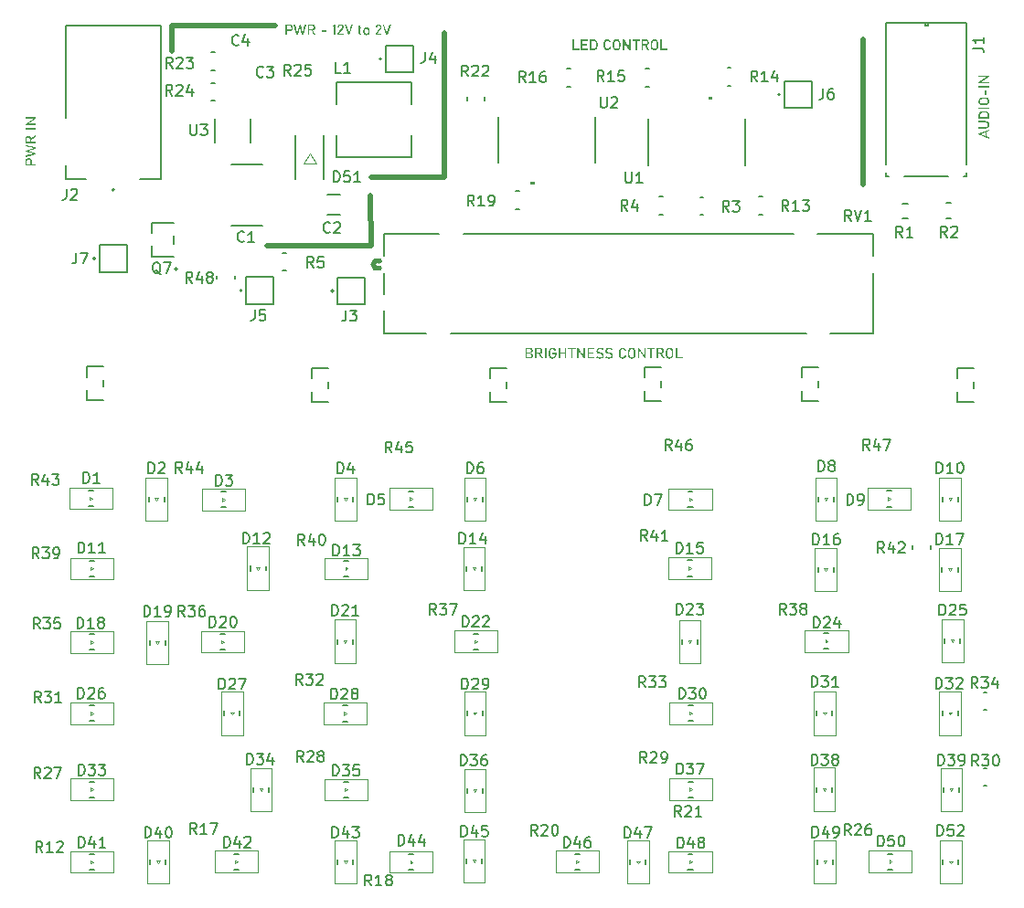
<source format=gbr>
%TF.GenerationSoftware,KiCad,Pcbnew,8.0.3*%
%TF.CreationDate,2024-08-08T10:10:12-07:00*%
%TF.ProjectId,VULED,56554c45-442e-46b6-9963-61645f706362,rev?*%
%TF.SameCoordinates,Original*%
%TF.FileFunction,Legend,Top*%
%TF.FilePolarity,Positive*%
%FSLAX46Y46*%
G04 Gerber Fmt 4.6, Leading zero omitted, Abs format (unit mm)*
G04 Created by KiCad (PCBNEW 8.0.3) date 2024-08-08 10:10:12*
%MOMM*%
%LPD*%
G01*
G04 APERTURE LIST*
%ADD10C,0.500000*%
%ADD11C,0.100000*%
%ADD12C,0.150000*%
%ADD13C,0.152400*%
%ADD14C,0.200000*%
%ADD15C,0.127000*%
%ADD16C,0.508000*%
%ADD17C,0.000000*%
G04 APERTURE END LIST*
D10*
X63442500Y-57850000D02*
X63447500Y-55480000D01*
D11*
X76240000Y-67290000D02*
X75640000Y-68190000D01*
D10*
X88670000Y-56080000D02*
X88665000Y-69475000D01*
D11*
X76840000Y-68190000D02*
X76240000Y-67290000D01*
D10*
X81895000Y-75870000D02*
X72300000Y-75870000D01*
X88665000Y-69475000D02*
X81930000Y-69475000D01*
X127482500Y-56747500D02*
X127477500Y-70142500D01*
D11*
X75670000Y-68205000D02*
X76870000Y-68205000D01*
D10*
X63447500Y-55480000D02*
X73042500Y-55480000D01*
X81850000Y-71185000D02*
X81895000Y-75870000D01*
D12*
G36*
X139150000Y-65914618D02*
G01*
X138156175Y-65548254D01*
X138156175Y-65429308D01*
X139150000Y-65062943D01*
X139150000Y-65213153D01*
X138348150Y-65488659D01*
X139150000Y-65764165D01*
X139150000Y-65914618D01*
G37*
G36*
X138931891Y-65745846D02*
G01*
X138799267Y-65745846D01*
X138799267Y-65222923D01*
X138931891Y-65222923D01*
X138931891Y-65745846D01*
G37*
G36*
X139160258Y-64633076D02*
G01*
X139157896Y-64683153D01*
X139148829Y-64738428D01*
X139132961Y-64788448D01*
X139110292Y-64833214D01*
X139080822Y-64872724D01*
X139063538Y-64890508D01*
X139024468Y-64921469D01*
X138979800Y-64946024D01*
X138929534Y-64964173D01*
X138873669Y-64975917D01*
X138822839Y-64980810D01*
X138790474Y-64981611D01*
X138156175Y-64981611D01*
X138156175Y-64842148D01*
X138795115Y-64842148D01*
X138846390Y-64838729D01*
X138896740Y-64826707D01*
X138943576Y-64803199D01*
X138963398Y-64787438D01*
X138994696Y-64748855D01*
X139014403Y-64701495D01*
X139022227Y-64651366D01*
X139022749Y-64633076D01*
X139018054Y-64580086D01*
X139001825Y-64529682D01*
X138974005Y-64488199D01*
X138963398Y-64477493D01*
X138921357Y-64448513D01*
X138875321Y-64431608D01*
X138821520Y-64423397D01*
X138795115Y-64422539D01*
X138156175Y-64422539D01*
X138156175Y-64283076D01*
X138790474Y-64283076D01*
X138843637Y-64285312D01*
X138892913Y-64292021D01*
X138946912Y-64305974D01*
X138995312Y-64326367D01*
X139038113Y-64353200D01*
X139063538Y-64374667D01*
X139096407Y-64411658D01*
X139122476Y-64453939D01*
X139141745Y-64501509D01*
X139154213Y-64554369D01*
X139159880Y-64612518D01*
X139160258Y-64633076D01*
G37*
G36*
X139150000Y-63969957D02*
G01*
X139017376Y-63969957D01*
X139017376Y-63745009D01*
X139013819Y-63693138D01*
X139001315Y-63642155D01*
X138976862Y-63594661D01*
X138960467Y-63574528D01*
X138920167Y-63542585D01*
X138870708Y-63522473D01*
X138818364Y-63514488D01*
X138799267Y-63513955D01*
X138506664Y-63513955D01*
X138457678Y-63517741D01*
X138409539Y-63531050D01*
X138364707Y-63557078D01*
X138345708Y-63574528D01*
X138315569Y-63617203D01*
X138297987Y-63663850D01*
X138289448Y-63718303D01*
X138288555Y-63745009D01*
X138288555Y-63969957D01*
X138156175Y-63969957D01*
X138156175Y-63749161D01*
X138158453Y-63694754D01*
X138165287Y-63644342D01*
X138179501Y-63589121D01*
X138200275Y-63539653D01*
X138227609Y-63495939D01*
X138249476Y-63469992D01*
X138287143Y-63436375D01*
X138330168Y-63409713D01*
X138378551Y-63390007D01*
X138432292Y-63377256D01*
X138481169Y-63371943D01*
X138512281Y-63371073D01*
X138793893Y-63371073D01*
X138848237Y-63373852D01*
X138898429Y-63382186D01*
X138949932Y-63398205D01*
X138986357Y-63415525D01*
X139028170Y-63443718D01*
X139064032Y-63478285D01*
X139093943Y-63519229D01*
X139107990Y-63544730D01*
X139128297Y-63595224D01*
X139140769Y-63644843D01*
X139147989Y-63698920D01*
X139150000Y-63749894D01*
X139150000Y-63969957D01*
G37*
G36*
X139150000Y-64064234D02*
G01*
X138156175Y-64064234D01*
X138156175Y-63924772D01*
X139150000Y-63924772D01*
X139150000Y-64064234D01*
G37*
G36*
X138156175Y-63020096D02*
G01*
X139150000Y-63020096D01*
X139150000Y-63159559D01*
X138156175Y-63159559D01*
X138156175Y-63020096D01*
G37*
G36*
X138847154Y-62099331D02*
G01*
X138897025Y-62107483D01*
X138949079Y-62123149D01*
X138986601Y-62140089D01*
X139030219Y-62167208D01*
X139067925Y-62199930D01*
X139099720Y-62238254D01*
X139114829Y-62261967D01*
X139136789Y-62308311D01*
X139151562Y-62358867D01*
X139158661Y-62407342D01*
X139160258Y-62445881D01*
X139157418Y-62496852D01*
X139147436Y-62550216D01*
X139130267Y-62599368D01*
X139114829Y-62629796D01*
X139086319Y-62671253D01*
X139051897Y-62707145D01*
X139011563Y-62737473D01*
X138986601Y-62751918D01*
X138937882Y-62772815D01*
X138884875Y-62786874D01*
X138834156Y-62793629D01*
X138793893Y-62795149D01*
X138512281Y-62795149D01*
X138458624Y-62792447D01*
X138408539Y-62784341D01*
X138356463Y-62768763D01*
X138319085Y-62751918D01*
X138275703Y-62724681D01*
X138238156Y-62691880D01*
X138206443Y-62653515D01*
X138191346Y-62629796D01*
X138169386Y-62583452D01*
X138154613Y-62532896D01*
X138147514Y-62484421D01*
X138145917Y-62445881D01*
X138283182Y-62445881D01*
X138288031Y-62495347D01*
X138304794Y-62543556D01*
X138333531Y-62584658D01*
X138344487Y-62595602D01*
X138386633Y-62625484D01*
X138436746Y-62644298D01*
X138488658Y-62651769D01*
X138507397Y-62652267D01*
X138798534Y-62652267D01*
X138852400Y-62647784D01*
X138899968Y-62634338D01*
X138945435Y-62608883D01*
X138961444Y-62595602D01*
X138993773Y-62556633D01*
X139014128Y-62510556D01*
X139022510Y-62457371D01*
X139022749Y-62445881D01*
X139017900Y-62396199D01*
X139001137Y-62347885D01*
X138972400Y-62306821D01*
X138961444Y-62295916D01*
X138919088Y-62266163D01*
X138868956Y-62247430D01*
X138817189Y-62239992D01*
X138798534Y-62239496D01*
X138507397Y-62239496D01*
X138453333Y-62243959D01*
X138405722Y-62257348D01*
X138360389Y-62282693D01*
X138344487Y-62295916D01*
X138312158Y-62334804D01*
X138291803Y-62380943D01*
X138283421Y-62434333D01*
X138283182Y-62445881D01*
X138145917Y-62445881D01*
X138148756Y-62394911D01*
X138158738Y-62341547D01*
X138175908Y-62292395D01*
X138191346Y-62261967D01*
X138219818Y-62220529D01*
X138254123Y-62184695D01*
X138294264Y-62154464D01*
X138319085Y-62140089D01*
X138367645Y-62119073D01*
X138420726Y-62104936D01*
X138471704Y-62098143D01*
X138512281Y-62096614D01*
X138793893Y-62096614D01*
X138847154Y-62099331D01*
G37*
G36*
X138727459Y-61884611D02*
G01*
X138727459Y-61425191D01*
X138860083Y-61425191D01*
X138860083Y-61884611D01*
X138727459Y-61884611D01*
G37*
G36*
X138156175Y-61060292D02*
G01*
X139150000Y-61060292D01*
X139150000Y-61199754D01*
X138156175Y-61199754D01*
X138156175Y-61060292D01*
G37*
G36*
X139149267Y-60814828D02*
G01*
X138156175Y-60814828D01*
X138156175Y-60688310D01*
X138924319Y-60202267D01*
X138942149Y-60218875D01*
X138156175Y-60218875D01*
X138156175Y-60080634D01*
X139149267Y-60080634D01*
X139149267Y-60208617D01*
X138392602Y-60693195D01*
X138374773Y-60676830D01*
X139149267Y-60676830D01*
X139149267Y-60814828D01*
G37*
G36*
X100536357Y-57710000D02*
G01*
X100536357Y-56716175D01*
X100675820Y-56716175D01*
X100675820Y-57710000D01*
X100536357Y-57710000D01*
G37*
G36*
X100605966Y-57710000D02*
G01*
X100605966Y-57577376D01*
X101174808Y-57577376D01*
X101174808Y-57710000D01*
X100605966Y-57710000D01*
G37*
G36*
X101338450Y-57710000D02*
G01*
X101338450Y-56716175D01*
X101477913Y-56716175D01*
X101477913Y-57710000D01*
X101338450Y-57710000D01*
G37*
G36*
X101406106Y-57710000D02*
G01*
X101406106Y-57577376D01*
X101976901Y-57577376D01*
X101976901Y-57710000D01*
X101406106Y-57710000D01*
G37*
G36*
X101406106Y-57282819D02*
G01*
X101406106Y-57150195D01*
X101901674Y-57150195D01*
X101901674Y-57282819D01*
X101406106Y-57282819D01*
G37*
G36*
X101406106Y-56848555D02*
G01*
X101406106Y-56716175D01*
X101976901Y-56716175D01*
X101976901Y-56848555D01*
X101406106Y-56848555D01*
G37*
G36*
X102269016Y-57710000D02*
G01*
X102269016Y-57577376D01*
X102493963Y-57577376D01*
X102545834Y-57573819D01*
X102596818Y-57561315D01*
X102644311Y-57536862D01*
X102664445Y-57520467D01*
X102696387Y-57480167D01*
X102716499Y-57430708D01*
X102724485Y-57378364D01*
X102725017Y-57359267D01*
X102725017Y-57066664D01*
X102721231Y-57017678D01*
X102707922Y-56969539D01*
X102681895Y-56924707D01*
X102664445Y-56905708D01*
X102621769Y-56875569D01*
X102575122Y-56857987D01*
X102520670Y-56849448D01*
X102493963Y-56848555D01*
X102269016Y-56848555D01*
X102269016Y-56716175D01*
X102489811Y-56716175D01*
X102544218Y-56718453D01*
X102594630Y-56725287D01*
X102649851Y-56739501D01*
X102699319Y-56760275D01*
X102743034Y-56787609D01*
X102768981Y-56809476D01*
X102802598Y-56847143D01*
X102829259Y-56890168D01*
X102848966Y-56938551D01*
X102861717Y-56992292D01*
X102867030Y-57041169D01*
X102867899Y-57072281D01*
X102867899Y-57353893D01*
X102865121Y-57408237D01*
X102856786Y-57458429D01*
X102840768Y-57509932D01*
X102823447Y-57546357D01*
X102795255Y-57588170D01*
X102760687Y-57624032D01*
X102719744Y-57653943D01*
X102694242Y-57667990D01*
X102643749Y-57688297D01*
X102594129Y-57700769D01*
X102540052Y-57707989D01*
X102489078Y-57710000D01*
X102269016Y-57710000D01*
G37*
G36*
X102174738Y-57710000D02*
G01*
X102174738Y-56716175D01*
X102314201Y-56716175D01*
X102314201Y-57710000D01*
X102174738Y-57710000D01*
G37*
G36*
X103793580Y-57720258D02*
G01*
X103743281Y-57717373D01*
X103690526Y-57707230D01*
X103641829Y-57689784D01*
X103611619Y-57674096D01*
X103570555Y-57645193D01*
X103535017Y-57610417D01*
X103505004Y-57569768D01*
X103490718Y-57544647D01*
X103469939Y-57495458D01*
X103457177Y-57448037D01*
X103449789Y-57397135D01*
X103447732Y-57349741D01*
X103447732Y-57076922D01*
X103450418Y-57022670D01*
X103458478Y-56972020D01*
X103471912Y-56924972D01*
X103490718Y-56881528D01*
X103517661Y-56837517D01*
X103550129Y-56799456D01*
X103588123Y-56767347D01*
X103611619Y-56752079D01*
X103657611Y-56729764D01*
X103707660Y-56714753D01*
X103761767Y-56707044D01*
X103793580Y-56705917D01*
X103846011Y-56709519D01*
X103895532Y-56720324D01*
X103942143Y-56738332D01*
X103951116Y-56742798D01*
X103993553Y-56768734D01*
X104031411Y-56800443D01*
X104064689Y-56837924D01*
X104070795Y-56846113D01*
X104097838Y-56889699D01*
X104118823Y-56937723D01*
X104132530Y-56984737D01*
X104136008Y-57001207D01*
X103993126Y-57001207D01*
X103974409Y-56953721D01*
X103949651Y-56917431D01*
X103912178Y-56882140D01*
X103878332Y-56861744D01*
X103831320Y-56845550D01*
X103793580Y-56841716D01*
X103744900Y-56846836D01*
X103697473Y-56864534D01*
X103657058Y-56894874D01*
X103646301Y-56906441D01*
X103616935Y-56950795D01*
X103599804Y-56997649D01*
X103591484Y-57051070D01*
X103590614Y-57076922D01*
X103590614Y-57349741D01*
X103594094Y-57400132D01*
X103606330Y-57450580D01*
X103630258Y-57498885D01*
X103646301Y-57519979D01*
X103684612Y-57553853D01*
X103729935Y-57575181D01*
X103782271Y-57583964D01*
X103793580Y-57584214D01*
X103845117Y-57577442D01*
X103890472Y-57559170D01*
X103915945Y-57543182D01*
X103953704Y-57507324D01*
X103979022Y-57465523D01*
X103993126Y-57424968D01*
X104136008Y-57424968D01*
X104123899Y-57473199D01*
X104104598Y-57522620D01*
X104079143Y-57567653D01*
X104070307Y-57580307D01*
X104037863Y-57618813D01*
X104000984Y-57651595D01*
X103959668Y-57678652D01*
X103950872Y-57683377D01*
X103904971Y-57702826D01*
X103856113Y-57715071D01*
X103804298Y-57720114D01*
X103793580Y-57720258D01*
G37*
G36*
X104686211Y-56708756D02*
G01*
X104739575Y-56718738D01*
X104788727Y-56735908D01*
X104819155Y-56751346D01*
X104860592Y-56779818D01*
X104896427Y-56814123D01*
X104926658Y-56854264D01*
X104941032Y-56879085D01*
X104962048Y-56927645D01*
X104976186Y-56980726D01*
X104982979Y-57031704D01*
X104984508Y-57072281D01*
X104984508Y-57353893D01*
X104981790Y-57407154D01*
X104973639Y-57457025D01*
X104957972Y-57509079D01*
X104941032Y-57546601D01*
X104913914Y-57590219D01*
X104881192Y-57627925D01*
X104842868Y-57659720D01*
X104819155Y-57674829D01*
X104772811Y-57696789D01*
X104722255Y-57711562D01*
X104673780Y-57718661D01*
X104635240Y-57720258D01*
X104584270Y-57717418D01*
X104530906Y-57707436D01*
X104481754Y-57690267D01*
X104451325Y-57674829D01*
X104409869Y-57646319D01*
X104373977Y-57611897D01*
X104343649Y-57571563D01*
X104329204Y-57546601D01*
X104308306Y-57497882D01*
X104294248Y-57444875D01*
X104287493Y-57394156D01*
X104285973Y-57353893D01*
X104285973Y-57072281D01*
X104286219Y-57067397D01*
X104428855Y-57067397D01*
X104428855Y-57358534D01*
X104433337Y-57412400D01*
X104446784Y-57459968D01*
X104472239Y-57505435D01*
X104485519Y-57521444D01*
X104524489Y-57553773D01*
X104570566Y-57574128D01*
X104623750Y-57582510D01*
X104635240Y-57582749D01*
X104684923Y-57577900D01*
X104733237Y-57561137D01*
X104774300Y-57532400D01*
X104785205Y-57521444D01*
X104814958Y-57479088D01*
X104833691Y-57428956D01*
X104841130Y-57377189D01*
X104841626Y-57358534D01*
X104841626Y-57067397D01*
X104837163Y-57013333D01*
X104823774Y-56965722D01*
X104798429Y-56920389D01*
X104785205Y-56904487D01*
X104746317Y-56872158D01*
X104700178Y-56851803D01*
X104646788Y-56843421D01*
X104635240Y-56843182D01*
X104585775Y-56848031D01*
X104537565Y-56864794D01*
X104496464Y-56893531D01*
X104485519Y-56904487D01*
X104455638Y-56946633D01*
X104436824Y-56996746D01*
X104429353Y-57048658D01*
X104428855Y-57067397D01*
X104286219Y-57067397D01*
X104288675Y-57018624D01*
X104296781Y-56968539D01*
X104312359Y-56916463D01*
X104329204Y-56879085D01*
X104356441Y-56835703D01*
X104389242Y-56798156D01*
X104427607Y-56766443D01*
X104451325Y-56751346D01*
X104497670Y-56729386D01*
X104548226Y-56714613D01*
X104596701Y-56707514D01*
X104635240Y-56705917D01*
X104686211Y-56708756D01*
G37*
G36*
X105196510Y-57709267D02*
G01*
X105196510Y-56716175D01*
X105323028Y-56716175D01*
X105809071Y-57484319D01*
X105792463Y-57502149D01*
X105792463Y-56716175D01*
X105930704Y-56716175D01*
X105930704Y-57709267D01*
X105802721Y-57709267D01*
X105318143Y-56952602D01*
X105334508Y-56934773D01*
X105334508Y-57709267D01*
X105196510Y-57709267D01*
G37*
G36*
X106375226Y-57710000D02*
G01*
X106375226Y-56797508D01*
X106514689Y-56797508D01*
X106514689Y-57710000D01*
X106375226Y-57710000D01*
G37*
G36*
X106094347Y-56848555D02*
G01*
X106094347Y-56716175D01*
X106795813Y-56716175D01*
X106795813Y-56848555D01*
X106094347Y-56848555D01*
G37*
G36*
X106993405Y-57289658D02*
G01*
X106993405Y-57157034D01*
X107332414Y-57157034D01*
X107381047Y-57148946D01*
X107422986Y-57122331D01*
X107430111Y-57114780D01*
X107455323Y-57072358D01*
X107466092Y-57023589D01*
X107466992Y-57002428D01*
X107460905Y-56950385D01*
X107440736Y-56904437D01*
X107430111Y-56890565D01*
X107390276Y-56860061D01*
X107339923Y-56848233D01*
X107332414Y-56848066D01*
X106993405Y-56848066D01*
X106993405Y-56715443D01*
X107327041Y-56715443D01*
X107379109Y-56718949D01*
X107426932Y-56729468D01*
X107474634Y-56749137D01*
X107478716Y-56751346D01*
X107519947Y-56779378D01*
X107554310Y-56814105D01*
X107579588Y-56851486D01*
X107600029Y-56898303D01*
X107611985Y-56950431D01*
X107615492Y-57002428D01*
X107611938Y-57054215D01*
X107599819Y-57106332D01*
X107579099Y-57153370D01*
X107550871Y-57194323D01*
X107515889Y-57228523D01*
X107478227Y-57253754D01*
X107431271Y-57274195D01*
X107379062Y-57286151D01*
X107327041Y-57289658D01*
X106993405Y-57289658D01*
G37*
G36*
X106932589Y-57710000D02*
G01*
X106932589Y-56715443D01*
X107072051Y-56715443D01*
X107072051Y-57710000D01*
X106932589Y-57710000D01*
G37*
G36*
X107491660Y-57710000D02*
G01*
X107264026Y-57258883D01*
X107402756Y-57227376D01*
X107657257Y-57710000D01*
X107491660Y-57710000D01*
G37*
G36*
X108197446Y-56708756D02*
G01*
X108250810Y-56718738D01*
X108299962Y-56735908D01*
X108330390Y-56751346D01*
X108371827Y-56779818D01*
X108407662Y-56814123D01*
X108437893Y-56854264D01*
X108452268Y-56879085D01*
X108473283Y-56927645D01*
X108487421Y-56980726D01*
X108494214Y-57031704D01*
X108495743Y-57072281D01*
X108495743Y-57353893D01*
X108493026Y-57407154D01*
X108484874Y-57457025D01*
X108469208Y-57509079D01*
X108452268Y-57546601D01*
X108425149Y-57590219D01*
X108392427Y-57627925D01*
X108354103Y-57659720D01*
X108330390Y-57674829D01*
X108284046Y-57696789D01*
X108233490Y-57711562D01*
X108185015Y-57718661D01*
X108146476Y-57720258D01*
X108095505Y-57717418D01*
X108042141Y-57707436D01*
X107992989Y-57690267D01*
X107962561Y-57674829D01*
X107921104Y-57646319D01*
X107885212Y-57611897D01*
X107854884Y-57571563D01*
X107840439Y-57546601D01*
X107819541Y-57497882D01*
X107805483Y-57444875D01*
X107798728Y-57394156D01*
X107797208Y-57353893D01*
X107797208Y-57072281D01*
X107797454Y-57067397D01*
X107940090Y-57067397D01*
X107940090Y-57358534D01*
X107944573Y-57412400D01*
X107958019Y-57459968D01*
X107983474Y-57505435D01*
X107996755Y-57521444D01*
X108035724Y-57553773D01*
X108081801Y-57574128D01*
X108134986Y-57582510D01*
X108146476Y-57582749D01*
X108196158Y-57577900D01*
X108244472Y-57561137D01*
X108285536Y-57532400D01*
X108296441Y-57521444D01*
X108326193Y-57479088D01*
X108344927Y-57428956D01*
X108352365Y-57377189D01*
X108352861Y-57358534D01*
X108352861Y-57067397D01*
X108348398Y-57013333D01*
X108335009Y-56965722D01*
X108309664Y-56920389D01*
X108296441Y-56904487D01*
X108257553Y-56872158D01*
X108211414Y-56851803D01*
X108158024Y-56843421D01*
X108146476Y-56843182D01*
X108097010Y-56848031D01*
X108048801Y-56864794D01*
X108007699Y-56893531D01*
X107996755Y-56904487D01*
X107966873Y-56946633D01*
X107948059Y-56996746D01*
X107940588Y-57048658D01*
X107940090Y-57067397D01*
X107797454Y-57067397D01*
X107799910Y-57018624D01*
X107808016Y-56968539D01*
X107823594Y-56916463D01*
X107840439Y-56879085D01*
X107867676Y-56835703D01*
X107900477Y-56798156D01*
X107938842Y-56766443D01*
X107962561Y-56751346D01*
X108008905Y-56729386D01*
X108059461Y-56714613D01*
X108107936Y-56707514D01*
X108146476Y-56705917D01*
X108197446Y-56708756D01*
G37*
G36*
X108707746Y-57710000D02*
G01*
X108707746Y-56716175D01*
X108847208Y-56716175D01*
X108847208Y-57710000D01*
X108707746Y-57710000D01*
G37*
G36*
X108777355Y-57710000D02*
G01*
X108777355Y-57577376D01*
X109346196Y-57577376D01*
X109346196Y-57710000D01*
X108777355Y-57710000D01*
G37*
G36*
X50479340Y-68338014D02*
G01*
X50346716Y-68338014D01*
X50346716Y-68020254D01*
X50338936Y-67969163D01*
X50313157Y-67924150D01*
X50299577Y-67910589D01*
X50256440Y-67883705D01*
X50208034Y-67871054D01*
X50175990Y-67869067D01*
X50126061Y-67873974D01*
X50079888Y-67890517D01*
X50050938Y-67910589D01*
X50018547Y-67951895D01*
X50004712Y-67999544D01*
X50003555Y-68020254D01*
X50003555Y-68338014D01*
X49871175Y-68338014D01*
X49871175Y-68024894D01*
X49874170Y-67976034D01*
X49884522Y-67926050D01*
X49904449Y-67876302D01*
X49909033Y-67867846D01*
X49938668Y-67825219D01*
X49975518Y-67789691D01*
X50015279Y-67763555D01*
X50060359Y-67743848D01*
X50110114Y-67731440D01*
X50158890Y-67726514D01*
X50175990Y-67726185D01*
X50225675Y-67729141D01*
X50276575Y-67739359D01*
X50322943Y-67756876D01*
X50335969Y-67763555D01*
X50379350Y-67792628D01*
X50415457Y-67828801D01*
X50441971Y-67867846D01*
X50463246Y-67916597D01*
X50474924Y-67965675D01*
X50479304Y-68019284D01*
X50479340Y-68024894D01*
X50479340Y-68338014D01*
G37*
G36*
X50865000Y-68409821D02*
G01*
X49871175Y-68409821D01*
X49871175Y-68270358D01*
X50865000Y-68270358D01*
X50865000Y-68409821D01*
G37*
G36*
X50650310Y-67320254D02*
G01*
X49871175Y-67116555D01*
X49871175Y-67020812D01*
X50650310Y-66817113D01*
X49871175Y-66641503D01*
X49871175Y-66496667D01*
X50865000Y-66739200D01*
X50865000Y-66881594D01*
X50170373Y-67064776D01*
X50865000Y-67256018D01*
X50865000Y-67398167D01*
X49871175Y-67640945D01*
X49871175Y-67496109D01*
X50650310Y-67320254D01*
G37*
G36*
X50444658Y-66285641D02*
G01*
X50312034Y-66285641D01*
X50312034Y-65946632D01*
X50303946Y-65897999D01*
X50277331Y-65856060D01*
X50269780Y-65848935D01*
X50227358Y-65823723D01*
X50178589Y-65812955D01*
X50157428Y-65812054D01*
X50105385Y-65818141D01*
X50059437Y-65838310D01*
X50045565Y-65848935D01*
X50015061Y-65888770D01*
X50003233Y-65939123D01*
X50003066Y-65946632D01*
X50003066Y-66285641D01*
X49870443Y-66285641D01*
X49870443Y-65952005D01*
X49873949Y-65899937D01*
X49884468Y-65852114D01*
X49904137Y-65804412D01*
X49906346Y-65800331D01*
X49934378Y-65759099D01*
X49969105Y-65724736D01*
X50006486Y-65699458D01*
X50053303Y-65679017D01*
X50105431Y-65667061D01*
X50157428Y-65663555D01*
X50209215Y-65667108D01*
X50261332Y-65679227D01*
X50308370Y-65699947D01*
X50349323Y-65728175D01*
X50383523Y-65763157D01*
X50408754Y-65800819D01*
X50429195Y-65847775D01*
X50441151Y-65899984D01*
X50444658Y-65952005D01*
X50444658Y-66285641D01*
G37*
G36*
X50865000Y-66346458D02*
G01*
X49870443Y-66346458D01*
X49870443Y-66206995D01*
X50865000Y-66206995D01*
X50865000Y-66346458D01*
G37*
G36*
X50865000Y-65787386D02*
G01*
X50413883Y-66015020D01*
X50382376Y-65876290D01*
X50865000Y-65621789D01*
X50865000Y-65787386D01*
G37*
G36*
X49871175Y-64919347D02*
G01*
X50865000Y-64919347D01*
X50865000Y-65058809D01*
X49871175Y-65058809D01*
X49871175Y-64919347D01*
G37*
G36*
X50864267Y-64673883D02*
G01*
X49871175Y-64673883D01*
X49871175Y-64547365D01*
X50639319Y-64061321D01*
X50657149Y-64077930D01*
X49871175Y-64077930D01*
X49871175Y-63939689D01*
X50864267Y-63939689D01*
X50864267Y-64067672D01*
X50107602Y-64552250D01*
X50089773Y-64535885D01*
X50864267Y-64535885D01*
X50864267Y-64673883D01*
G37*
G36*
X96261730Y-86295000D02*
G01*
X96261730Y-86165795D01*
X96530886Y-86165795D01*
X96582284Y-86163154D01*
X96630436Y-86153870D01*
X96675382Y-86133444D01*
X96687934Y-86123541D01*
X96717822Y-86084617D01*
X96732473Y-86036906D01*
X96734096Y-86011922D01*
X96734096Y-86009968D01*
X96728566Y-85958837D01*
X96710095Y-85912903D01*
X96694773Y-85892243D01*
X96654398Y-85863620D01*
X96607075Y-85850798D01*
X96565080Y-85848035D01*
X96261730Y-85848035D01*
X96261730Y-85722250D01*
X96565080Y-85722250D01*
X96613779Y-85717921D01*
X96662652Y-85699889D01*
X96681584Y-85685614D01*
X96709809Y-85643861D01*
X96720293Y-85595694D01*
X96720907Y-85578635D01*
X96714759Y-85528054D01*
X96692045Y-85482413D01*
X96677188Y-85467260D01*
X96634450Y-85443224D01*
X96582192Y-85431912D01*
X96546029Y-85430136D01*
X96261730Y-85430136D01*
X96261730Y-85301175D01*
X96571430Y-85301175D01*
X96623841Y-85303743D01*
X96678322Y-85313228D01*
X96725628Y-85329702D01*
X96770904Y-85357088D01*
X96790028Y-85374204D01*
X96821444Y-85413848D01*
X96843883Y-85459750D01*
X96857347Y-85511911D01*
X96861765Y-85562686D01*
X96861835Y-85570331D01*
X96856669Y-85620074D01*
X96841171Y-85666873D01*
X96818116Y-85706863D01*
X96782142Y-85744064D01*
X96739171Y-85768717D01*
X96692135Y-85783441D01*
X96680607Y-85785753D01*
X96729255Y-85797717D01*
X96775604Y-85821025D01*
X96813843Y-85854875D01*
X96823733Y-85867086D01*
X96850652Y-85911303D01*
X96867602Y-85959383D01*
X96874581Y-86011328D01*
X96874780Y-86022180D01*
X96874780Y-86024378D01*
X96871017Y-86075337D01*
X96857499Y-86128052D01*
X96834151Y-86174874D01*
X96800972Y-86215804D01*
X96796134Y-86220505D01*
X96753315Y-86253097D01*
X96703505Y-86276376D01*
X96654186Y-86289107D01*
X96599514Y-86294709D01*
X96582910Y-86295000D01*
X96261730Y-86295000D01*
G37*
G36*
X96179665Y-86295000D02*
G01*
X96179665Y-85301175D01*
X96318395Y-85301175D01*
X96318395Y-86295000D01*
X96179665Y-86295000D01*
G37*
G36*
X97144180Y-85874658D02*
G01*
X97144180Y-85742034D01*
X97483189Y-85742034D01*
X97531822Y-85733946D01*
X97573761Y-85707331D01*
X97580886Y-85699780D01*
X97606098Y-85657358D01*
X97616866Y-85608589D01*
X97617767Y-85587428D01*
X97611680Y-85535385D01*
X97591511Y-85489437D01*
X97580886Y-85475565D01*
X97541051Y-85445061D01*
X97490698Y-85433233D01*
X97483189Y-85433066D01*
X97144180Y-85433066D01*
X97144180Y-85300443D01*
X97477816Y-85300443D01*
X97529884Y-85303949D01*
X97577707Y-85314468D01*
X97625409Y-85334137D01*
X97629490Y-85336346D01*
X97670722Y-85364378D01*
X97705085Y-85399105D01*
X97730363Y-85436486D01*
X97750804Y-85483303D01*
X97762760Y-85535431D01*
X97766266Y-85587428D01*
X97762713Y-85639215D01*
X97750594Y-85691332D01*
X97729874Y-85738370D01*
X97701646Y-85779323D01*
X97666664Y-85813523D01*
X97629002Y-85838754D01*
X97582046Y-85859195D01*
X97529836Y-85871151D01*
X97477816Y-85874658D01*
X97144180Y-85874658D01*
G37*
G36*
X97083363Y-86295000D02*
G01*
X97083363Y-85300443D01*
X97222826Y-85300443D01*
X97222826Y-86295000D01*
X97083363Y-86295000D01*
G37*
G36*
X97642435Y-86295000D02*
G01*
X97414801Y-85843883D01*
X97553531Y-85812376D01*
X97808032Y-86295000D01*
X97642435Y-86295000D01*
G37*
G36*
X98135317Y-85301175D02*
G01*
X98135317Y-86295000D01*
X97995855Y-86295000D01*
X97995855Y-85301175D01*
X98135317Y-85301175D01*
G37*
G36*
X98715638Y-85759863D02*
G01*
X99060265Y-85759863D01*
X99060265Y-85933276D01*
X99057548Y-85987559D01*
X99049396Y-86038300D01*
X99035810Y-86085500D01*
X99016790Y-86129159D01*
X98989611Y-86173307D01*
X98956984Y-86211505D01*
X98918908Y-86243752D01*
X98895401Y-86259096D01*
X98849411Y-86281410D01*
X98799093Y-86296422D01*
X98750733Y-86303635D01*
X98712219Y-86305258D01*
X98660882Y-86302556D01*
X98607106Y-86293057D01*
X98557542Y-86276718D01*
X98526839Y-86262027D01*
X98485127Y-86234771D01*
X98445351Y-86197915D01*
X98415468Y-86158830D01*
X98403985Y-86139661D01*
X98382851Y-86093081D01*
X98368633Y-86042366D01*
X98361802Y-85993815D01*
X98360265Y-85955258D01*
X98360265Y-85661922D01*
X98362967Y-85607670D01*
X98371073Y-85557020D01*
X98384582Y-85509972D01*
X98403496Y-85466528D01*
X98430675Y-85422517D01*
X98463302Y-85384456D01*
X98501378Y-85352347D01*
X98524885Y-85337079D01*
X98570875Y-85314764D01*
X98621193Y-85299753D01*
X98669553Y-85292540D01*
X98708067Y-85290917D01*
X98760884Y-85294519D01*
X98810649Y-85305324D01*
X98857360Y-85323332D01*
X98866336Y-85327798D01*
X98908797Y-85353734D01*
X98946726Y-85385443D01*
X98980124Y-85422924D01*
X98986259Y-85431113D01*
X99013560Y-85474699D01*
X99034707Y-85522723D01*
X99048478Y-85569737D01*
X99051961Y-85586207D01*
X98901019Y-85586207D01*
X98883482Y-85537277D01*
X98854608Y-85493709D01*
X98826280Y-85467749D01*
X98783782Y-85442745D01*
X98735262Y-85428680D01*
X98708067Y-85426716D01*
X98658758Y-85431836D01*
X98610768Y-85449534D01*
X98569934Y-85479874D01*
X98559079Y-85491441D01*
X98529584Y-85535795D01*
X98512378Y-85582649D01*
X98504021Y-85636070D01*
X98503147Y-85661922D01*
X98503147Y-85955258D01*
X98507687Y-86006767D01*
X98523382Y-86056884D01*
X98550287Y-86099512D01*
X98560544Y-86110840D01*
X98600019Y-86141624D01*
X98646697Y-86161006D01*
X98700578Y-86168986D01*
X98712219Y-86169214D01*
X98761627Y-86164346D01*
X98809636Y-86147516D01*
X98850394Y-86118665D01*
X98861207Y-86107665D01*
X98890831Y-86064474D01*
X98908112Y-86017527D01*
X98916505Y-85962928D01*
X98917383Y-85936207D01*
X98917383Y-85892976D01*
X98715638Y-85892976D01*
X98715638Y-85759863D01*
G37*
G36*
X99836469Y-86295000D02*
G01*
X99836469Y-85301175D01*
X99975931Y-85301175D01*
X99975931Y-86295000D01*
X99836469Y-86295000D01*
G37*
G36*
X99271779Y-86295000D02*
G01*
X99271779Y-85301175D01*
X99411242Y-85301175D01*
X99411242Y-86295000D01*
X99271779Y-86295000D01*
G37*
G36*
X99358486Y-85871971D02*
G01*
X99358486Y-85739347D01*
X99910230Y-85739347D01*
X99910230Y-85871971D01*
X99358486Y-85871971D01*
G37*
G36*
X100420209Y-86295000D02*
G01*
X100420209Y-85382508D01*
X100559672Y-85382508D01*
X100559672Y-86295000D01*
X100420209Y-86295000D01*
G37*
G36*
X100139330Y-85433555D02*
G01*
X100139330Y-85301175D01*
X100840795Y-85301175D01*
X100840795Y-85433555D01*
X100139330Y-85433555D01*
G37*
G36*
X100977571Y-86294267D02*
G01*
X100977571Y-85301175D01*
X101104089Y-85301175D01*
X101590132Y-86069319D01*
X101573524Y-86087149D01*
X101573524Y-85301175D01*
X101711765Y-85301175D01*
X101711765Y-86294267D01*
X101583782Y-86294267D01*
X101099204Y-85537602D01*
X101115569Y-85519773D01*
X101115569Y-86294267D01*
X100977571Y-86294267D01*
G37*
G36*
X101957474Y-86295000D02*
G01*
X101957474Y-85301175D01*
X102096936Y-85301175D01*
X102096936Y-86295000D01*
X101957474Y-86295000D01*
G37*
G36*
X102025129Y-86295000D02*
G01*
X102025129Y-86162376D01*
X102595924Y-86162376D01*
X102595924Y-86295000D01*
X102025129Y-86295000D01*
G37*
G36*
X102025129Y-85867819D02*
G01*
X102025129Y-85735195D01*
X102520698Y-85735195D01*
X102520698Y-85867819D01*
X102025129Y-85867819D01*
G37*
G36*
X102025129Y-85433555D02*
G01*
X102025129Y-85301175D01*
X102595924Y-85301175D01*
X102595924Y-85433555D01*
X102025129Y-85433555D01*
G37*
G36*
X103092470Y-86305258D02*
G01*
X103043609Y-86303641D01*
X102992610Y-86298192D01*
X102955938Y-86291580D01*
X102905474Y-86278210D01*
X102857670Y-86260325D01*
X102836504Y-86250547D01*
X102792427Y-86226064D01*
X102750688Y-86197066D01*
X102732212Y-86182159D01*
X102818918Y-86075669D01*
X102859370Y-86106535D01*
X102902478Y-86131628D01*
X102943971Y-86149431D01*
X102992373Y-86163475D01*
X103043545Y-86171690D01*
X103092470Y-86174099D01*
X103143410Y-86171581D01*
X103193455Y-86162726D01*
X103240043Y-86145409D01*
X103259777Y-86133799D01*
X103296092Y-86098926D01*
X103316520Y-86051069D01*
X103319372Y-86020959D01*
X103319372Y-86020226D01*
X103311861Y-85970218D01*
X103289330Y-85933520D01*
X103249582Y-85904394D01*
X103210439Y-85888579D01*
X103162605Y-85875968D01*
X103114279Y-85866230D01*
X103103461Y-85864399D01*
X103054120Y-85855410D01*
X103004405Y-85845112D01*
X102990132Y-85841929D01*
X102942067Y-85827630D01*
X102894408Y-85806189D01*
X102885352Y-85801140D01*
X102844605Y-85769778D01*
X102814031Y-85731016D01*
X102808416Y-85721517D01*
X102789597Y-85673524D01*
X102781167Y-85623973D01*
X102779351Y-85582787D01*
X102779351Y-85582055D01*
X102782597Y-85532229D01*
X102794588Y-85479656D01*
X102815415Y-85433066D01*
X102845077Y-85392461D01*
X102871675Y-85367121D01*
X102915689Y-85337428D01*
X102966950Y-85315029D01*
X103016656Y-85301633D01*
X103071685Y-85293596D01*
X103121609Y-85290992D01*
X103132038Y-85290917D01*
X103181750Y-85293422D01*
X103230746Y-85300935D01*
X103279027Y-85313457D01*
X103288597Y-85316563D01*
X103336101Y-85335110D01*
X103382745Y-85359000D01*
X103428531Y-85388233D01*
X103437585Y-85394720D01*
X103358451Y-85505362D01*
X103315838Y-85476729D01*
X103269829Y-85452608D01*
X103245122Y-85442592D01*
X103195828Y-85428567D01*
X103146253Y-85422396D01*
X103132038Y-85422076D01*
X103078341Y-85425302D01*
X103027107Y-85436455D01*
X102980998Y-85457925D01*
X102973768Y-85462864D01*
X102939387Y-85498047D01*
X102920048Y-85546936D01*
X102917348Y-85577903D01*
X102917348Y-85578635D01*
X102925530Y-85627972D01*
X102950077Y-85664120D01*
X102993508Y-85692302D01*
X103036050Y-85707595D01*
X103083922Y-85719450D01*
X103134785Y-85730650D01*
X103149867Y-85733729D01*
X103197739Y-85744188D01*
X103245610Y-85756330D01*
X103259288Y-85760108D01*
X103308379Y-85777539D01*
X103353069Y-85800980D01*
X103358695Y-85804560D01*
X103396680Y-85836531D01*
X103426830Y-85877947D01*
X103430258Y-85884183D01*
X103447811Y-85930341D01*
X103456072Y-85981964D01*
X103457369Y-86016074D01*
X103457369Y-86017540D01*
X103454003Y-86066833D01*
X103441568Y-86118828D01*
X103419969Y-86164887D01*
X103389208Y-86205008D01*
X103361626Y-86230031D01*
X103316105Y-86259343D01*
X103271134Y-86278737D01*
X103220667Y-86292842D01*
X103164705Y-86301658D01*
X103113872Y-86304964D01*
X103092470Y-86305258D01*
G37*
G36*
X103926804Y-86305258D02*
G01*
X103877943Y-86303641D01*
X103826944Y-86298192D01*
X103790272Y-86291580D01*
X103739807Y-86278210D01*
X103692003Y-86260325D01*
X103670837Y-86250547D01*
X103626760Y-86226064D01*
X103585021Y-86197066D01*
X103566546Y-86182159D01*
X103653252Y-86075669D01*
X103693704Y-86106535D01*
X103736811Y-86131628D01*
X103778304Y-86149431D01*
X103826706Y-86163475D01*
X103877879Y-86171690D01*
X103926804Y-86174099D01*
X103977744Y-86171581D01*
X104027789Y-86162726D01*
X104074376Y-86145409D01*
X104094110Y-86133799D01*
X104130426Y-86098926D01*
X104150854Y-86051069D01*
X104153705Y-86020959D01*
X104153705Y-86020226D01*
X104146195Y-85970218D01*
X104123663Y-85933520D01*
X104083916Y-85904394D01*
X104044773Y-85888579D01*
X103996938Y-85875968D01*
X103948612Y-85866230D01*
X103937795Y-85864399D01*
X103888454Y-85855410D01*
X103838739Y-85845112D01*
X103824466Y-85841929D01*
X103776401Y-85827630D01*
X103728741Y-85806189D01*
X103719686Y-85801140D01*
X103678939Y-85769778D01*
X103648364Y-85731016D01*
X103642749Y-85721517D01*
X103623931Y-85673524D01*
X103615501Y-85623973D01*
X103613684Y-85582787D01*
X103613684Y-85582055D01*
X103616930Y-85532229D01*
X103628921Y-85479656D01*
X103649748Y-85433066D01*
X103679411Y-85392461D01*
X103706008Y-85367121D01*
X103750023Y-85337428D01*
X103801284Y-85315029D01*
X103850989Y-85301633D01*
X103906018Y-85293596D01*
X103955943Y-85290992D01*
X103966371Y-85290917D01*
X104016083Y-85293422D01*
X104065080Y-85300935D01*
X104113360Y-85313457D01*
X104122931Y-85316563D01*
X104170434Y-85335110D01*
X104217079Y-85359000D01*
X104262865Y-85388233D01*
X104271919Y-85394720D01*
X104192784Y-85505362D01*
X104150171Y-85476729D01*
X104104163Y-85452608D01*
X104079456Y-85442592D01*
X104030161Y-85428567D01*
X103980587Y-85422396D01*
X103966371Y-85422076D01*
X103912674Y-85425302D01*
X103861441Y-85436455D01*
X103815332Y-85457925D01*
X103808102Y-85462864D01*
X103773721Y-85498047D01*
X103754381Y-85546936D01*
X103751682Y-85577903D01*
X103751682Y-85578635D01*
X103759864Y-85627972D01*
X103784410Y-85664120D01*
X103827842Y-85692302D01*
X103870384Y-85707595D01*
X103918255Y-85719450D01*
X103969119Y-85730650D01*
X103984201Y-85733729D01*
X104032072Y-85744188D01*
X104079944Y-85756330D01*
X104093622Y-85760108D01*
X104142712Y-85777539D01*
X104187402Y-85800980D01*
X104193028Y-85804560D01*
X104231014Y-85836531D01*
X104261164Y-85877947D01*
X104264592Y-85884183D01*
X104282145Y-85930341D01*
X104290405Y-85981964D01*
X104291703Y-86016074D01*
X104291703Y-86017540D01*
X104288337Y-86066833D01*
X104275901Y-86118828D01*
X104254303Y-86164887D01*
X104223542Y-86205008D01*
X104195959Y-86230031D01*
X104150439Y-86259343D01*
X104105467Y-86278737D01*
X104055001Y-86292842D01*
X103999039Y-86301658D01*
X103948206Y-86304964D01*
X103926804Y-86305258D01*
G37*
G36*
X105190272Y-86305258D02*
G01*
X105139973Y-86302373D01*
X105087219Y-86292230D01*
X105038522Y-86274784D01*
X105008311Y-86259096D01*
X104967248Y-86230193D01*
X104931709Y-86195417D01*
X104901697Y-86154768D01*
X104887411Y-86129647D01*
X104866631Y-86080458D01*
X104853869Y-86033037D01*
X104846481Y-85982135D01*
X104844424Y-85934741D01*
X104844424Y-85661922D01*
X104847111Y-85607670D01*
X104855171Y-85557020D01*
X104868604Y-85509972D01*
X104887411Y-85466528D01*
X104914354Y-85422517D01*
X104946822Y-85384456D01*
X104984816Y-85352347D01*
X105008311Y-85337079D01*
X105054303Y-85314764D01*
X105104353Y-85299753D01*
X105158460Y-85292044D01*
X105190272Y-85290917D01*
X105242703Y-85294519D01*
X105292224Y-85305324D01*
X105338836Y-85323332D01*
X105347809Y-85327798D01*
X105390246Y-85353734D01*
X105428103Y-85385443D01*
X105461382Y-85422924D01*
X105467488Y-85431113D01*
X105494531Y-85474699D01*
X105515516Y-85522723D01*
X105529222Y-85569737D01*
X105532700Y-85586207D01*
X105389818Y-85586207D01*
X105371101Y-85538721D01*
X105346343Y-85502431D01*
X105308871Y-85467140D01*
X105275024Y-85446744D01*
X105228012Y-85430550D01*
X105190272Y-85426716D01*
X105141592Y-85431836D01*
X105094165Y-85449534D01*
X105053751Y-85479874D01*
X105042994Y-85491441D01*
X105013627Y-85535795D01*
X104996497Y-85582649D01*
X104988176Y-85636070D01*
X104987306Y-85661922D01*
X104987306Y-85934741D01*
X104990787Y-85985132D01*
X105003023Y-86035580D01*
X105026951Y-86083885D01*
X105042994Y-86104979D01*
X105081304Y-86138853D01*
X105126628Y-86160181D01*
X105178963Y-86168964D01*
X105190272Y-86169214D01*
X105241809Y-86162442D01*
X105287164Y-86144170D01*
X105312638Y-86128182D01*
X105350396Y-86092324D01*
X105375715Y-86050523D01*
X105389818Y-86009968D01*
X105532700Y-86009968D01*
X105520591Y-86058199D01*
X105501290Y-86107620D01*
X105475836Y-86152653D01*
X105466999Y-86165307D01*
X105434556Y-86203813D01*
X105397676Y-86236595D01*
X105356360Y-86263652D01*
X105347564Y-86268377D01*
X105301664Y-86287826D01*
X105252806Y-86300071D01*
X105200990Y-86305114D01*
X105190272Y-86305258D01*
G37*
G36*
X106082903Y-85293756D02*
G01*
X106136267Y-85303738D01*
X106185419Y-85320908D01*
X106215848Y-85336346D01*
X106257285Y-85364818D01*
X106293119Y-85399123D01*
X106323351Y-85439264D01*
X106337725Y-85464085D01*
X106358741Y-85512645D01*
X106372879Y-85565726D01*
X106379672Y-85616704D01*
X106381200Y-85657281D01*
X106381200Y-85938893D01*
X106378483Y-85992154D01*
X106370331Y-86042025D01*
X106354665Y-86094079D01*
X106337725Y-86131601D01*
X106310606Y-86175219D01*
X106277884Y-86212925D01*
X106239560Y-86244720D01*
X106215848Y-86259829D01*
X106169503Y-86281789D01*
X106118947Y-86296562D01*
X106070473Y-86303661D01*
X106031933Y-86305258D01*
X105980962Y-86302418D01*
X105927598Y-86292436D01*
X105878446Y-86275267D01*
X105848018Y-86259829D01*
X105806562Y-86231319D01*
X105770669Y-86196897D01*
X105740341Y-86156563D01*
X105725897Y-86131601D01*
X105704999Y-86082882D01*
X105690940Y-86029875D01*
X105684185Y-85979156D01*
X105682666Y-85938893D01*
X105682666Y-85657281D01*
X105682912Y-85652397D01*
X105825548Y-85652397D01*
X105825548Y-85943534D01*
X105830030Y-85997400D01*
X105843477Y-86044968D01*
X105868931Y-86090435D01*
X105882212Y-86106444D01*
X105921181Y-86138773D01*
X105967258Y-86159128D01*
X106020443Y-86167510D01*
X106031933Y-86167749D01*
X106081615Y-86162900D01*
X106129930Y-86146137D01*
X106170993Y-86117400D01*
X106181898Y-86106444D01*
X106211651Y-86064088D01*
X106230384Y-86013956D01*
X106237822Y-85962189D01*
X106238318Y-85943534D01*
X106238318Y-85652397D01*
X106233855Y-85598333D01*
X106220466Y-85550722D01*
X106195121Y-85505389D01*
X106181898Y-85489487D01*
X106143010Y-85457158D01*
X106096871Y-85436803D01*
X106043481Y-85428421D01*
X106031933Y-85428182D01*
X105982467Y-85433031D01*
X105934258Y-85449794D01*
X105893156Y-85478531D01*
X105882212Y-85489487D01*
X105852330Y-85531633D01*
X105833516Y-85581746D01*
X105826046Y-85633658D01*
X105825548Y-85652397D01*
X105682912Y-85652397D01*
X105685368Y-85603624D01*
X105693473Y-85553539D01*
X105709052Y-85501463D01*
X105725897Y-85464085D01*
X105753133Y-85420703D01*
X105785935Y-85383156D01*
X105824300Y-85351443D01*
X105848018Y-85336346D01*
X105894362Y-85314386D01*
X105944918Y-85299613D01*
X105993393Y-85292514D01*
X106031933Y-85290917D01*
X106082903Y-85293756D01*
G37*
G36*
X106593203Y-86294267D02*
G01*
X106593203Y-85301175D01*
X106719721Y-85301175D01*
X107205764Y-86069319D01*
X107189155Y-86087149D01*
X107189155Y-85301175D01*
X107327397Y-85301175D01*
X107327397Y-86294267D01*
X107199414Y-86294267D01*
X106714836Y-85537602D01*
X106731200Y-85519773D01*
X106731200Y-86294267D01*
X106593203Y-86294267D01*
G37*
G36*
X107771919Y-86295000D02*
G01*
X107771919Y-85382508D01*
X107911382Y-85382508D01*
X107911382Y-86295000D01*
X107771919Y-86295000D01*
G37*
G36*
X107491040Y-85433555D02*
G01*
X107491040Y-85301175D01*
X108192505Y-85301175D01*
X108192505Y-85433555D01*
X107491040Y-85433555D01*
G37*
G36*
X108390098Y-85874658D02*
G01*
X108390098Y-85742034D01*
X108729107Y-85742034D01*
X108777740Y-85733946D01*
X108819678Y-85707331D01*
X108826804Y-85699780D01*
X108852015Y-85657358D01*
X108862784Y-85608589D01*
X108863684Y-85587428D01*
X108857598Y-85535385D01*
X108837429Y-85489437D01*
X108826804Y-85475565D01*
X108786969Y-85445061D01*
X108736615Y-85433233D01*
X108729107Y-85433066D01*
X108390098Y-85433066D01*
X108390098Y-85300443D01*
X108723733Y-85300443D01*
X108775802Y-85303949D01*
X108823625Y-85314468D01*
X108871326Y-85334137D01*
X108875408Y-85336346D01*
X108916640Y-85364378D01*
X108951002Y-85399105D01*
X108976280Y-85436486D01*
X108996722Y-85483303D01*
X109008678Y-85535431D01*
X109012184Y-85587428D01*
X109008630Y-85639215D01*
X108996511Y-85691332D01*
X108975792Y-85738370D01*
X108947563Y-85779323D01*
X108912582Y-85813523D01*
X108874920Y-85838754D01*
X108827963Y-85859195D01*
X108775754Y-85871151D01*
X108723733Y-85874658D01*
X108390098Y-85874658D01*
G37*
G36*
X108329281Y-86295000D02*
G01*
X108329281Y-85300443D01*
X108468744Y-85300443D01*
X108468744Y-86295000D01*
X108329281Y-86295000D01*
G37*
G36*
X108888353Y-86295000D02*
G01*
X108660719Y-85843883D01*
X108799449Y-85812376D01*
X109053950Y-86295000D01*
X108888353Y-86295000D01*
G37*
G36*
X109594138Y-85293756D02*
G01*
X109647502Y-85303738D01*
X109696655Y-85320908D01*
X109727083Y-85336346D01*
X109768520Y-85364818D01*
X109804354Y-85399123D01*
X109834586Y-85439264D01*
X109848960Y-85464085D01*
X109869976Y-85512645D01*
X109884114Y-85565726D01*
X109890907Y-85616704D01*
X109892435Y-85657281D01*
X109892435Y-85938893D01*
X109889718Y-85992154D01*
X109881567Y-86042025D01*
X109865900Y-86094079D01*
X109848960Y-86131601D01*
X109821841Y-86175219D01*
X109789120Y-86212925D01*
X109750795Y-86244720D01*
X109727083Y-86259829D01*
X109680739Y-86281789D01*
X109630182Y-86296562D01*
X109581708Y-86303661D01*
X109543168Y-86305258D01*
X109492198Y-86302418D01*
X109438834Y-86292436D01*
X109389681Y-86275267D01*
X109359253Y-86259829D01*
X109317797Y-86231319D01*
X109281905Y-86196897D01*
X109251576Y-86156563D01*
X109237132Y-86131601D01*
X109216234Y-86082882D01*
X109202175Y-86029875D01*
X109195421Y-85979156D01*
X109193901Y-85938893D01*
X109193901Y-85657281D01*
X109194147Y-85652397D01*
X109336783Y-85652397D01*
X109336783Y-85943534D01*
X109341265Y-85997400D01*
X109354712Y-86044968D01*
X109380166Y-86090435D01*
X109393447Y-86106444D01*
X109432416Y-86138773D01*
X109478493Y-86159128D01*
X109531678Y-86167510D01*
X109543168Y-86167749D01*
X109592850Y-86162900D01*
X109641165Y-86146137D01*
X109682228Y-86117400D01*
X109693133Y-86106444D01*
X109722886Y-86064088D01*
X109741619Y-86013956D01*
X109749057Y-85962189D01*
X109749553Y-85943534D01*
X109749553Y-85652397D01*
X109745090Y-85598333D01*
X109731702Y-85550722D01*
X109706357Y-85505389D01*
X109693133Y-85489487D01*
X109654245Y-85457158D01*
X109608106Y-85436803D01*
X109554716Y-85428421D01*
X109543168Y-85428182D01*
X109493702Y-85433031D01*
X109445493Y-85449794D01*
X109404392Y-85478531D01*
X109393447Y-85489487D01*
X109363566Y-85531633D01*
X109344751Y-85581746D01*
X109337281Y-85633658D01*
X109336783Y-85652397D01*
X109194147Y-85652397D01*
X109196603Y-85603624D01*
X109204709Y-85553539D01*
X109220287Y-85501463D01*
X109237132Y-85464085D01*
X109264369Y-85420703D01*
X109297170Y-85383156D01*
X109335535Y-85351443D01*
X109359253Y-85336346D01*
X109405598Y-85314386D01*
X109456154Y-85299613D01*
X109504628Y-85292514D01*
X109543168Y-85290917D01*
X109594138Y-85293756D01*
G37*
G36*
X110104438Y-86295000D02*
G01*
X110104438Y-85301175D01*
X110243901Y-85301175D01*
X110243901Y-86295000D01*
X110104438Y-86295000D01*
G37*
G36*
X110174047Y-86295000D02*
G01*
X110174047Y-86162376D01*
X110742889Y-86162376D01*
X110742889Y-86295000D01*
X110174047Y-86295000D01*
G37*
G36*
X74049822Y-55934340D02*
G01*
X74049822Y-55801716D01*
X74367582Y-55801716D01*
X74418673Y-55793936D01*
X74463686Y-55768157D01*
X74477247Y-55754577D01*
X74504131Y-55711440D01*
X74516782Y-55663034D01*
X74518769Y-55630990D01*
X74513862Y-55581061D01*
X74497319Y-55534888D01*
X74477247Y-55505938D01*
X74435941Y-55473547D01*
X74388292Y-55459712D01*
X74367582Y-55458555D01*
X74049822Y-55458555D01*
X74049822Y-55326175D01*
X74362942Y-55326175D01*
X74411802Y-55329170D01*
X74461786Y-55339522D01*
X74511534Y-55359449D01*
X74519990Y-55364033D01*
X74562617Y-55393668D01*
X74598145Y-55430518D01*
X74624281Y-55470279D01*
X74643988Y-55515359D01*
X74656396Y-55565114D01*
X74661322Y-55613890D01*
X74661651Y-55630990D01*
X74658695Y-55680675D01*
X74648477Y-55731575D01*
X74630960Y-55777943D01*
X74624281Y-55790969D01*
X74595208Y-55834350D01*
X74559035Y-55870457D01*
X74519990Y-55896971D01*
X74471239Y-55918246D01*
X74422161Y-55929924D01*
X74368552Y-55934304D01*
X74362942Y-55934340D01*
X74049822Y-55934340D01*
G37*
G36*
X73978015Y-56320000D02*
G01*
X73978015Y-55326175D01*
X74117478Y-55326175D01*
X74117478Y-56320000D01*
X73978015Y-56320000D01*
G37*
G36*
X75067582Y-56105310D02*
G01*
X75271281Y-55326175D01*
X75367024Y-55326175D01*
X75570723Y-56105310D01*
X75746333Y-55326175D01*
X75891169Y-55326175D01*
X75648636Y-56320000D01*
X75506242Y-56320000D01*
X75323060Y-55625373D01*
X75131818Y-56320000D01*
X74989669Y-56320000D01*
X74746891Y-55326175D01*
X74891727Y-55326175D01*
X75067582Y-56105310D01*
G37*
G36*
X76102195Y-55899658D02*
G01*
X76102195Y-55767034D01*
X76441204Y-55767034D01*
X76489837Y-55758946D01*
X76531776Y-55732331D01*
X76538901Y-55724780D01*
X76564113Y-55682358D01*
X76574881Y-55633589D01*
X76575782Y-55612428D01*
X76569695Y-55560385D01*
X76549526Y-55514437D01*
X76538901Y-55500565D01*
X76499066Y-55470061D01*
X76448713Y-55458233D01*
X76441204Y-55458066D01*
X76102195Y-55458066D01*
X76102195Y-55325443D01*
X76435831Y-55325443D01*
X76487899Y-55328949D01*
X76535722Y-55339468D01*
X76583424Y-55359137D01*
X76587505Y-55361346D01*
X76628737Y-55389378D01*
X76663100Y-55424105D01*
X76688378Y-55461486D01*
X76708819Y-55508303D01*
X76720775Y-55560431D01*
X76724281Y-55612428D01*
X76720728Y-55664215D01*
X76708609Y-55716332D01*
X76687889Y-55763370D01*
X76659661Y-55804323D01*
X76624679Y-55838523D01*
X76587017Y-55863754D01*
X76540061Y-55884195D01*
X76487852Y-55896151D01*
X76435831Y-55899658D01*
X76102195Y-55899658D01*
G37*
G36*
X76041378Y-56320000D02*
G01*
X76041378Y-55325443D01*
X76180841Y-55325443D01*
X76180841Y-56320000D01*
X76041378Y-56320000D01*
G37*
G36*
X76600450Y-56320000D02*
G01*
X76372816Y-55868883D01*
X76511546Y-55837376D01*
X76766047Y-56320000D01*
X76600450Y-56320000D01*
G37*
G36*
X77315349Y-55897459D02*
G01*
X77774770Y-55897459D01*
X77774770Y-56030083D01*
X77315349Y-56030083D01*
X77315349Y-55897459D01*
G37*
G36*
X78594693Y-55326175D02*
G01*
X78594693Y-56320000D01*
X78455231Y-56320000D01*
X78455231Y-55477850D01*
X78313814Y-55564556D01*
X78313814Y-55420453D01*
X78455231Y-55326175D01*
X78594693Y-55326175D01*
G37*
G36*
X78804742Y-56320000D02*
G01*
X78804742Y-56199099D01*
X79151323Y-55736992D01*
X79179520Y-55694003D01*
X79198217Y-55654926D01*
X79212289Y-55606182D01*
X79215070Y-55574815D01*
X79215070Y-55573593D01*
X79207396Y-55523626D01*
X79180143Y-55481270D01*
X79137889Y-55456540D01*
X79088896Y-55448426D01*
X79080981Y-55448297D01*
X79032615Y-55455169D01*
X78987644Y-55479853D01*
X78982795Y-55484200D01*
X78953797Y-55524408D01*
X78938450Y-55573748D01*
X78936633Y-55585806D01*
X78936633Y-55586538D01*
X78792530Y-55586538D01*
X78792530Y-55585806D01*
X78803267Y-55532369D01*
X78819451Y-55484472D01*
X78844616Y-55436517D01*
X78876894Y-55395797D01*
X78886075Y-55386748D01*
X78926375Y-55355759D01*
X78972048Y-55333625D01*
X79023095Y-55320344D01*
X79072169Y-55315986D01*
X79079515Y-55315917D01*
X79135257Y-55319155D01*
X79185156Y-55328867D01*
X79235027Y-55347895D01*
X79277266Y-55375380D01*
X79286633Y-55383572D01*
X79318690Y-55420896D01*
X79341588Y-55465211D01*
X79355326Y-55516517D01*
X79359834Y-55567145D01*
X79359906Y-55574815D01*
X79359906Y-55575547D01*
X79355076Y-55626133D01*
X79341853Y-55675381D01*
X79337924Y-55686189D01*
X79317400Y-55732176D01*
X79291153Y-55776470D01*
X79277108Y-55796343D01*
X78989390Y-56187376D01*
X79365279Y-56187376D01*
X79365279Y-56320000D01*
X78804742Y-56320000D01*
G37*
G36*
X79784889Y-56320000D02*
G01*
X79460778Y-55326175D01*
X79612453Y-55326175D01*
X79851078Y-56105310D01*
X80089704Y-55326175D01*
X80241378Y-55326175D01*
X79917512Y-56320000D01*
X79784889Y-56320000D01*
G37*
G36*
X80930876Y-56323419D02*
G01*
X80880926Y-56318696D01*
X80833390Y-56300561D01*
X80804114Y-56275059D01*
X80778654Y-56228554D01*
X80767249Y-56178247D01*
X80764791Y-56135352D01*
X80764791Y-55404089D01*
X80904254Y-55404089D01*
X80904254Y-56136817D01*
X80914512Y-56176385D01*
X80944554Y-56190795D01*
X81011720Y-56190795D01*
X81011720Y-56323419D01*
X80930876Y-56323419D01*
G37*
G36*
X80691762Y-55736259D02*
G01*
X80691762Y-55610474D01*
X81011720Y-55610474D01*
X81011720Y-55736259D01*
X80691762Y-55736259D01*
G37*
G36*
X81524888Y-55603032D02*
G01*
X81577718Y-55613437D01*
X81624518Y-55631509D01*
X81670619Y-55661551D01*
X81690716Y-55680327D01*
X81724268Y-55724368D01*
X81745763Y-55769640D01*
X81759918Y-55821199D01*
X81766209Y-55870398D01*
X81767408Y-55905764D01*
X81767408Y-56023244D01*
X81764712Y-56075789D01*
X81754751Y-56131231D01*
X81737450Y-56180361D01*
X81712809Y-56223181D01*
X81690716Y-56249902D01*
X81648553Y-56285058D01*
X81605200Y-56307579D01*
X81555815Y-56322410D01*
X81500400Y-56329551D01*
X81474805Y-56330258D01*
X81424713Y-56327416D01*
X81371851Y-56316915D01*
X81324996Y-56298678D01*
X81278804Y-56268361D01*
X81258650Y-56249413D01*
X81225204Y-56204747D01*
X81203778Y-56158903D01*
X81189668Y-56106747D01*
X81183396Y-56057019D01*
X81182202Y-56021290D01*
X81182202Y-55905764D01*
X81321665Y-55905764D01*
X81321665Y-56023244D01*
X81326427Y-56075810D01*
X81342484Y-56123214D01*
X81361965Y-56151960D01*
X81403398Y-56183182D01*
X81452923Y-56196519D01*
X81474805Y-56197634D01*
X81524940Y-56191211D01*
X81571709Y-56167482D01*
X81587889Y-56151960D01*
X81613824Y-56108566D01*
X81626028Y-56057704D01*
X81627945Y-56023244D01*
X81627945Y-55905764D01*
X81623212Y-55853313D01*
X81607252Y-55806298D01*
X81587889Y-55778025D01*
X81546529Y-55747136D01*
X81496821Y-55733943D01*
X81474805Y-55732840D01*
X81424934Y-55739194D01*
X81378211Y-55762669D01*
X81361965Y-55778025D01*
X81335872Y-55820787D01*
X81323593Y-55871351D01*
X81321665Y-55905764D01*
X81182202Y-55905764D01*
X81184890Y-55853485D01*
X81194819Y-55798332D01*
X81212064Y-55749467D01*
X81236626Y-55706890D01*
X81258650Y-55680327D01*
X81300919Y-55645279D01*
X81344341Y-55622825D01*
X81393771Y-55608039D01*
X81449207Y-55600920D01*
X81474805Y-55600216D01*
X81524888Y-55603032D01*
G37*
G36*
X82317931Y-56320000D02*
G01*
X82317931Y-56199099D01*
X82664512Y-55736992D01*
X82692709Y-55694003D01*
X82711406Y-55654926D01*
X82725478Y-55606182D01*
X82728259Y-55574815D01*
X82728259Y-55573593D01*
X82720585Y-55523626D01*
X82693332Y-55481270D01*
X82651078Y-55456540D01*
X82602085Y-55448426D01*
X82594170Y-55448297D01*
X82545804Y-55455169D01*
X82500833Y-55479853D01*
X82495984Y-55484200D01*
X82466986Y-55524408D01*
X82451639Y-55573748D01*
X82449822Y-55585806D01*
X82449822Y-55586538D01*
X82305719Y-55586538D01*
X82305719Y-55585806D01*
X82316456Y-55532369D01*
X82332640Y-55484472D01*
X82357805Y-55436517D01*
X82390083Y-55395797D01*
X82399264Y-55386748D01*
X82439564Y-55355759D01*
X82485238Y-55333625D01*
X82536284Y-55320344D01*
X82585358Y-55315986D01*
X82592704Y-55315917D01*
X82648447Y-55319155D01*
X82698345Y-55328867D01*
X82748216Y-55347895D01*
X82790455Y-55375380D01*
X82799822Y-55383572D01*
X82831879Y-55420896D01*
X82854777Y-55465211D01*
X82868516Y-55516517D01*
X82873024Y-55567145D01*
X82873095Y-55574815D01*
X82873095Y-55575547D01*
X82868265Y-55626133D01*
X82855042Y-55675381D01*
X82851113Y-55686189D01*
X82830589Y-55732176D01*
X82804342Y-55776470D01*
X82790297Y-55796343D01*
X82502579Y-56187376D01*
X82878468Y-56187376D01*
X82878468Y-56320000D01*
X82317931Y-56320000D01*
G37*
G36*
X83298078Y-56320000D02*
G01*
X82973967Y-55326175D01*
X83125642Y-55326175D01*
X83364268Y-56105310D01*
X83602893Y-55326175D01*
X83754568Y-55326175D01*
X83430702Y-56320000D01*
X83298078Y-56320000D01*
G37*
X107412142Y-123774819D02*
X107078809Y-123298628D01*
X106840714Y-123774819D02*
X106840714Y-122774819D01*
X106840714Y-122774819D02*
X107221666Y-122774819D01*
X107221666Y-122774819D02*
X107316904Y-122822438D01*
X107316904Y-122822438D02*
X107364523Y-122870057D01*
X107364523Y-122870057D02*
X107412142Y-122965295D01*
X107412142Y-122965295D02*
X107412142Y-123108152D01*
X107412142Y-123108152D02*
X107364523Y-123203390D01*
X107364523Y-123203390D02*
X107316904Y-123251009D01*
X107316904Y-123251009D02*
X107221666Y-123298628D01*
X107221666Y-123298628D02*
X106840714Y-123298628D01*
X107793095Y-122870057D02*
X107840714Y-122822438D01*
X107840714Y-122822438D02*
X107935952Y-122774819D01*
X107935952Y-122774819D02*
X108174047Y-122774819D01*
X108174047Y-122774819D02*
X108269285Y-122822438D01*
X108269285Y-122822438D02*
X108316904Y-122870057D01*
X108316904Y-122870057D02*
X108364523Y-122965295D01*
X108364523Y-122965295D02*
X108364523Y-123060533D01*
X108364523Y-123060533D02*
X108316904Y-123203390D01*
X108316904Y-123203390D02*
X107745476Y-123774819D01*
X107745476Y-123774819D02*
X108364523Y-123774819D01*
X108840714Y-123774819D02*
X109031190Y-123774819D01*
X109031190Y-123774819D02*
X109126428Y-123727200D01*
X109126428Y-123727200D02*
X109174047Y-123679580D01*
X109174047Y-123679580D02*
X109269285Y-123536723D01*
X109269285Y-123536723D02*
X109316904Y-123346247D01*
X109316904Y-123346247D02*
X109316904Y-122965295D01*
X109316904Y-122965295D02*
X109269285Y-122870057D01*
X109269285Y-122870057D02*
X109221666Y-122822438D01*
X109221666Y-122822438D02*
X109126428Y-122774819D01*
X109126428Y-122774819D02*
X108935952Y-122774819D01*
X108935952Y-122774819D02*
X108840714Y-122822438D01*
X108840714Y-122822438D02*
X108793095Y-122870057D01*
X108793095Y-122870057D02*
X108745476Y-122965295D01*
X108745476Y-122965295D02*
X108745476Y-123203390D01*
X108745476Y-123203390D02*
X108793095Y-123298628D01*
X108793095Y-123298628D02*
X108840714Y-123346247D01*
X108840714Y-123346247D02*
X108935952Y-123393866D01*
X108935952Y-123393866D02*
X109126428Y-123393866D01*
X109126428Y-123393866D02*
X109221666Y-123346247D01*
X109221666Y-123346247D02*
X109269285Y-123298628D01*
X109269285Y-123298628D02*
X109316904Y-123203390D01*
X90190714Y-124024819D02*
X90190714Y-123024819D01*
X90190714Y-123024819D02*
X90428809Y-123024819D01*
X90428809Y-123024819D02*
X90571666Y-123072438D01*
X90571666Y-123072438D02*
X90666904Y-123167676D01*
X90666904Y-123167676D02*
X90714523Y-123262914D01*
X90714523Y-123262914D02*
X90762142Y-123453390D01*
X90762142Y-123453390D02*
X90762142Y-123596247D01*
X90762142Y-123596247D02*
X90714523Y-123786723D01*
X90714523Y-123786723D02*
X90666904Y-123881961D01*
X90666904Y-123881961D02*
X90571666Y-123977200D01*
X90571666Y-123977200D02*
X90428809Y-124024819D01*
X90428809Y-124024819D02*
X90190714Y-124024819D01*
X91095476Y-123024819D02*
X91714523Y-123024819D01*
X91714523Y-123024819D02*
X91381190Y-123405771D01*
X91381190Y-123405771D02*
X91524047Y-123405771D01*
X91524047Y-123405771D02*
X91619285Y-123453390D01*
X91619285Y-123453390D02*
X91666904Y-123501009D01*
X91666904Y-123501009D02*
X91714523Y-123596247D01*
X91714523Y-123596247D02*
X91714523Y-123834342D01*
X91714523Y-123834342D02*
X91666904Y-123929580D01*
X91666904Y-123929580D02*
X91619285Y-123977200D01*
X91619285Y-123977200D02*
X91524047Y-124024819D01*
X91524047Y-124024819D02*
X91238333Y-124024819D01*
X91238333Y-124024819D02*
X91143095Y-123977200D01*
X91143095Y-123977200D02*
X91095476Y-123929580D01*
X92571666Y-123024819D02*
X92381190Y-123024819D01*
X92381190Y-123024819D02*
X92285952Y-123072438D01*
X92285952Y-123072438D02*
X92238333Y-123120057D01*
X92238333Y-123120057D02*
X92143095Y-123262914D01*
X92143095Y-123262914D02*
X92095476Y-123453390D01*
X92095476Y-123453390D02*
X92095476Y-123834342D01*
X92095476Y-123834342D02*
X92143095Y-123929580D01*
X92143095Y-123929580D02*
X92190714Y-123977200D01*
X92190714Y-123977200D02*
X92285952Y-124024819D01*
X92285952Y-124024819D02*
X92476428Y-124024819D01*
X92476428Y-124024819D02*
X92571666Y-123977200D01*
X92571666Y-123977200D02*
X92619285Y-123929580D01*
X92619285Y-123929580D02*
X92666904Y-123834342D01*
X92666904Y-123834342D02*
X92666904Y-123596247D01*
X92666904Y-123596247D02*
X92619285Y-123501009D01*
X92619285Y-123501009D02*
X92571666Y-123453390D01*
X92571666Y-123453390D02*
X92476428Y-123405771D01*
X92476428Y-123405771D02*
X92285952Y-123405771D01*
X92285952Y-123405771D02*
X92190714Y-123453390D01*
X92190714Y-123453390D02*
X92143095Y-123501009D01*
X92143095Y-123501009D02*
X92095476Y-123596247D01*
X78340714Y-124964819D02*
X78340714Y-123964819D01*
X78340714Y-123964819D02*
X78578809Y-123964819D01*
X78578809Y-123964819D02*
X78721666Y-124012438D01*
X78721666Y-124012438D02*
X78816904Y-124107676D01*
X78816904Y-124107676D02*
X78864523Y-124202914D01*
X78864523Y-124202914D02*
X78912142Y-124393390D01*
X78912142Y-124393390D02*
X78912142Y-124536247D01*
X78912142Y-124536247D02*
X78864523Y-124726723D01*
X78864523Y-124726723D02*
X78816904Y-124821961D01*
X78816904Y-124821961D02*
X78721666Y-124917200D01*
X78721666Y-124917200D02*
X78578809Y-124964819D01*
X78578809Y-124964819D02*
X78340714Y-124964819D01*
X79245476Y-123964819D02*
X79864523Y-123964819D01*
X79864523Y-123964819D02*
X79531190Y-124345771D01*
X79531190Y-124345771D02*
X79674047Y-124345771D01*
X79674047Y-124345771D02*
X79769285Y-124393390D01*
X79769285Y-124393390D02*
X79816904Y-124441009D01*
X79816904Y-124441009D02*
X79864523Y-124536247D01*
X79864523Y-124536247D02*
X79864523Y-124774342D01*
X79864523Y-124774342D02*
X79816904Y-124869580D01*
X79816904Y-124869580D02*
X79769285Y-124917200D01*
X79769285Y-124917200D02*
X79674047Y-124964819D01*
X79674047Y-124964819D02*
X79388333Y-124964819D01*
X79388333Y-124964819D02*
X79293095Y-124917200D01*
X79293095Y-124917200D02*
X79245476Y-124869580D01*
X80769285Y-123964819D02*
X80293095Y-123964819D01*
X80293095Y-123964819D02*
X80245476Y-124441009D01*
X80245476Y-124441009D02*
X80293095Y-124393390D01*
X80293095Y-124393390D02*
X80388333Y-124345771D01*
X80388333Y-124345771D02*
X80626428Y-124345771D01*
X80626428Y-124345771D02*
X80721666Y-124393390D01*
X80721666Y-124393390D02*
X80769285Y-124441009D01*
X80769285Y-124441009D02*
X80816904Y-124536247D01*
X80816904Y-124536247D02*
X80816904Y-124774342D01*
X80816904Y-124774342D02*
X80769285Y-124869580D01*
X80769285Y-124869580D02*
X80721666Y-124917200D01*
X80721666Y-124917200D02*
X80626428Y-124964819D01*
X80626428Y-124964819D02*
X80388333Y-124964819D01*
X80388333Y-124964819D02*
X80293095Y-124917200D01*
X80293095Y-124917200D02*
X80245476Y-124869580D01*
X90080714Y-103459819D02*
X90080714Y-102459819D01*
X90080714Y-102459819D02*
X90318809Y-102459819D01*
X90318809Y-102459819D02*
X90461666Y-102507438D01*
X90461666Y-102507438D02*
X90556904Y-102602676D01*
X90556904Y-102602676D02*
X90604523Y-102697914D01*
X90604523Y-102697914D02*
X90652142Y-102888390D01*
X90652142Y-102888390D02*
X90652142Y-103031247D01*
X90652142Y-103031247D02*
X90604523Y-103221723D01*
X90604523Y-103221723D02*
X90556904Y-103316961D01*
X90556904Y-103316961D02*
X90461666Y-103412200D01*
X90461666Y-103412200D02*
X90318809Y-103459819D01*
X90318809Y-103459819D02*
X90080714Y-103459819D01*
X91604523Y-103459819D02*
X91033095Y-103459819D01*
X91318809Y-103459819D02*
X91318809Y-102459819D01*
X91318809Y-102459819D02*
X91223571Y-102602676D01*
X91223571Y-102602676D02*
X91128333Y-102697914D01*
X91128333Y-102697914D02*
X91033095Y-102745533D01*
X92461666Y-102793152D02*
X92461666Y-103459819D01*
X92223571Y-102412200D02*
X91985476Y-103126485D01*
X91985476Y-103126485D02*
X92604523Y-103126485D01*
X105360714Y-130729819D02*
X105360714Y-129729819D01*
X105360714Y-129729819D02*
X105598809Y-129729819D01*
X105598809Y-129729819D02*
X105741666Y-129777438D01*
X105741666Y-129777438D02*
X105836904Y-129872676D01*
X105836904Y-129872676D02*
X105884523Y-129967914D01*
X105884523Y-129967914D02*
X105932142Y-130158390D01*
X105932142Y-130158390D02*
X105932142Y-130301247D01*
X105932142Y-130301247D02*
X105884523Y-130491723D01*
X105884523Y-130491723D02*
X105836904Y-130586961D01*
X105836904Y-130586961D02*
X105741666Y-130682200D01*
X105741666Y-130682200D02*
X105598809Y-130729819D01*
X105598809Y-130729819D02*
X105360714Y-130729819D01*
X106789285Y-130063152D02*
X106789285Y-130729819D01*
X106551190Y-129682200D02*
X106313095Y-130396485D01*
X106313095Y-130396485D02*
X106932142Y-130396485D01*
X107217857Y-129729819D02*
X107884523Y-129729819D01*
X107884523Y-129729819D02*
X107455952Y-130729819D01*
X109727142Y-94814819D02*
X109393809Y-94338628D01*
X109155714Y-94814819D02*
X109155714Y-93814819D01*
X109155714Y-93814819D02*
X109536666Y-93814819D01*
X109536666Y-93814819D02*
X109631904Y-93862438D01*
X109631904Y-93862438D02*
X109679523Y-93910057D01*
X109679523Y-93910057D02*
X109727142Y-94005295D01*
X109727142Y-94005295D02*
X109727142Y-94148152D01*
X109727142Y-94148152D02*
X109679523Y-94243390D01*
X109679523Y-94243390D02*
X109631904Y-94291009D01*
X109631904Y-94291009D02*
X109536666Y-94338628D01*
X109536666Y-94338628D02*
X109155714Y-94338628D01*
X110584285Y-94148152D02*
X110584285Y-94814819D01*
X110346190Y-93767200D02*
X110108095Y-94481485D01*
X110108095Y-94481485D02*
X110727142Y-94481485D01*
X111536666Y-93814819D02*
X111346190Y-93814819D01*
X111346190Y-93814819D02*
X111250952Y-93862438D01*
X111250952Y-93862438D02*
X111203333Y-93910057D01*
X111203333Y-93910057D02*
X111108095Y-94052914D01*
X111108095Y-94052914D02*
X111060476Y-94243390D01*
X111060476Y-94243390D02*
X111060476Y-94624342D01*
X111060476Y-94624342D02*
X111108095Y-94719580D01*
X111108095Y-94719580D02*
X111155714Y-94767200D01*
X111155714Y-94767200D02*
X111250952Y-94814819D01*
X111250952Y-94814819D02*
X111441428Y-94814819D01*
X111441428Y-94814819D02*
X111536666Y-94767200D01*
X111536666Y-94767200D02*
X111584285Y-94719580D01*
X111584285Y-94719580D02*
X111631904Y-94624342D01*
X111631904Y-94624342D02*
X111631904Y-94386247D01*
X111631904Y-94386247D02*
X111584285Y-94291009D01*
X111584285Y-94291009D02*
X111536666Y-94243390D01*
X111536666Y-94243390D02*
X111441428Y-94195771D01*
X111441428Y-94195771D02*
X111250952Y-94195771D01*
X111250952Y-94195771D02*
X111155714Y-94243390D01*
X111155714Y-94243390D02*
X111108095Y-94291009D01*
X111108095Y-94291009D02*
X111060476Y-94386247D01*
X51322142Y-118164819D02*
X50988809Y-117688628D01*
X50750714Y-118164819D02*
X50750714Y-117164819D01*
X50750714Y-117164819D02*
X51131666Y-117164819D01*
X51131666Y-117164819D02*
X51226904Y-117212438D01*
X51226904Y-117212438D02*
X51274523Y-117260057D01*
X51274523Y-117260057D02*
X51322142Y-117355295D01*
X51322142Y-117355295D02*
X51322142Y-117498152D01*
X51322142Y-117498152D02*
X51274523Y-117593390D01*
X51274523Y-117593390D02*
X51226904Y-117641009D01*
X51226904Y-117641009D02*
X51131666Y-117688628D01*
X51131666Y-117688628D02*
X50750714Y-117688628D01*
X51655476Y-117164819D02*
X52274523Y-117164819D01*
X52274523Y-117164819D02*
X51941190Y-117545771D01*
X51941190Y-117545771D02*
X52084047Y-117545771D01*
X52084047Y-117545771D02*
X52179285Y-117593390D01*
X52179285Y-117593390D02*
X52226904Y-117641009D01*
X52226904Y-117641009D02*
X52274523Y-117736247D01*
X52274523Y-117736247D02*
X52274523Y-117974342D01*
X52274523Y-117974342D02*
X52226904Y-118069580D01*
X52226904Y-118069580D02*
X52179285Y-118117200D01*
X52179285Y-118117200D02*
X52084047Y-118164819D01*
X52084047Y-118164819D02*
X51798333Y-118164819D01*
X51798333Y-118164819D02*
X51703095Y-118117200D01*
X51703095Y-118117200D02*
X51655476Y-118069580D01*
X53226904Y-118164819D02*
X52655476Y-118164819D01*
X52941190Y-118164819D02*
X52941190Y-117164819D01*
X52941190Y-117164819D02*
X52845952Y-117307676D01*
X52845952Y-117307676D02*
X52750714Y-117402914D01*
X52750714Y-117402914D02*
X52655476Y-117450533D01*
X53676666Y-70584819D02*
X53676666Y-71299104D01*
X53676666Y-71299104D02*
X53629047Y-71441961D01*
X53629047Y-71441961D02*
X53533809Y-71537200D01*
X53533809Y-71537200D02*
X53390952Y-71584819D01*
X53390952Y-71584819D02*
X53295714Y-71584819D01*
X54105238Y-70680057D02*
X54152857Y-70632438D01*
X54152857Y-70632438D02*
X54248095Y-70584819D01*
X54248095Y-70584819D02*
X54486190Y-70584819D01*
X54486190Y-70584819D02*
X54581428Y-70632438D01*
X54581428Y-70632438D02*
X54629047Y-70680057D01*
X54629047Y-70680057D02*
X54676666Y-70775295D01*
X54676666Y-70775295D02*
X54676666Y-70870533D01*
X54676666Y-70870533D02*
X54629047Y-71013390D01*
X54629047Y-71013390D02*
X54057619Y-71584819D01*
X54057619Y-71584819D02*
X54676666Y-71584819D01*
X135248333Y-75049819D02*
X134915000Y-74573628D01*
X134676905Y-75049819D02*
X134676905Y-74049819D01*
X134676905Y-74049819D02*
X135057857Y-74049819D01*
X135057857Y-74049819D02*
X135153095Y-74097438D01*
X135153095Y-74097438D02*
X135200714Y-74145057D01*
X135200714Y-74145057D02*
X135248333Y-74240295D01*
X135248333Y-74240295D02*
X135248333Y-74383152D01*
X135248333Y-74383152D02*
X135200714Y-74478390D01*
X135200714Y-74478390D02*
X135153095Y-74526009D01*
X135153095Y-74526009D02*
X135057857Y-74573628D01*
X135057857Y-74573628D02*
X134676905Y-74573628D01*
X135629286Y-74145057D02*
X135676905Y-74097438D01*
X135676905Y-74097438D02*
X135772143Y-74049819D01*
X135772143Y-74049819D02*
X136010238Y-74049819D01*
X136010238Y-74049819D02*
X136105476Y-74097438D01*
X136105476Y-74097438D02*
X136153095Y-74145057D01*
X136153095Y-74145057D02*
X136200714Y-74240295D01*
X136200714Y-74240295D02*
X136200714Y-74335533D01*
X136200714Y-74335533D02*
X136153095Y-74478390D01*
X136153095Y-74478390D02*
X135581667Y-75049819D01*
X135581667Y-75049819D02*
X136200714Y-75049819D01*
X54700714Y-111289819D02*
X54700714Y-110289819D01*
X54700714Y-110289819D02*
X54938809Y-110289819D01*
X54938809Y-110289819D02*
X55081666Y-110337438D01*
X55081666Y-110337438D02*
X55176904Y-110432676D01*
X55176904Y-110432676D02*
X55224523Y-110527914D01*
X55224523Y-110527914D02*
X55272142Y-110718390D01*
X55272142Y-110718390D02*
X55272142Y-110861247D01*
X55272142Y-110861247D02*
X55224523Y-111051723D01*
X55224523Y-111051723D02*
X55176904Y-111146961D01*
X55176904Y-111146961D02*
X55081666Y-111242200D01*
X55081666Y-111242200D02*
X54938809Y-111289819D01*
X54938809Y-111289819D02*
X54700714Y-111289819D01*
X56224523Y-111289819D02*
X55653095Y-111289819D01*
X55938809Y-111289819D02*
X55938809Y-110289819D01*
X55938809Y-110289819D02*
X55843571Y-110432676D01*
X55843571Y-110432676D02*
X55748333Y-110527914D01*
X55748333Y-110527914D02*
X55653095Y-110575533D01*
X56795952Y-110718390D02*
X56700714Y-110670771D01*
X56700714Y-110670771D02*
X56653095Y-110623152D01*
X56653095Y-110623152D02*
X56605476Y-110527914D01*
X56605476Y-110527914D02*
X56605476Y-110480295D01*
X56605476Y-110480295D02*
X56653095Y-110385057D01*
X56653095Y-110385057D02*
X56700714Y-110337438D01*
X56700714Y-110337438D02*
X56795952Y-110289819D01*
X56795952Y-110289819D02*
X56986428Y-110289819D01*
X56986428Y-110289819D02*
X57081666Y-110337438D01*
X57081666Y-110337438D02*
X57129285Y-110385057D01*
X57129285Y-110385057D02*
X57176904Y-110480295D01*
X57176904Y-110480295D02*
X57176904Y-110527914D01*
X57176904Y-110527914D02*
X57129285Y-110623152D01*
X57129285Y-110623152D02*
X57081666Y-110670771D01*
X57081666Y-110670771D02*
X56986428Y-110718390D01*
X56986428Y-110718390D02*
X56795952Y-110718390D01*
X56795952Y-110718390D02*
X56700714Y-110766009D01*
X56700714Y-110766009D02*
X56653095Y-110813628D01*
X56653095Y-110813628D02*
X56605476Y-110908866D01*
X56605476Y-110908866D02*
X56605476Y-111099342D01*
X56605476Y-111099342D02*
X56653095Y-111194580D01*
X56653095Y-111194580D02*
X56700714Y-111242200D01*
X56700714Y-111242200D02*
X56795952Y-111289819D01*
X56795952Y-111289819D02*
X56986428Y-111289819D01*
X56986428Y-111289819D02*
X57081666Y-111242200D01*
X57081666Y-111242200D02*
X57129285Y-111194580D01*
X57129285Y-111194580D02*
X57176904Y-111099342D01*
X57176904Y-111099342D02*
X57176904Y-110908866D01*
X57176904Y-110908866D02*
X57129285Y-110813628D01*
X57129285Y-110813628D02*
X57081666Y-110766009D01*
X57081666Y-110766009D02*
X56986428Y-110718390D01*
X69633333Y-57194580D02*
X69585714Y-57242200D01*
X69585714Y-57242200D02*
X69442857Y-57289819D01*
X69442857Y-57289819D02*
X69347619Y-57289819D01*
X69347619Y-57289819D02*
X69204762Y-57242200D01*
X69204762Y-57242200D02*
X69109524Y-57146961D01*
X69109524Y-57146961D02*
X69061905Y-57051723D01*
X69061905Y-57051723D02*
X69014286Y-56861247D01*
X69014286Y-56861247D02*
X69014286Y-56718390D01*
X69014286Y-56718390D02*
X69061905Y-56527914D01*
X69061905Y-56527914D02*
X69109524Y-56432676D01*
X69109524Y-56432676D02*
X69204762Y-56337438D01*
X69204762Y-56337438D02*
X69347619Y-56289819D01*
X69347619Y-56289819D02*
X69442857Y-56289819D01*
X69442857Y-56289819D02*
X69585714Y-56337438D01*
X69585714Y-56337438D02*
X69633333Y-56385057D01*
X70490476Y-56623152D02*
X70490476Y-57289819D01*
X70252381Y-56242200D02*
X70014286Y-56956485D01*
X70014286Y-56956485D02*
X70633333Y-56956485D01*
X90305714Y-116939819D02*
X90305714Y-115939819D01*
X90305714Y-115939819D02*
X90543809Y-115939819D01*
X90543809Y-115939819D02*
X90686666Y-115987438D01*
X90686666Y-115987438D02*
X90781904Y-116082676D01*
X90781904Y-116082676D02*
X90829523Y-116177914D01*
X90829523Y-116177914D02*
X90877142Y-116368390D01*
X90877142Y-116368390D02*
X90877142Y-116511247D01*
X90877142Y-116511247D02*
X90829523Y-116701723D01*
X90829523Y-116701723D02*
X90781904Y-116796961D01*
X90781904Y-116796961D02*
X90686666Y-116892200D01*
X90686666Y-116892200D02*
X90543809Y-116939819D01*
X90543809Y-116939819D02*
X90305714Y-116939819D01*
X91258095Y-116035057D02*
X91305714Y-115987438D01*
X91305714Y-115987438D02*
X91400952Y-115939819D01*
X91400952Y-115939819D02*
X91639047Y-115939819D01*
X91639047Y-115939819D02*
X91734285Y-115987438D01*
X91734285Y-115987438D02*
X91781904Y-116035057D01*
X91781904Y-116035057D02*
X91829523Y-116130295D01*
X91829523Y-116130295D02*
X91829523Y-116225533D01*
X91829523Y-116225533D02*
X91781904Y-116368390D01*
X91781904Y-116368390D02*
X91210476Y-116939819D01*
X91210476Y-116939819D02*
X91829523Y-116939819D01*
X92305714Y-116939819D02*
X92496190Y-116939819D01*
X92496190Y-116939819D02*
X92591428Y-116892200D01*
X92591428Y-116892200D02*
X92639047Y-116844580D01*
X92639047Y-116844580D02*
X92734285Y-116701723D01*
X92734285Y-116701723D02*
X92781904Y-116511247D01*
X92781904Y-116511247D02*
X92781904Y-116130295D01*
X92781904Y-116130295D02*
X92734285Y-116035057D01*
X92734285Y-116035057D02*
X92686666Y-115987438D01*
X92686666Y-115987438D02*
X92591428Y-115939819D01*
X92591428Y-115939819D02*
X92400952Y-115939819D01*
X92400952Y-115939819D02*
X92305714Y-115987438D01*
X92305714Y-115987438D02*
X92258095Y-116035057D01*
X92258095Y-116035057D02*
X92210476Y-116130295D01*
X92210476Y-116130295D02*
X92210476Y-116368390D01*
X92210476Y-116368390D02*
X92258095Y-116463628D01*
X92258095Y-116463628D02*
X92305714Y-116511247D01*
X92305714Y-116511247D02*
X92400952Y-116558866D01*
X92400952Y-116558866D02*
X92591428Y-116558866D01*
X92591428Y-116558866D02*
X92686666Y-116511247D01*
X92686666Y-116511247D02*
X92734285Y-116463628D01*
X92734285Y-116463628D02*
X92781904Y-116368390D01*
X99760714Y-131624819D02*
X99760714Y-130624819D01*
X99760714Y-130624819D02*
X99998809Y-130624819D01*
X99998809Y-130624819D02*
X100141666Y-130672438D01*
X100141666Y-130672438D02*
X100236904Y-130767676D01*
X100236904Y-130767676D02*
X100284523Y-130862914D01*
X100284523Y-130862914D02*
X100332142Y-131053390D01*
X100332142Y-131053390D02*
X100332142Y-131196247D01*
X100332142Y-131196247D02*
X100284523Y-131386723D01*
X100284523Y-131386723D02*
X100236904Y-131481961D01*
X100236904Y-131481961D02*
X100141666Y-131577200D01*
X100141666Y-131577200D02*
X99998809Y-131624819D01*
X99998809Y-131624819D02*
X99760714Y-131624819D01*
X101189285Y-130958152D02*
X101189285Y-131624819D01*
X100951190Y-130577200D02*
X100713095Y-131291485D01*
X100713095Y-131291485D02*
X101332142Y-131291485D01*
X102141666Y-130624819D02*
X101951190Y-130624819D01*
X101951190Y-130624819D02*
X101855952Y-130672438D01*
X101855952Y-130672438D02*
X101808333Y-130720057D01*
X101808333Y-130720057D02*
X101713095Y-130862914D01*
X101713095Y-130862914D02*
X101665476Y-131053390D01*
X101665476Y-131053390D02*
X101665476Y-131434342D01*
X101665476Y-131434342D02*
X101713095Y-131529580D01*
X101713095Y-131529580D02*
X101760714Y-131577200D01*
X101760714Y-131577200D02*
X101855952Y-131624819D01*
X101855952Y-131624819D02*
X102046428Y-131624819D01*
X102046428Y-131624819D02*
X102141666Y-131577200D01*
X102141666Y-131577200D02*
X102189285Y-131529580D01*
X102189285Y-131529580D02*
X102236904Y-131434342D01*
X102236904Y-131434342D02*
X102236904Y-131196247D01*
X102236904Y-131196247D02*
X102189285Y-131101009D01*
X102189285Y-131101009D02*
X102141666Y-131053390D01*
X102141666Y-131053390D02*
X102046428Y-131005771D01*
X102046428Y-131005771D02*
X101855952Y-131005771D01*
X101855952Y-131005771D02*
X101760714Y-131053390D01*
X101760714Y-131053390D02*
X101713095Y-131101009D01*
X101713095Y-131101009D02*
X101665476Y-131196247D01*
X65163095Y-64604819D02*
X65163095Y-65414342D01*
X65163095Y-65414342D02*
X65210714Y-65509580D01*
X65210714Y-65509580D02*
X65258333Y-65557200D01*
X65258333Y-65557200D02*
X65353571Y-65604819D01*
X65353571Y-65604819D02*
X65544047Y-65604819D01*
X65544047Y-65604819D02*
X65639285Y-65557200D01*
X65639285Y-65557200D02*
X65686904Y-65509580D01*
X65686904Y-65509580D02*
X65734523Y-65414342D01*
X65734523Y-65414342D02*
X65734523Y-64604819D01*
X66115476Y-64604819D02*
X66734523Y-64604819D01*
X66734523Y-64604819D02*
X66401190Y-64985771D01*
X66401190Y-64985771D02*
X66544047Y-64985771D01*
X66544047Y-64985771D02*
X66639285Y-65033390D01*
X66639285Y-65033390D02*
X66686904Y-65081009D01*
X66686904Y-65081009D02*
X66734523Y-65176247D01*
X66734523Y-65176247D02*
X66734523Y-65414342D01*
X66734523Y-65414342D02*
X66686904Y-65509580D01*
X66686904Y-65509580D02*
X66639285Y-65557200D01*
X66639285Y-65557200D02*
X66544047Y-65604819D01*
X66544047Y-65604819D02*
X66258333Y-65604819D01*
X66258333Y-65604819D02*
X66163095Y-65557200D01*
X66163095Y-65557200D02*
X66115476Y-65509580D01*
X107477142Y-103189819D02*
X107143809Y-102713628D01*
X106905714Y-103189819D02*
X106905714Y-102189819D01*
X106905714Y-102189819D02*
X107286666Y-102189819D01*
X107286666Y-102189819D02*
X107381904Y-102237438D01*
X107381904Y-102237438D02*
X107429523Y-102285057D01*
X107429523Y-102285057D02*
X107477142Y-102380295D01*
X107477142Y-102380295D02*
X107477142Y-102523152D01*
X107477142Y-102523152D02*
X107429523Y-102618390D01*
X107429523Y-102618390D02*
X107381904Y-102666009D01*
X107381904Y-102666009D02*
X107286666Y-102713628D01*
X107286666Y-102713628D02*
X106905714Y-102713628D01*
X108334285Y-102523152D02*
X108334285Y-103189819D01*
X108096190Y-102142200D02*
X107858095Y-102856485D01*
X107858095Y-102856485D02*
X108477142Y-102856485D01*
X109381904Y-103189819D02*
X108810476Y-103189819D01*
X109096190Y-103189819D02*
X109096190Y-102189819D01*
X109096190Y-102189819D02*
X109000952Y-102332676D01*
X109000952Y-102332676D02*
X108905714Y-102427914D01*
X108905714Y-102427914D02*
X108810476Y-102475533D01*
X107266905Y-99884819D02*
X107266905Y-98884819D01*
X107266905Y-98884819D02*
X107505000Y-98884819D01*
X107505000Y-98884819D02*
X107647857Y-98932438D01*
X107647857Y-98932438D02*
X107743095Y-99027676D01*
X107743095Y-99027676D02*
X107790714Y-99122914D01*
X107790714Y-99122914D02*
X107838333Y-99313390D01*
X107838333Y-99313390D02*
X107838333Y-99456247D01*
X107838333Y-99456247D02*
X107790714Y-99646723D01*
X107790714Y-99646723D02*
X107743095Y-99741961D01*
X107743095Y-99741961D02*
X107647857Y-99837200D01*
X107647857Y-99837200D02*
X107505000Y-99884819D01*
X107505000Y-99884819D02*
X107266905Y-99884819D01*
X108171667Y-98884819D02*
X108838333Y-98884819D01*
X108838333Y-98884819D02*
X108409762Y-99884819D01*
X83812142Y-95019819D02*
X83478809Y-94543628D01*
X83240714Y-95019819D02*
X83240714Y-94019819D01*
X83240714Y-94019819D02*
X83621666Y-94019819D01*
X83621666Y-94019819D02*
X83716904Y-94067438D01*
X83716904Y-94067438D02*
X83764523Y-94115057D01*
X83764523Y-94115057D02*
X83812142Y-94210295D01*
X83812142Y-94210295D02*
X83812142Y-94353152D01*
X83812142Y-94353152D02*
X83764523Y-94448390D01*
X83764523Y-94448390D02*
X83716904Y-94496009D01*
X83716904Y-94496009D02*
X83621666Y-94543628D01*
X83621666Y-94543628D02*
X83240714Y-94543628D01*
X84669285Y-94353152D02*
X84669285Y-95019819D01*
X84431190Y-93972200D02*
X84193095Y-94686485D01*
X84193095Y-94686485D02*
X84812142Y-94686485D01*
X85669285Y-94019819D02*
X85193095Y-94019819D01*
X85193095Y-94019819D02*
X85145476Y-94496009D01*
X85145476Y-94496009D02*
X85193095Y-94448390D01*
X85193095Y-94448390D02*
X85288333Y-94400771D01*
X85288333Y-94400771D02*
X85526428Y-94400771D01*
X85526428Y-94400771D02*
X85621666Y-94448390D01*
X85621666Y-94448390D02*
X85669285Y-94496009D01*
X85669285Y-94496009D02*
X85716904Y-94591247D01*
X85716904Y-94591247D02*
X85716904Y-94829342D01*
X85716904Y-94829342D02*
X85669285Y-94924580D01*
X85669285Y-94924580D02*
X85621666Y-94972200D01*
X85621666Y-94972200D02*
X85526428Y-95019819D01*
X85526428Y-95019819D02*
X85288333Y-95019819D01*
X85288333Y-95019819D02*
X85193095Y-94972200D01*
X85193095Y-94972200D02*
X85145476Y-94924580D01*
X65732142Y-130374819D02*
X65398809Y-129898628D01*
X65160714Y-130374819D02*
X65160714Y-129374819D01*
X65160714Y-129374819D02*
X65541666Y-129374819D01*
X65541666Y-129374819D02*
X65636904Y-129422438D01*
X65636904Y-129422438D02*
X65684523Y-129470057D01*
X65684523Y-129470057D02*
X65732142Y-129565295D01*
X65732142Y-129565295D02*
X65732142Y-129708152D01*
X65732142Y-129708152D02*
X65684523Y-129803390D01*
X65684523Y-129803390D02*
X65636904Y-129851009D01*
X65636904Y-129851009D02*
X65541666Y-129898628D01*
X65541666Y-129898628D02*
X65160714Y-129898628D01*
X66684523Y-130374819D02*
X66113095Y-130374819D01*
X66398809Y-130374819D02*
X66398809Y-129374819D01*
X66398809Y-129374819D02*
X66303571Y-129517676D01*
X66303571Y-129517676D02*
X66208333Y-129612914D01*
X66208333Y-129612914D02*
X66113095Y-129660533D01*
X67017857Y-129374819D02*
X67684523Y-129374819D01*
X67684523Y-129374819D02*
X67255952Y-130374819D01*
X96192292Y-60689782D02*
X95858959Y-60213591D01*
X95620864Y-60689782D02*
X95620864Y-59689782D01*
X95620864Y-59689782D02*
X96001816Y-59689782D01*
X96001816Y-59689782D02*
X96097054Y-59737401D01*
X96097054Y-59737401D02*
X96144673Y-59785020D01*
X96144673Y-59785020D02*
X96192292Y-59880258D01*
X96192292Y-59880258D02*
X96192292Y-60023115D01*
X96192292Y-60023115D02*
X96144673Y-60118353D01*
X96144673Y-60118353D02*
X96097054Y-60165972D01*
X96097054Y-60165972D02*
X96001816Y-60213591D01*
X96001816Y-60213591D02*
X95620864Y-60213591D01*
X97144673Y-60689782D02*
X96573245Y-60689782D01*
X96858959Y-60689782D02*
X96858959Y-59689782D01*
X96858959Y-59689782D02*
X96763721Y-59832639D01*
X96763721Y-59832639D02*
X96668483Y-59927877D01*
X96668483Y-59927877D02*
X96573245Y-59975496D01*
X98001816Y-59689782D02*
X97811340Y-59689782D01*
X97811340Y-59689782D02*
X97716102Y-59737401D01*
X97716102Y-59737401D02*
X97668483Y-59785020D01*
X97668483Y-59785020D02*
X97573245Y-59927877D01*
X97573245Y-59927877D02*
X97525626Y-60118353D01*
X97525626Y-60118353D02*
X97525626Y-60499305D01*
X97525626Y-60499305D02*
X97573245Y-60594543D01*
X97573245Y-60594543D02*
X97620864Y-60642163D01*
X97620864Y-60642163D02*
X97716102Y-60689782D01*
X97716102Y-60689782D02*
X97906578Y-60689782D01*
X97906578Y-60689782D02*
X98001816Y-60642163D01*
X98001816Y-60642163D02*
X98049435Y-60594543D01*
X98049435Y-60594543D02*
X98097054Y-60499305D01*
X98097054Y-60499305D02*
X98097054Y-60261210D01*
X98097054Y-60261210D02*
X98049435Y-60165972D01*
X98049435Y-60165972D02*
X98001816Y-60118353D01*
X98001816Y-60118353D02*
X97906578Y-60070734D01*
X97906578Y-60070734D02*
X97716102Y-60070734D01*
X97716102Y-60070734D02*
X97620864Y-60118353D01*
X97620864Y-60118353D02*
X97573245Y-60165972D01*
X97573245Y-60165972D02*
X97525626Y-60261210D01*
X134520714Y-110084819D02*
X134520714Y-109084819D01*
X134520714Y-109084819D02*
X134758809Y-109084819D01*
X134758809Y-109084819D02*
X134901666Y-109132438D01*
X134901666Y-109132438D02*
X134996904Y-109227676D01*
X134996904Y-109227676D02*
X135044523Y-109322914D01*
X135044523Y-109322914D02*
X135092142Y-109513390D01*
X135092142Y-109513390D02*
X135092142Y-109656247D01*
X135092142Y-109656247D02*
X135044523Y-109846723D01*
X135044523Y-109846723D02*
X134996904Y-109941961D01*
X134996904Y-109941961D02*
X134901666Y-110037200D01*
X134901666Y-110037200D02*
X134758809Y-110084819D01*
X134758809Y-110084819D02*
X134520714Y-110084819D01*
X135473095Y-109180057D02*
X135520714Y-109132438D01*
X135520714Y-109132438D02*
X135615952Y-109084819D01*
X135615952Y-109084819D02*
X135854047Y-109084819D01*
X135854047Y-109084819D02*
X135949285Y-109132438D01*
X135949285Y-109132438D02*
X135996904Y-109180057D01*
X135996904Y-109180057D02*
X136044523Y-109275295D01*
X136044523Y-109275295D02*
X136044523Y-109370533D01*
X136044523Y-109370533D02*
X135996904Y-109513390D01*
X135996904Y-109513390D02*
X135425476Y-110084819D01*
X135425476Y-110084819D02*
X136044523Y-110084819D01*
X136949285Y-109084819D02*
X136473095Y-109084819D01*
X136473095Y-109084819D02*
X136425476Y-109561009D01*
X136425476Y-109561009D02*
X136473095Y-109513390D01*
X136473095Y-109513390D02*
X136568333Y-109465771D01*
X136568333Y-109465771D02*
X136806428Y-109465771D01*
X136806428Y-109465771D02*
X136901666Y-109513390D01*
X136901666Y-109513390D02*
X136949285Y-109561009D01*
X136949285Y-109561009D02*
X136996904Y-109656247D01*
X136996904Y-109656247D02*
X136996904Y-109894342D01*
X136996904Y-109894342D02*
X136949285Y-109989580D01*
X136949285Y-109989580D02*
X136901666Y-110037200D01*
X136901666Y-110037200D02*
X136806428Y-110084819D01*
X136806428Y-110084819D02*
X136568333Y-110084819D01*
X136568333Y-110084819D02*
X136473095Y-110037200D01*
X136473095Y-110037200D02*
X136425476Y-109989580D01*
X115048483Y-72684782D02*
X114715150Y-72208591D01*
X114477055Y-72684782D02*
X114477055Y-71684782D01*
X114477055Y-71684782D02*
X114858007Y-71684782D01*
X114858007Y-71684782D02*
X114953245Y-71732401D01*
X114953245Y-71732401D02*
X115000864Y-71780020D01*
X115000864Y-71780020D02*
X115048483Y-71875258D01*
X115048483Y-71875258D02*
X115048483Y-72018115D01*
X115048483Y-72018115D02*
X115000864Y-72113353D01*
X115000864Y-72113353D02*
X114953245Y-72160972D01*
X114953245Y-72160972D02*
X114858007Y-72208591D01*
X114858007Y-72208591D02*
X114477055Y-72208591D01*
X115381817Y-71684782D02*
X116000864Y-71684782D01*
X116000864Y-71684782D02*
X115667531Y-72065734D01*
X115667531Y-72065734D02*
X115810388Y-72065734D01*
X115810388Y-72065734D02*
X115905626Y-72113353D01*
X115905626Y-72113353D02*
X115953245Y-72160972D01*
X115953245Y-72160972D02*
X116000864Y-72256210D01*
X116000864Y-72256210D02*
X116000864Y-72494305D01*
X116000864Y-72494305D02*
X115953245Y-72589543D01*
X115953245Y-72589543D02*
X115905626Y-72637163D01*
X115905626Y-72637163D02*
X115810388Y-72684782D01*
X115810388Y-72684782D02*
X115524674Y-72684782D01*
X115524674Y-72684782D02*
X115429436Y-72637163D01*
X115429436Y-72637163D02*
X115381817Y-72589543D01*
X137614819Y-57518334D02*
X138329104Y-57518334D01*
X138329104Y-57518334D02*
X138471961Y-57565953D01*
X138471961Y-57565953D02*
X138567200Y-57661191D01*
X138567200Y-57661191D02*
X138614819Y-57804048D01*
X138614819Y-57804048D02*
X138614819Y-57899286D01*
X138614819Y-56518334D02*
X138614819Y-57089762D01*
X138614819Y-56804048D02*
X137614819Y-56804048D01*
X137614819Y-56804048D02*
X137757676Y-56899286D01*
X137757676Y-56899286D02*
X137852914Y-56994524D01*
X137852914Y-56994524D02*
X137900533Y-57089762D01*
X78270714Y-110119819D02*
X78270714Y-109119819D01*
X78270714Y-109119819D02*
X78508809Y-109119819D01*
X78508809Y-109119819D02*
X78651666Y-109167438D01*
X78651666Y-109167438D02*
X78746904Y-109262676D01*
X78746904Y-109262676D02*
X78794523Y-109357914D01*
X78794523Y-109357914D02*
X78842142Y-109548390D01*
X78842142Y-109548390D02*
X78842142Y-109691247D01*
X78842142Y-109691247D02*
X78794523Y-109881723D01*
X78794523Y-109881723D02*
X78746904Y-109976961D01*
X78746904Y-109976961D02*
X78651666Y-110072200D01*
X78651666Y-110072200D02*
X78508809Y-110119819D01*
X78508809Y-110119819D02*
X78270714Y-110119819D01*
X79223095Y-109215057D02*
X79270714Y-109167438D01*
X79270714Y-109167438D02*
X79365952Y-109119819D01*
X79365952Y-109119819D02*
X79604047Y-109119819D01*
X79604047Y-109119819D02*
X79699285Y-109167438D01*
X79699285Y-109167438D02*
X79746904Y-109215057D01*
X79746904Y-109215057D02*
X79794523Y-109310295D01*
X79794523Y-109310295D02*
X79794523Y-109405533D01*
X79794523Y-109405533D02*
X79746904Y-109548390D01*
X79746904Y-109548390D02*
X79175476Y-110119819D01*
X79175476Y-110119819D02*
X79794523Y-110119819D01*
X80746904Y-110119819D02*
X80175476Y-110119819D01*
X80461190Y-110119819D02*
X80461190Y-109119819D01*
X80461190Y-109119819D02*
X80365952Y-109262676D01*
X80365952Y-109262676D02*
X80270714Y-109357914D01*
X80270714Y-109357914D02*
X80175476Y-109405533D01*
X64627142Y-110194819D02*
X64293809Y-109718628D01*
X64055714Y-110194819D02*
X64055714Y-109194819D01*
X64055714Y-109194819D02*
X64436666Y-109194819D01*
X64436666Y-109194819D02*
X64531904Y-109242438D01*
X64531904Y-109242438D02*
X64579523Y-109290057D01*
X64579523Y-109290057D02*
X64627142Y-109385295D01*
X64627142Y-109385295D02*
X64627142Y-109528152D01*
X64627142Y-109528152D02*
X64579523Y-109623390D01*
X64579523Y-109623390D02*
X64531904Y-109671009D01*
X64531904Y-109671009D02*
X64436666Y-109718628D01*
X64436666Y-109718628D02*
X64055714Y-109718628D01*
X64960476Y-109194819D02*
X65579523Y-109194819D01*
X65579523Y-109194819D02*
X65246190Y-109575771D01*
X65246190Y-109575771D02*
X65389047Y-109575771D01*
X65389047Y-109575771D02*
X65484285Y-109623390D01*
X65484285Y-109623390D02*
X65531904Y-109671009D01*
X65531904Y-109671009D02*
X65579523Y-109766247D01*
X65579523Y-109766247D02*
X65579523Y-110004342D01*
X65579523Y-110004342D02*
X65531904Y-110099580D01*
X65531904Y-110099580D02*
X65484285Y-110147200D01*
X65484285Y-110147200D02*
X65389047Y-110194819D01*
X65389047Y-110194819D02*
X65103333Y-110194819D01*
X65103333Y-110194819D02*
X65008095Y-110147200D01*
X65008095Y-110147200D02*
X64960476Y-110099580D01*
X66436666Y-109194819D02*
X66246190Y-109194819D01*
X66246190Y-109194819D02*
X66150952Y-109242438D01*
X66150952Y-109242438D02*
X66103333Y-109290057D01*
X66103333Y-109290057D02*
X66008095Y-109432914D01*
X66008095Y-109432914D02*
X65960476Y-109623390D01*
X65960476Y-109623390D02*
X65960476Y-110004342D01*
X65960476Y-110004342D02*
X66008095Y-110099580D01*
X66008095Y-110099580D02*
X66055714Y-110147200D01*
X66055714Y-110147200D02*
X66150952Y-110194819D01*
X66150952Y-110194819D02*
X66341428Y-110194819D01*
X66341428Y-110194819D02*
X66436666Y-110147200D01*
X66436666Y-110147200D02*
X66484285Y-110099580D01*
X66484285Y-110099580D02*
X66531904Y-110004342D01*
X66531904Y-110004342D02*
X66531904Y-109766247D01*
X66531904Y-109766247D02*
X66484285Y-109671009D01*
X66484285Y-109671009D02*
X66436666Y-109623390D01*
X66436666Y-109623390D02*
X66341428Y-109575771D01*
X66341428Y-109575771D02*
X66150952Y-109575771D01*
X66150952Y-109575771D02*
X66055714Y-109623390D01*
X66055714Y-109623390D02*
X66008095Y-109671009D01*
X66008095Y-109671009D02*
X65960476Y-109766247D01*
X78088333Y-74559580D02*
X78040714Y-74607200D01*
X78040714Y-74607200D02*
X77897857Y-74654819D01*
X77897857Y-74654819D02*
X77802619Y-74654819D01*
X77802619Y-74654819D02*
X77659762Y-74607200D01*
X77659762Y-74607200D02*
X77564524Y-74511961D01*
X77564524Y-74511961D02*
X77516905Y-74416723D01*
X77516905Y-74416723D02*
X77469286Y-74226247D01*
X77469286Y-74226247D02*
X77469286Y-74083390D01*
X77469286Y-74083390D02*
X77516905Y-73892914D01*
X77516905Y-73892914D02*
X77564524Y-73797676D01*
X77564524Y-73797676D02*
X77659762Y-73702438D01*
X77659762Y-73702438D02*
X77802619Y-73654819D01*
X77802619Y-73654819D02*
X77897857Y-73654819D01*
X77897857Y-73654819D02*
X78040714Y-73702438D01*
X78040714Y-73702438D02*
X78088333Y-73750057D01*
X78469286Y-73750057D02*
X78516905Y-73702438D01*
X78516905Y-73702438D02*
X78612143Y-73654819D01*
X78612143Y-73654819D02*
X78850238Y-73654819D01*
X78850238Y-73654819D02*
X78945476Y-73702438D01*
X78945476Y-73702438D02*
X78993095Y-73750057D01*
X78993095Y-73750057D02*
X79040714Y-73845295D01*
X79040714Y-73845295D02*
X79040714Y-73940533D01*
X79040714Y-73940533D02*
X78993095Y-74083390D01*
X78993095Y-74083390D02*
X78421667Y-74654819D01*
X78421667Y-74654819D02*
X79040714Y-74654819D01*
X79556666Y-81819819D02*
X79556666Y-82534104D01*
X79556666Y-82534104D02*
X79509047Y-82676961D01*
X79509047Y-82676961D02*
X79413809Y-82772200D01*
X79413809Y-82772200D02*
X79270952Y-82819819D01*
X79270952Y-82819819D02*
X79175714Y-82819819D01*
X79937619Y-81819819D02*
X80556666Y-81819819D01*
X80556666Y-81819819D02*
X80223333Y-82200771D01*
X80223333Y-82200771D02*
X80366190Y-82200771D01*
X80366190Y-82200771D02*
X80461428Y-82248390D01*
X80461428Y-82248390D02*
X80509047Y-82296009D01*
X80509047Y-82296009D02*
X80556666Y-82391247D01*
X80556666Y-82391247D02*
X80556666Y-82629342D01*
X80556666Y-82629342D02*
X80509047Y-82724580D01*
X80509047Y-82724580D02*
X80461428Y-82772200D01*
X80461428Y-82772200D02*
X80366190Y-82819819D01*
X80366190Y-82819819D02*
X80080476Y-82819819D01*
X80080476Y-82819819D02*
X79985238Y-82772200D01*
X79985238Y-82772200D02*
X79937619Y-82724580D01*
X60960714Y-130714819D02*
X60960714Y-129714819D01*
X60960714Y-129714819D02*
X61198809Y-129714819D01*
X61198809Y-129714819D02*
X61341666Y-129762438D01*
X61341666Y-129762438D02*
X61436904Y-129857676D01*
X61436904Y-129857676D02*
X61484523Y-129952914D01*
X61484523Y-129952914D02*
X61532142Y-130143390D01*
X61532142Y-130143390D02*
X61532142Y-130286247D01*
X61532142Y-130286247D02*
X61484523Y-130476723D01*
X61484523Y-130476723D02*
X61436904Y-130571961D01*
X61436904Y-130571961D02*
X61341666Y-130667200D01*
X61341666Y-130667200D02*
X61198809Y-130714819D01*
X61198809Y-130714819D02*
X60960714Y-130714819D01*
X62389285Y-130048152D02*
X62389285Y-130714819D01*
X62151190Y-129667200D02*
X61913095Y-130381485D01*
X61913095Y-130381485D02*
X62532142Y-130381485D01*
X63103571Y-129714819D02*
X63198809Y-129714819D01*
X63198809Y-129714819D02*
X63294047Y-129762438D01*
X63294047Y-129762438D02*
X63341666Y-129810057D01*
X63341666Y-129810057D02*
X63389285Y-129905295D01*
X63389285Y-129905295D02*
X63436904Y-130095771D01*
X63436904Y-130095771D02*
X63436904Y-130333866D01*
X63436904Y-130333866D02*
X63389285Y-130524342D01*
X63389285Y-130524342D02*
X63341666Y-130619580D01*
X63341666Y-130619580D02*
X63294047Y-130667200D01*
X63294047Y-130667200D02*
X63198809Y-130714819D01*
X63198809Y-130714819D02*
X63103571Y-130714819D01*
X63103571Y-130714819D02*
X63008333Y-130667200D01*
X63008333Y-130667200D02*
X62960714Y-130619580D01*
X62960714Y-130619580D02*
X62913095Y-130524342D01*
X62913095Y-130524342D02*
X62865476Y-130333866D01*
X62865476Y-130333866D02*
X62865476Y-130095771D01*
X62865476Y-130095771D02*
X62913095Y-129905295D01*
X62913095Y-129905295D02*
X62960714Y-129810057D01*
X62960714Y-129810057D02*
X63008333Y-129762438D01*
X63008333Y-129762438D02*
X63103571Y-129714819D01*
X87912142Y-110049819D02*
X87578809Y-109573628D01*
X87340714Y-110049819D02*
X87340714Y-109049819D01*
X87340714Y-109049819D02*
X87721666Y-109049819D01*
X87721666Y-109049819D02*
X87816904Y-109097438D01*
X87816904Y-109097438D02*
X87864523Y-109145057D01*
X87864523Y-109145057D02*
X87912142Y-109240295D01*
X87912142Y-109240295D02*
X87912142Y-109383152D01*
X87912142Y-109383152D02*
X87864523Y-109478390D01*
X87864523Y-109478390D02*
X87816904Y-109526009D01*
X87816904Y-109526009D02*
X87721666Y-109573628D01*
X87721666Y-109573628D02*
X87340714Y-109573628D01*
X88245476Y-109049819D02*
X88864523Y-109049819D01*
X88864523Y-109049819D02*
X88531190Y-109430771D01*
X88531190Y-109430771D02*
X88674047Y-109430771D01*
X88674047Y-109430771D02*
X88769285Y-109478390D01*
X88769285Y-109478390D02*
X88816904Y-109526009D01*
X88816904Y-109526009D02*
X88864523Y-109621247D01*
X88864523Y-109621247D02*
X88864523Y-109859342D01*
X88864523Y-109859342D02*
X88816904Y-109954580D01*
X88816904Y-109954580D02*
X88769285Y-110002200D01*
X88769285Y-110002200D02*
X88674047Y-110049819D01*
X88674047Y-110049819D02*
X88388333Y-110049819D01*
X88388333Y-110049819D02*
X88293095Y-110002200D01*
X88293095Y-110002200D02*
X88245476Y-109954580D01*
X89197857Y-109049819D02*
X89864523Y-109049819D01*
X89864523Y-109049819D02*
X89435952Y-110049819D01*
X126327142Y-130474819D02*
X125993809Y-129998628D01*
X125755714Y-130474819D02*
X125755714Y-129474819D01*
X125755714Y-129474819D02*
X126136666Y-129474819D01*
X126136666Y-129474819D02*
X126231904Y-129522438D01*
X126231904Y-129522438D02*
X126279523Y-129570057D01*
X126279523Y-129570057D02*
X126327142Y-129665295D01*
X126327142Y-129665295D02*
X126327142Y-129808152D01*
X126327142Y-129808152D02*
X126279523Y-129903390D01*
X126279523Y-129903390D02*
X126231904Y-129951009D01*
X126231904Y-129951009D02*
X126136666Y-129998628D01*
X126136666Y-129998628D02*
X125755714Y-129998628D01*
X126708095Y-129570057D02*
X126755714Y-129522438D01*
X126755714Y-129522438D02*
X126850952Y-129474819D01*
X126850952Y-129474819D02*
X127089047Y-129474819D01*
X127089047Y-129474819D02*
X127184285Y-129522438D01*
X127184285Y-129522438D02*
X127231904Y-129570057D01*
X127231904Y-129570057D02*
X127279523Y-129665295D01*
X127279523Y-129665295D02*
X127279523Y-129760533D01*
X127279523Y-129760533D02*
X127231904Y-129903390D01*
X127231904Y-129903390D02*
X126660476Y-130474819D01*
X126660476Y-130474819D02*
X127279523Y-130474819D01*
X128136666Y-129474819D02*
X127946190Y-129474819D01*
X127946190Y-129474819D02*
X127850952Y-129522438D01*
X127850952Y-129522438D02*
X127803333Y-129570057D01*
X127803333Y-129570057D02*
X127708095Y-129712914D01*
X127708095Y-129712914D02*
X127660476Y-129903390D01*
X127660476Y-129903390D02*
X127660476Y-130284342D01*
X127660476Y-130284342D02*
X127708095Y-130379580D01*
X127708095Y-130379580D02*
X127755714Y-130427200D01*
X127755714Y-130427200D02*
X127850952Y-130474819D01*
X127850952Y-130474819D02*
X128041428Y-130474819D01*
X128041428Y-130474819D02*
X128136666Y-130427200D01*
X128136666Y-130427200D02*
X128184285Y-130379580D01*
X128184285Y-130379580D02*
X128231904Y-130284342D01*
X128231904Y-130284342D02*
X128231904Y-130046247D01*
X128231904Y-130046247D02*
X128184285Y-129951009D01*
X128184285Y-129951009D02*
X128136666Y-129903390D01*
X128136666Y-129903390D02*
X128041428Y-129855771D01*
X128041428Y-129855771D02*
X127850952Y-129855771D01*
X127850952Y-129855771D02*
X127755714Y-129903390D01*
X127755714Y-129903390D02*
X127708095Y-129951009D01*
X127708095Y-129951009D02*
X127660476Y-130046247D01*
X79108333Y-59809819D02*
X78632143Y-59809819D01*
X78632143Y-59809819D02*
X78632143Y-58809819D01*
X79965476Y-59809819D02*
X79394048Y-59809819D01*
X79679762Y-59809819D02*
X79679762Y-58809819D01*
X79679762Y-58809819D02*
X79584524Y-58952676D01*
X79584524Y-58952676D02*
X79489286Y-59047914D01*
X79489286Y-59047914D02*
X79394048Y-59095533D01*
X75732142Y-103594819D02*
X75398809Y-103118628D01*
X75160714Y-103594819D02*
X75160714Y-102594819D01*
X75160714Y-102594819D02*
X75541666Y-102594819D01*
X75541666Y-102594819D02*
X75636904Y-102642438D01*
X75636904Y-102642438D02*
X75684523Y-102690057D01*
X75684523Y-102690057D02*
X75732142Y-102785295D01*
X75732142Y-102785295D02*
X75732142Y-102928152D01*
X75732142Y-102928152D02*
X75684523Y-103023390D01*
X75684523Y-103023390D02*
X75636904Y-103071009D01*
X75636904Y-103071009D02*
X75541666Y-103118628D01*
X75541666Y-103118628D02*
X75160714Y-103118628D01*
X76589285Y-102928152D02*
X76589285Y-103594819D01*
X76351190Y-102547200D02*
X76113095Y-103261485D01*
X76113095Y-103261485D02*
X76732142Y-103261485D01*
X77303571Y-102594819D02*
X77398809Y-102594819D01*
X77398809Y-102594819D02*
X77494047Y-102642438D01*
X77494047Y-102642438D02*
X77541666Y-102690057D01*
X77541666Y-102690057D02*
X77589285Y-102785295D01*
X77589285Y-102785295D02*
X77636904Y-102975771D01*
X77636904Y-102975771D02*
X77636904Y-103213866D01*
X77636904Y-103213866D02*
X77589285Y-103404342D01*
X77589285Y-103404342D02*
X77541666Y-103499580D01*
X77541666Y-103499580D02*
X77494047Y-103547200D01*
X77494047Y-103547200D02*
X77398809Y-103594819D01*
X77398809Y-103594819D02*
X77303571Y-103594819D01*
X77303571Y-103594819D02*
X77208333Y-103547200D01*
X77208333Y-103547200D02*
X77160714Y-103499580D01*
X77160714Y-103499580D02*
X77113095Y-103404342D01*
X77113095Y-103404342D02*
X77065476Y-103213866D01*
X77065476Y-103213866D02*
X77065476Y-102975771D01*
X77065476Y-102975771D02*
X77113095Y-102785295D01*
X77113095Y-102785295D02*
X77160714Y-102690057D01*
X77160714Y-102690057D02*
X77208333Y-102642438D01*
X77208333Y-102642438D02*
X77303571Y-102594819D01*
X71908333Y-60134580D02*
X71860714Y-60182200D01*
X71860714Y-60182200D02*
X71717857Y-60229819D01*
X71717857Y-60229819D02*
X71622619Y-60229819D01*
X71622619Y-60229819D02*
X71479762Y-60182200D01*
X71479762Y-60182200D02*
X71384524Y-60086961D01*
X71384524Y-60086961D02*
X71336905Y-59991723D01*
X71336905Y-59991723D02*
X71289286Y-59801247D01*
X71289286Y-59801247D02*
X71289286Y-59658390D01*
X71289286Y-59658390D02*
X71336905Y-59467914D01*
X71336905Y-59467914D02*
X71384524Y-59372676D01*
X71384524Y-59372676D02*
X71479762Y-59277438D01*
X71479762Y-59277438D02*
X71622619Y-59229819D01*
X71622619Y-59229819D02*
X71717857Y-59229819D01*
X71717857Y-59229819D02*
X71860714Y-59277438D01*
X71860714Y-59277438D02*
X71908333Y-59325057D01*
X72241667Y-59229819D02*
X72860714Y-59229819D01*
X72860714Y-59229819D02*
X72527381Y-59610771D01*
X72527381Y-59610771D02*
X72670238Y-59610771D01*
X72670238Y-59610771D02*
X72765476Y-59658390D01*
X72765476Y-59658390D02*
X72813095Y-59706009D01*
X72813095Y-59706009D02*
X72860714Y-59801247D01*
X72860714Y-59801247D02*
X72860714Y-60039342D01*
X72860714Y-60039342D02*
X72813095Y-60134580D01*
X72813095Y-60134580D02*
X72765476Y-60182200D01*
X72765476Y-60182200D02*
X72670238Y-60229819D01*
X72670238Y-60229819D02*
X72384524Y-60229819D01*
X72384524Y-60229819D02*
X72289286Y-60182200D01*
X72289286Y-60182200D02*
X72241667Y-60134580D01*
X51092142Y-98029819D02*
X50758809Y-97553628D01*
X50520714Y-98029819D02*
X50520714Y-97029819D01*
X50520714Y-97029819D02*
X50901666Y-97029819D01*
X50901666Y-97029819D02*
X50996904Y-97077438D01*
X50996904Y-97077438D02*
X51044523Y-97125057D01*
X51044523Y-97125057D02*
X51092142Y-97220295D01*
X51092142Y-97220295D02*
X51092142Y-97363152D01*
X51092142Y-97363152D02*
X51044523Y-97458390D01*
X51044523Y-97458390D02*
X50996904Y-97506009D01*
X50996904Y-97506009D02*
X50901666Y-97553628D01*
X50901666Y-97553628D02*
X50520714Y-97553628D01*
X51949285Y-97363152D02*
X51949285Y-98029819D01*
X51711190Y-96982200D02*
X51473095Y-97696485D01*
X51473095Y-97696485D02*
X52092142Y-97696485D01*
X52377857Y-97029819D02*
X52996904Y-97029819D01*
X52996904Y-97029819D02*
X52663571Y-97410771D01*
X52663571Y-97410771D02*
X52806428Y-97410771D01*
X52806428Y-97410771D02*
X52901666Y-97458390D01*
X52901666Y-97458390D02*
X52949285Y-97506009D01*
X52949285Y-97506009D02*
X52996904Y-97601247D01*
X52996904Y-97601247D02*
X52996904Y-97839342D01*
X52996904Y-97839342D02*
X52949285Y-97934580D01*
X52949285Y-97934580D02*
X52901666Y-97982200D01*
X52901666Y-97982200D02*
X52806428Y-98029819D01*
X52806428Y-98029819D02*
X52520714Y-98029819D01*
X52520714Y-98029819D02*
X52425476Y-97982200D01*
X52425476Y-97982200D02*
X52377857Y-97934580D01*
X123761666Y-61264819D02*
X123761666Y-61979104D01*
X123761666Y-61979104D02*
X123714047Y-62121961D01*
X123714047Y-62121961D02*
X123618809Y-62217200D01*
X123618809Y-62217200D02*
X123475952Y-62264819D01*
X123475952Y-62264819D02*
X123380714Y-62264819D01*
X124666428Y-61264819D02*
X124475952Y-61264819D01*
X124475952Y-61264819D02*
X124380714Y-61312438D01*
X124380714Y-61312438D02*
X124333095Y-61360057D01*
X124333095Y-61360057D02*
X124237857Y-61502914D01*
X124237857Y-61502914D02*
X124190238Y-61693390D01*
X124190238Y-61693390D02*
X124190238Y-62074342D01*
X124190238Y-62074342D02*
X124237857Y-62169580D01*
X124237857Y-62169580D02*
X124285476Y-62217200D01*
X124285476Y-62217200D02*
X124380714Y-62264819D01*
X124380714Y-62264819D02*
X124571190Y-62264819D01*
X124571190Y-62264819D02*
X124666428Y-62217200D01*
X124666428Y-62217200D02*
X124714047Y-62169580D01*
X124714047Y-62169580D02*
X124761666Y-62074342D01*
X124761666Y-62074342D02*
X124761666Y-61836247D01*
X124761666Y-61836247D02*
X124714047Y-61741009D01*
X124714047Y-61741009D02*
X124666428Y-61693390D01*
X124666428Y-61693390D02*
X124571190Y-61645771D01*
X124571190Y-61645771D02*
X124380714Y-61645771D01*
X124380714Y-61645771D02*
X124285476Y-61693390D01*
X124285476Y-61693390D02*
X124237857Y-61741009D01*
X124237857Y-61741009D02*
X124190238Y-61836247D01*
X122685714Y-123984819D02*
X122685714Y-122984819D01*
X122685714Y-122984819D02*
X122923809Y-122984819D01*
X122923809Y-122984819D02*
X123066666Y-123032438D01*
X123066666Y-123032438D02*
X123161904Y-123127676D01*
X123161904Y-123127676D02*
X123209523Y-123222914D01*
X123209523Y-123222914D02*
X123257142Y-123413390D01*
X123257142Y-123413390D02*
X123257142Y-123556247D01*
X123257142Y-123556247D02*
X123209523Y-123746723D01*
X123209523Y-123746723D02*
X123161904Y-123841961D01*
X123161904Y-123841961D02*
X123066666Y-123937200D01*
X123066666Y-123937200D02*
X122923809Y-123984819D01*
X122923809Y-123984819D02*
X122685714Y-123984819D01*
X123590476Y-122984819D02*
X124209523Y-122984819D01*
X124209523Y-122984819D02*
X123876190Y-123365771D01*
X123876190Y-123365771D02*
X124019047Y-123365771D01*
X124019047Y-123365771D02*
X124114285Y-123413390D01*
X124114285Y-123413390D02*
X124161904Y-123461009D01*
X124161904Y-123461009D02*
X124209523Y-123556247D01*
X124209523Y-123556247D02*
X124209523Y-123794342D01*
X124209523Y-123794342D02*
X124161904Y-123889580D01*
X124161904Y-123889580D02*
X124114285Y-123937200D01*
X124114285Y-123937200D02*
X124019047Y-123984819D01*
X124019047Y-123984819D02*
X123733333Y-123984819D01*
X123733333Y-123984819D02*
X123638095Y-123937200D01*
X123638095Y-123937200D02*
X123590476Y-123889580D01*
X124780952Y-123413390D02*
X124685714Y-123365771D01*
X124685714Y-123365771D02*
X124638095Y-123318152D01*
X124638095Y-123318152D02*
X124590476Y-123222914D01*
X124590476Y-123222914D02*
X124590476Y-123175295D01*
X124590476Y-123175295D02*
X124638095Y-123080057D01*
X124638095Y-123080057D02*
X124685714Y-123032438D01*
X124685714Y-123032438D02*
X124780952Y-122984819D01*
X124780952Y-122984819D02*
X124971428Y-122984819D01*
X124971428Y-122984819D02*
X125066666Y-123032438D01*
X125066666Y-123032438D02*
X125114285Y-123080057D01*
X125114285Y-123080057D02*
X125161904Y-123175295D01*
X125161904Y-123175295D02*
X125161904Y-123222914D01*
X125161904Y-123222914D02*
X125114285Y-123318152D01*
X125114285Y-123318152D02*
X125066666Y-123365771D01*
X125066666Y-123365771D02*
X124971428Y-123413390D01*
X124971428Y-123413390D02*
X124780952Y-123413390D01*
X124780952Y-123413390D02*
X124685714Y-123461009D01*
X124685714Y-123461009D02*
X124638095Y-123508628D01*
X124638095Y-123508628D02*
X124590476Y-123603866D01*
X124590476Y-123603866D02*
X124590476Y-123794342D01*
X124590476Y-123794342D02*
X124638095Y-123889580D01*
X124638095Y-123889580D02*
X124685714Y-123937200D01*
X124685714Y-123937200D02*
X124780952Y-123984819D01*
X124780952Y-123984819D02*
X124971428Y-123984819D01*
X124971428Y-123984819D02*
X125066666Y-123937200D01*
X125066666Y-123937200D02*
X125114285Y-123889580D01*
X125114285Y-123889580D02*
X125161904Y-123794342D01*
X125161904Y-123794342D02*
X125161904Y-123603866D01*
X125161904Y-123603866D02*
X125114285Y-123508628D01*
X125114285Y-123508628D02*
X125066666Y-123461009D01*
X125066666Y-123461009D02*
X124971428Y-123413390D01*
X78190714Y-117879819D02*
X78190714Y-116879819D01*
X78190714Y-116879819D02*
X78428809Y-116879819D01*
X78428809Y-116879819D02*
X78571666Y-116927438D01*
X78571666Y-116927438D02*
X78666904Y-117022676D01*
X78666904Y-117022676D02*
X78714523Y-117117914D01*
X78714523Y-117117914D02*
X78762142Y-117308390D01*
X78762142Y-117308390D02*
X78762142Y-117451247D01*
X78762142Y-117451247D02*
X78714523Y-117641723D01*
X78714523Y-117641723D02*
X78666904Y-117736961D01*
X78666904Y-117736961D02*
X78571666Y-117832200D01*
X78571666Y-117832200D02*
X78428809Y-117879819D01*
X78428809Y-117879819D02*
X78190714Y-117879819D01*
X79143095Y-116975057D02*
X79190714Y-116927438D01*
X79190714Y-116927438D02*
X79285952Y-116879819D01*
X79285952Y-116879819D02*
X79524047Y-116879819D01*
X79524047Y-116879819D02*
X79619285Y-116927438D01*
X79619285Y-116927438D02*
X79666904Y-116975057D01*
X79666904Y-116975057D02*
X79714523Y-117070295D01*
X79714523Y-117070295D02*
X79714523Y-117165533D01*
X79714523Y-117165533D02*
X79666904Y-117308390D01*
X79666904Y-117308390D02*
X79095476Y-117879819D01*
X79095476Y-117879819D02*
X79714523Y-117879819D01*
X80285952Y-117308390D02*
X80190714Y-117260771D01*
X80190714Y-117260771D02*
X80143095Y-117213152D01*
X80143095Y-117213152D02*
X80095476Y-117117914D01*
X80095476Y-117117914D02*
X80095476Y-117070295D01*
X80095476Y-117070295D02*
X80143095Y-116975057D01*
X80143095Y-116975057D02*
X80190714Y-116927438D01*
X80190714Y-116927438D02*
X80285952Y-116879819D01*
X80285952Y-116879819D02*
X80476428Y-116879819D01*
X80476428Y-116879819D02*
X80571666Y-116927438D01*
X80571666Y-116927438D02*
X80619285Y-116975057D01*
X80619285Y-116975057D02*
X80666904Y-117070295D01*
X80666904Y-117070295D02*
X80666904Y-117117914D01*
X80666904Y-117117914D02*
X80619285Y-117213152D01*
X80619285Y-117213152D02*
X80571666Y-117260771D01*
X80571666Y-117260771D02*
X80476428Y-117308390D01*
X80476428Y-117308390D02*
X80285952Y-117308390D01*
X80285952Y-117308390D02*
X80190714Y-117356009D01*
X80190714Y-117356009D02*
X80143095Y-117403628D01*
X80143095Y-117403628D02*
X80095476Y-117498866D01*
X80095476Y-117498866D02*
X80095476Y-117689342D01*
X80095476Y-117689342D02*
X80143095Y-117784580D01*
X80143095Y-117784580D02*
X80190714Y-117832200D01*
X80190714Y-117832200D02*
X80285952Y-117879819D01*
X80285952Y-117879819D02*
X80476428Y-117879819D01*
X80476428Y-117879819D02*
X80571666Y-117832200D01*
X80571666Y-117832200D02*
X80619285Y-117784580D01*
X80619285Y-117784580D02*
X80666904Y-117689342D01*
X80666904Y-117689342D02*
X80666904Y-117498866D01*
X80666904Y-117498866D02*
X80619285Y-117403628D01*
X80619285Y-117403628D02*
X80571666Y-117356009D01*
X80571666Y-117356009D02*
X80476428Y-117308390D01*
X68275714Y-131604819D02*
X68275714Y-130604819D01*
X68275714Y-130604819D02*
X68513809Y-130604819D01*
X68513809Y-130604819D02*
X68656666Y-130652438D01*
X68656666Y-130652438D02*
X68751904Y-130747676D01*
X68751904Y-130747676D02*
X68799523Y-130842914D01*
X68799523Y-130842914D02*
X68847142Y-131033390D01*
X68847142Y-131033390D02*
X68847142Y-131176247D01*
X68847142Y-131176247D02*
X68799523Y-131366723D01*
X68799523Y-131366723D02*
X68751904Y-131461961D01*
X68751904Y-131461961D02*
X68656666Y-131557200D01*
X68656666Y-131557200D02*
X68513809Y-131604819D01*
X68513809Y-131604819D02*
X68275714Y-131604819D01*
X69704285Y-130938152D02*
X69704285Y-131604819D01*
X69466190Y-130557200D02*
X69228095Y-131271485D01*
X69228095Y-131271485D02*
X69847142Y-131271485D01*
X70180476Y-130700057D02*
X70228095Y-130652438D01*
X70228095Y-130652438D02*
X70323333Y-130604819D01*
X70323333Y-130604819D02*
X70561428Y-130604819D01*
X70561428Y-130604819D02*
X70656666Y-130652438D01*
X70656666Y-130652438D02*
X70704285Y-130700057D01*
X70704285Y-130700057D02*
X70751904Y-130795295D01*
X70751904Y-130795295D02*
X70751904Y-130890533D01*
X70751904Y-130890533D02*
X70704285Y-131033390D01*
X70704285Y-131033390D02*
X70132857Y-131604819D01*
X70132857Y-131604819D02*
X70751904Y-131604819D01*
X78435714Y-69929819D02*
X78435714Y-68929819D01*
X78435714Y-68929819D02*
X78673809Y-68929819D01*
X78673809Y-68929819D02*
X78816666Y-68977438D01*
X78816666Y-68977438D02*
X78911904Y-69072676D01*
X78911904Y-69072676D02*
X78959523Y-69167914D01*
X78959523Y-69167914D02*
X79007142Y-69358390D01*
X79007142Y-69358390D02*
X79007142Y-69501247D01*
X79007142Y-69501247D02*
X78959523Y-69691723D01*
X78959523Y-69691723D02*
X78911904Y-69786961D01*
X78911904Y-69786961D02*
X78816666Y-69882200D01*
X78816666Y-69882200D02*
X78673809Y-69929819D01*
X78673809Y-69929819D02*
X78435714Y-69929819D01*
X79911904Y-68929819D02*
X79435714Y-68929819D01*
X79435714Y-68929819D02*
X79388095Y-69406009D01*
X79388095Y-69406009D02*
X79435714Y-69358390D01*
X79435714Y-69358390D02*
X79530952Y-69310771D01*
X79530952Y-69310771D02*
X79769047Y-69310771D01*
X79769047Y-69310771D02*
X79864285Y-69358390D01*
X79864285Y-69358390D02*
X79911904Y-69406009D01*
X79911904Y-69406009D02*
X79959523Y-69501247D01*
X79959523Y-69501247D02*
X79959523Y-69739342D01*
X79959523Y-69739342D02*
X79911904Y-69834580D01*
X79911904Y-69834580D02*
X79864285Y-69882200D01*
X79864285Y-69882200D02*
X79769047Y-69929819D01*
X79769047Y-69929819D02*
X79530952Y-69929819D01*
X79530952Y-69929819D02*
X79435714Y-69882200D01*
X79435714Y-69882200D02*
X79388095Y-69834580D01*
X80911904Y-69929819D02*
X80340476Y-69929819D01*
X80626190Y-69929819D02*
X80626190Y-68929819D01*
X80626190Y-68929819D02*
X80530952Y-69072676D01*
X80530952Y-69072676D02*
X80435714Y-69167914D01*
X80435714Y-69167914D02*
X80340476Y-69215533D01*
X126374911Y-73549782D02*
X126041578Y-73073591D01*
X125803483Y-73549782D02*
X125803483Y-72549782D01*
X125803483Y-72549782D02*
X126184435Y-72549782D01*
X126184435Y-72549782D02*
X126279673Y-72597401D01*
X126279673Y-72597401D02*
X126327292Y-72645020D01*
X126327292Y-72645020D02*
X126374911Y-72740258D01*
X126374911Y-72740258D02*
X126374911Y-72883115D01*
X126374911Y-72883115D02*
X126327292Y-72978353D01*
X126327292Y-72978353D02*
X126279673Y-73025972D01*
X126279673Y-73025972D02*
X126184435Y-73073591D01*
X126184435Y-73073591D02*
X125803483Y-73073591D01*
X126660626Y-72549782D02*
X126993959Y-73549782D01*
X126993959Y-73549782D02*
X127327292Y-72549782D01*
X128184435Y-73549782D02*
X127613007Y-73549782D01*
X127898721Y-73549782D02*
X127898721Y-72549782D01*
X127898721Y-72549782D02*
X127803483Y-72692639D01*
X127803483Y-72692639D02*
X127708245Y-72787877D01*
X127708245Y-72787877D02*
X127613007Y-72835496D01*
X74457142Y-60059819D02*
X74123809Y-59583628D01*
X73885714Y-60059819D02*
X73885714Y-59059819D01*
X73885714Y-59059819D02*
X74266666Y-59059819D01*
X74266666Y-59059819D02*
X74361904Y-59107438D01*
X74361904Y-59107438D02*
X74409523Y-59155057D01*
X74409523Y-59155057D02*
X74457142Y-59250295D01*
X74457142Y-59250295D02*
X74457142Y-59393152D01*
X74457142Y-59393152D02*
X74409523Y-59488390D01*
X74409523Y-59488390D02*
X74361904Y-59536009D01*
X74361904Y-59536009D02*
X74266666Y-59583628D01*
X74266666Y-59583628D02*
X73885714Y-59583628D01*
X74838095Y-59155057D02*
X74885714Y-59107438D01*
X74885714Y-59107438D02*
X74980952Y-59059819D01*
X74980952Y-59059819D02*
X75219047Y-59059819D01*
X75219047Y-59059819D02*
X75314285Y-59107438D01*
X75314285Y-59107438D02*
X75361904Y-59155057D01*
X75361904Y-59155057D02*
X75409523Y-59250295D01*
X75409523Y-59250295D02*
X75409523Y-59345533D01*
X75409523Y-59345533D02*
X75361904Y-59488390D01*
X75361904Y-59488390D02*
X74790476Y-60059819D01*
X74790476Y-60059819D02*
X75409523Y-60059819D01*
X76314285Y-59059819D02*
X75838095Y-59059819D01*
X75838095Y-59059819D02*
X75790476Y-59536009D01*
X75790476Y-59536009D02*
X75838095Y-59488390D01*
X75838095Y-59488390D02*
X75933333Y-59440771D01*
X75933333Y-59440771D02*
X76171428Y-59440771D01*
X76171428Y-59440771D02*
X76266666Y-59488390D01*
X76266666Y-59488390D02*
X76314285Y-59536009D01*
X76314285Y-59536009D02*
X76361904Y-59631247D01*
X76361904Y-59631247D02*
X76361904Y-59869342D01*
X76361904Y-59869342D02*
X76314285Y-59964580D01*
X76314285Y-59964580D02*
X76266666Y-60012200D01*
X76266666Y-60012200D02*
X76171428Y-60059819D01*
X76171428Y-60059819D02*
X75933333Y-60059819D01*
X75933333Y-60059819D02*
X75838095Y-60012200D01*
X75838095Y-60012200D02*
X75790476Y-59964580D01*
X105473245Y-69009782D02*
X105473245Y-69819305D01*
X105473245Y-69819305D02*
X105520864Y-69914543D01*
X105520864Y-69914543D02*
X105568483Y-69962163D01*
X105568483Y-69962163D02*
X105663721Y-70009782D01*
X105663721Y-70009782D02*
X105854197Y-70009782D01*
X105854197Y-70009782D02*
X105949435Y-69962163D01*
X105949435Y-69962163D02*
X105997054Y-69914543D01*
X105997054Y-69914543D02*
X106044673Y-69819305D01*
X106044673Y-69819305D02*
X106044673Y-69009782D01*
X107044673Y-70009782D02*
X106473245Y-70009782D01*
X106758959Y-70009782D02*
X106758959Y-69009782D01*
X106758959Y-69009782D02*
X106663721Y-69152639D01*
X106663721Y-69152639D02*
X106568483Y-69247877D01*
X106568483Y-69247877D02*
X106473245Y-69295496D01*
X70055714Y-103439819D02*
X70055714Y-102439819D01*
X70055714Y-102439819D02*
X70293809Y-102439819D01*
X70293809Y-102439819D02*
X70436666Y-102487438D01*
X70436666Y-102487438D02*
X70531904Y-102582676D01*
X70531904Y-102582676D02*
X70579523Y-102677914D01*
X70579523Y-102677914D02*
X70627142Y-102868390D01*
X70627142Y-102868390D02*
X70627142Y-103011247D01*
X70627142Y-103011247D02*
X70579523Y-103201723D01*
X70579523Y-103201723D02*
X70531904Y-103296961D01*
X70531904Y-103296961D02*
X70436666Y-103392200D01*
X70436666Y-103392200D02*
X70293809Y-103439819D01*
X70293809Y-103439819D02*
X70055714Y-103439819D01*
X71579523Y-103439819D02*
X71008095Y-103439819D01*
X71293809Y-103439819D02*
X71293809Y-102439819D01*
X71293809Y-102439819D02*
X71198571Y-102582676D01*
X71198571Y-102582676D02*
X71103333Y-102677914D01*
X71103333Y-102677914D02*
X71008095Y-102725533D01*
X71960476Y-102535057D02*
X72008095Y-102487438D01*
X72008095Y-102487438D02*
X72103333Y-102439819D01*
X72103333Y-102439819D02*
X72341428Y-102439819D01*
X72341428Y-102439819D02*
X72436666Y-102487438D01*
X72436666Y-102487438D02*
X72484285Y-102535057D01*
X72484285Y-102535057D02*
X72531904Y-102630295D01*
X72531904Y-102630295D02*
X72531904Y-102725533D01*
X72531904Y-102725533D02*
X72484285Y-102868390D01*
X72484285Y-102868390D02*
X71912857Y-103439819D01*
X71912857Y-103439819D02*
X72531904Y-103439819D01*
X110225714Y-124809819D02*
X110225714Y-123809819D01*
X110225714Y-123809819D02*
X110463809Y-123809819D01*
X110463809Y-123809819D02*
X110606666Y-123857438D01*
X110606666Y-123857438D02*
X110701904Y-123952676D01*
X110701904Y-123952676D02*
X110749523Y-124047914D01*
X110749523Y-124047914D02*
X110797142Y-124238390D01*
X110797142Y-124238390D02*
X110797142Y-124381247D01*
X110797142Y-124381247D02*
X110749523Y-124571723D01*
X110749523Y-124571723D02*
X110701904Y-124666961D01*
X110701904Y-124666961D02*
X110606666Y-124762200D01*
X110606666Y-124762200D02*
X110463809Y-124809819D01*
X110463809Y-124809819D02*
X110225714Y-124809819D01*
X111130476Y-123809819D02*
X111749523Y-123809819D01*
X111749523Y-123809819D02*
X111416190Y-124190771D01*
X111416190Y-124190771D02*
X111559047Y-124190771D01*
X111559047Y-124190771D02*
X111654285Y-124238390D01*
X111654285Y-124238390D02*
X111701904Y-124286009D01*
X111701904Y-124286009D02*
X111749523Y-124381247D01*
X111749523Y-124381247D02*
X111749523Y-124619342D01*
X111749523Y-124619342D02*
X111701904Y-124714580D01*
X111701904Y-124714580D02*
X111654285Y-124762200D01*
X111654285Y-124762200D02*
X111559047Y-124809819D01*
X111559047Y-124809819D02*
X111273333Y-124809819D01*
X111273333Y-124809819D02*
X111178095Y-124762200D01*
X111178095Y-124762200D02*
X111130476Y-124714580D01*
X112082857Y-123809819D02*
X112749523Y-123809819D01*
X112749523Y-123809819D02*
X112320952Y-124809819D01*
X138144842Y-124039819D02*
X137811509Y-123563628D01*
X137573414Y-124039819D02*
X137573414Y-123039819D01*
X137573414Y-123039819D02*
X137954366Y-123039819D01*
X137954366Y-123039819D02*
X138049604Y-123087438D01*
X138049604Y-123087438D02*
X138097223Y-123135057D01*
X138097223Y-123135057D02*
X138144842Y-123230295D01*
X138144842Y-123230295D02*
X138144842Y-123373152D01*
X138144842Y-123373152D02*
X138097223Y-123468390D01*
X138097223Y-123468390D02*
X138049604Y-123516009D01*
X138049604Y-123516009D02*
X137954366Y-123563628D01*
X137954366Y-123563628D02*
X137573414Y-123563628D01*
X138478176Y-123039819D02*
X139097223Y-123039819D01*
X139097223Y-123039819D02*
X138763890Y-123420771D01*
X138763890Y-123420771D02*
X138906747Y-123420771D01*
X138906747Y-123420771D02*
X139001985Y-123468390D01*
X139001985Y-123468390D02*
X139049604Y-123516009D01*
X139049604Y-123516009D02*
X139097223Y-123611247D01*
X139097223Y-123611247D02*
X139097223Y-123849342D01*
X139097223Y-123849342D02*
X139049604Y-123944580D01*
X139049604Y-123944580D02*
X139001985Y-123992200D01*
X139001985Y-123992200D02*
X138906747Y-124039819D01*
X138906747Y-124039819D02*
X138621033Y-124039819D01*
X138621033Y-124039819D02*
X138525795Y-123992200D01*
X138525795Y-123992200D02*
X138478176Y-123944580D01*
X139716271Y-123039819D02*
X139811509Y-123039819D01*
X139811509Y-123039819D02*
X139906747Y-123087438D01*
X139906747Y-123087438D02*
X139954366Y-123135057D01*
X139954366Y-123135057D02*
X140001985Y-123230295D01*
X140001985Y-123230295D02*
X140049604Y-123420771D01*
X140049604Y-123420771D02*
X140049604Y-123658866D01*
X140049604Y-123658866D02*
X140001985Y-123849342D01*
X140001985Y-123849342D02*
X139954366Y-123944580D01*
X139954366Y-123944580D02*
X139906747Y-123992200D01*
X139906747Y-123992200D02*
X139811509Y-124039819D01*
X139811509Y-124039819D02*
X139716271Y-124039819D01*
X139716271Y-124039819D02*
X139621033Y-123992200D01*
X139621033Y-123992200D02*
X139573414Y-123944580D01*
X139573414Y-123944580D02*
X139525795Y-123849342D01*
X139525795Y-123849342D02*
X139478176Y-123658866D01*
X139478176Y-123658866D02*
X139478176Y-123420771D01*
X139478176Y-123420771D02*
X139525795Y-123230295D01*
X139525795Y-123230295D02*
X139573414Y-123135057D01*
X139573414Y-123135057D02*
X139621033Y-123087438D01*
X139621033Y-123087438D02*
X139716271Y-123039819D01*
X70395714Y-123914819D02*
X70395714Y-122914819D01*
X70395714Y-122914819D02*
X70633809Y-122914819D01*
X70633809Y-122914819D02*
X70776666Y-122962438D01*
X70776666Y-122962438D02*
X70871904Y-123057676D01*
X70871904Y-123057676D02*
X70919523Y-123152914D01*
X70919523Y-123152914D02*
X70967142Y-123343390D01*
X70967142Y-123343390D02*
X70967142Y-123486247D01*
X70967142Y-123486247D02*
X70919523Y-123676723D01*
X70919523Y-123676723D02*
X70871904Y-123771961D01*
X70871904Y-123771961D02*
X70776666Y-123867200D01*
X70776666Y-123867200D02*
X70633809Y-123914819D01*
X70633809Y-123914819D02*
X70395714Y-123914819D01*
X71300476Y-122914819D02*
X71919523Y-122914819D01*
X71919523Y-122914819D02*
X71586190Y-123295771D01*
X71586190Y-123295771D02*
X71729047Y-123295771D01*
X71729047Y-123295771D02*
X71824285Y-123343390D01*
X71824285Y-123343390D02*
X71871904Y-123391009D01*
X71871904Y-123391009D02*
X71919523Y-123486247D01*
X71919523Y-123486247D02*
X71919523Y-123724342D01*
X71919523Y-123724342D02*
X71871904Y-123819580D01*
X71871904Y-123819580D02*
X71824285Y-123867200D01*
X71824285Y-123867200D02*
X71729047Y-123914819D01*
X71729047Y-123914819D02*
X71443333Y-123914819D01*
X71443333Y-123914819D02*
X71348095Y-123867200D01*
X71348095Y-123867200D02*
X71300476Y-123819580D01*
X72776666Y-123248152D02*
X72776666Y-123914819D01*
X72538571Y-122867200D02*
X72300476Y-123581485D01*
X72300476Y-123581485D02*
X72919523Y-123581485D01*
X125981905Y-99864819D02*
X125981905Y-98864819D01*
X125981905Y-98864819D02*
X126220000Y-98864819D01*
X126220000Y-98864819D02*
X126362857Y-98912438D01*
X126362857Y-98912438D02*
X126458095Y-99007676D01*
X126458095Y-99007676D02*
X126505714Y-99102914D01*
X126505714Y-99102914D02*
X126553333Y-99293390D01*
X126553333Y-99293390D02*
X126553333Y-99436247D01*
X126553333Y-99436247D02*
X126505714Y-99626723D01*
X126505714Y-99626723D02*
X126458095Y-99721961D01*
X126458095Y-99721961D02*
X126362857Y-99817200D01*
X126362857Y-99817200D02*
X126220000Y-99864819D01*
X126220000Y-99864819D02*
X125981905Y-99864819D01*
X127029524Y-99864819D02*
X127220000Y-99864819D01*
X127220000Y-99864819D02*
X127315238Y-99817200D01*
X127315238Y-99817200D02*
X127362857Y-99769580D01*
X127362857Y-99769580D02*
X127458095Y-99626723D01*
X127458095Y-99626723D02*
X127505714Y-99436247D01*
X127505714Y-99436247D02*
X127505714Y-99055295D01*
X127505714Y-99055295D02*
X127458095Y-98960057D01*
X127458095Y-98960057D02*
X127410476Y-98912438D01*
X127410476Y-98912438D02*
X127315238Y-98864819D01*
X127315238Y-98864819D02*
X127124762Y-98864819D01*
X127124762Y-98864819D02*
X127029524Y-98912438D01*
X127029524Y-98912438D02*
X126981905Y-98960057D01*
X126981905Y-98960057D02*
X126934286Y-99055295D01*
X126934286Y-99055295D02*
X126934286Y-99293390D01*
X126934286Y-99293390D02*
X126981905Y-99388628D01*
X126981905Y-99388628D02*
X127029524Y-99436247D01*
X127029524Y-99436247D02*
X127124762Y-99483866D01*
X127124762Y-99483866D02*
X127315238Y-99483866D01*
X127315238Y-99483866D02*
X127410476Y-99436247D01*
X127410476Y-99436247D02*
X127458095Y-99388628D01*
X127458095Y-99388628D02*
X127505714Y-99293390D01*
X63492142Y-61924819D02*
X63158809Y-61448628D01*
X62920714Y-61924819D02*
X62920714Y-60924819D01*
X62920714Y-60924819D02*
X63301666Y-60924819D01*
X63301666Y-60924819D02*
X63396904Y-60972438D01*
X63396904Y-60972438D02*
X63444523Y-61020057D01*
X63444523Y-61020057D02*
X63492142Y-61115295D01*
X63492142Y-61115295D02*
X63492142Y-61258152D01*
X63492142Y-61258152D02*
X63444523Y-61353390D01*
X63444523Y-61353390D02*
X63396904Y-61401009D01*
X63396904Y-61401009D02*
X63301666Y-61448628D01*
X63301666Y-61448628D02*
X62920714Y-61448628D01*
X63873095Y-61020057D02*
X63920714Y-60972438D01*
X63920714Y-60972438D02*
X64015952Y-60924819D01*
X64015952Y-60924819D02*
X64254047Y-60924819D01*
X64254047Y-60924819D02*
X64349285Y-60972438D01*
X64349285Y-60972438D02*
X64396904Y-61020057D01*
X64396904Y-61020057D02*
X64444523Y-61115295D01*
X64444523Y-61115295D02*
X64444523Y-61210533D01*
X64444523Y-61210533D02*
X64396904Y-61353390D01*
X64396904Y-61353390D02*
X63825476Y-61924819D01*
X63825476Y-61924819D02*
X64444523Y-61924819D01*
X65301666Y-61258152D02*
X65301666Y-61924819D01*
X65063571Y-60877200D02*
X64825476Y-61591485D01*
X64825476Y-61591485D02*
X65444523Y-61591485D01*
X60890714Y-110204819D02*
X60890714Y-109204819D01*
X60890714Y-109204819D02*
X61128809Y-109204819D01*
X61128809Y-109204819D02*
X61271666Y-109252438D01*
X61271666Y-109252438D02*
X61366904Y-109347676D01*
X61366904Y-109347676D02*
X61414523Y-109442914D01*
X61414523Y-109442914D02*
X61462142Y-109633390D01*
X61462142Y-109633390D02*
X61462142Y-109776247D01*
X61462142Y-109776247D02*
X61414523Y-109966723D01*
X61414523Y-109966723D02*
X61366904Y-110061961D01*
X61366904Y-110061961D02*
X61271666Y-110157200D01*
X61271666Y-110157200D02*
X61128809Y-110204819D01*
X61128809Y-110204819D02*
X60890714Y-110204819D01*
X62414523Y-110204819D02*
X61843095Y-110204819D01*
X62128809Y-110204819D02*
X62128809Y-109204819D01*
X62128809Y-109204819D02*
X62033571Y-109347676D01*
X62033571Y-109347676D02*
X61938333Y-109442914D01*
X61938333Y-109442914D02*
X61843095Y-109490533D01*
X62890714Y-110204819D02*
X63081190Y-110204819D01*
X63081190Y-110204819D02*
X63176428Y-110157200D01*
X63176428Y-110157200D02*
X63224047Y-110109580D01*
X63224047Y-110109580D02*
X63319285Y-109966723D01*
X63319285Y-109966723D02*
X63366904Y-109776247D01*
X63366904Y-109776247D02*
X63366904Y-109395295D01*
X63366904Y-109395295D02*
X63319285Y-109300057D01*
X63319285Y-109300057D02*
X63271666Y-109252438D01*
X63271666Y-109252438D02*
X63176428Y-109204819D01*
X63176428Y-109204819D02*
X62985952Y-109204819D01*
X62985952Y-109204819D02*
X62890714Y-109252438D01*
X62890714Y-109252438D02*
X62843095Y-109300057D01*
X62843095Y-109300057D02*
X62795476Y-109395295D01*
X62795476Y-109395295D02*
X62795476Y-109633390D01*
X62795476Y-109633390D02*
X62843095Y-109728628D01*
X62843095Y-109728628D02*
X62890714Y-109776247D01*
X62890714Y-109776247D02*
X62985952Y-109823866D01*
X62985952Y-109823866D02*
X63176428Y-109823866D01*
X63176428Y-109823866D02*
X63271666Y-109776247D01*
X63271666Y-109776247D02*
X63319285Y-109728628D01*
X63319285Y-109728628D02*
X63366904Y-109633390D01*
X51287142Y-125209819D02*
X50953809Y-124733628D01*
X50715714Y-125209819D02*
X50715714Y-124209819D01*
X50715714Y-124209819D02*
X51096666Y-124209819D01*
X51096666Y-124209819D02*
X51191904Y-124257438D01*
X51191904Y-124257438D02*
X51239523Y-124305057D01*
X51239523Y-124305057D02*
X51287142Y-124400295D01*
X51287142Y-124400295D02*
X51287142Y-124543152D01*
X51287142Y-124543152D02*
X51239523Y-124638390D01*
X51239523Y-124638390D02*
X51191904Y-124686009D01*
X51191904Y-124686009D02*
X51096666Y-124733628D01*
X51096666Y-124733628D02*
X50715714Y-124733628D01*
X51668095Y-124305057D02*
X51715714Y-124257438D01*
X51715714Y-124257438D02*
X51810952Y-124209819D01*
X51810952Y-124209819D02*
X52049047Y-124209819D01*
X52049047Y-124209819D02*
X52144285Y-124257438D01*
X52144285Y-124257438D02*
X52191904Y-124305057D01*
X52191904Y-124305057D02*
X52239523Y-124400295D01*
X52239523Y-124400295D02*
X52239523Y-124495533D01*
X52239523Y-124495533D02*
X52191904Y-124638390D01*
X52191904Y-124638390D02*
X51620476Y-125209819D01*
X51620476Y-125209819D02*
X52239523Y-125209819D01*
X52572857Y-124209819D02*
X53239523Y-124209819D01*
X53239523Y-124209819D02*
X52810952Y-125209819D01*
X107282142Y-116764819D02*
X106948809Y-116288628D01*
X106710714Y-116764819D02*
X106710714Y-115764819D01*
X106710714Y-115764819D02*
X107091666Y-115764819D01*
X107091666Y-115764819D02*
X107186904Y-115812438D01*
X107186904Y-115812438D02*
X107234523Y-115860057D01*
X107234523Y-115860057D02*
X107282142Y-115955295D01*
X107282142Y-115955295D02*
X107282142Y-116098152D01*
X107282142Y-116098152D02*
X107234523Y-116193390D01*
X107234523Y-116193390D02*
X107186904Y-116241009D01*
X107186904Y-116241009D02*
X107091666Y-116288628D01*
X107091666Y-116288628D02*
X106710714Y-116288628D01*
X107615476Y-115764819D02*
X108234523Y-115764819D01*
X108234523Y-115764819D02*
X107901190Y-116145771D01*
X107901190Y-116145771D02*
X108044047Y-116145771D01*
X108044047Y-116145771D02*
X108139285Y-116193390D01*
X108139285Y-116193390D02*
X108186904Y-116241009D01*
X108186904Y-116241009D02*
X108234523Y-116336247D01*
X108234523Y-116336247D02*
X108234523Y-116574342D01*
X108234523Y-116574342D02*
X108186904Y-116669580D01*
X108186904Y-116669580D02*
X108139285Y-116717200D01*
X108139285Y-116717200D02*
X108044047Y-116764819D01*
X108044047Y-116764819D02*
X107758333Y-116764819D01*
X107758333Y-116764819D02*
X107663095Y-116717200D01*
X107663095Y-116717200D02*
X107615476Y-116669580D01*
X108567857Y-115764819D02*
X109186904Y-115764819D01*
X109186904Y-115764819D02*
X108853571Y-116145771D01*
X108853571Y-116145771D02*
X108996428Y-116145771D01*
X108996428Y-116145771D02*
X109091666Y-116193390D01*
X109091666Y-116193390D02*
X109139285Y-116241009D01*
X109139285Y-116241009D02*
X109186904Y-116336247D01*
X109186904Y-116336247D02*
X109186904Y-116574342D01*
X109186904Y-116574342D02*
X109139285Y-116669580D01*
X109139285Y-116669580D02*
X109091666Y-116717200D01*
X109091666Y-116717200D02*
X108996428Y-116764819D01*
X108996428Y-116764819D02*
X108710714Y-116764819D01*
X108710714Y-116764819D02*
X108615476Y-116717200D01*
X108615476Y-116717200D02*
X108567857Y-116669580D01*
X51132142Y-104824819D02*
X50798809Y-104348628D01*
X50560714Y-104824819D02*
X50560714Y-103824819D01*
X50560714Y-103824819D02*
X50941666Y-103824819D01*
X50941666Y-103824819D02*
X51036904Y-103872438D01*
X51036904Y-103872438D02*
X51084523Y-103920057D01*
X51084523Y-103920057D02*
X51132142Y-104015295D01*
X51132142Y-104015295D02*
X51132142Y-104158152D01*
X51132142Y-104158152D02*
X51084523Y-104253390D01*
X51084523Y-104253390D02*
X51036904Y-104301009D01*
X51036904Y-104301009D02*
X50941666Y-104348628D01*
X50941666Y-104348628D02*
X50560714Y-104348628D01*
X51465476Y-103824819D02*
X52084523Y-103824819D01*
X52084523Y-103824819D02*
X51751190Y-104205771D01*
X51751190Y-104205771D02*
X51894047Y-104205771D01*
X51894047Y-104205771D02*
X51989285Y-104253390D01*
X51989285Y-104253390D02*
X52036904Y-104301009D01*
X52036904Y-104301009D02*
X52084523Y-104396247D01*
X52084523Y-104396247D02*
X52084523Y-104634342D01*
X52084523Y-104634342D02*
X52036904Y-104729580D01*
X52036904Y-104729580D02*
X51989285Y-104777200D01*
X51989285Y-104777200D02*
X51894047Y-104824819D01*
X51894047Y-104824819D02*
X51608333Y-104824819D01*
X51608333Y-104824819D02*
X51513095Y-104777200D01*
X51513095Y-104777200D02*
X51465476Y-104729580D01*
X52560714Y-104824819D02*
X52751190Y-104824819D01*
X52751190Y-104824819D02*
X52846428Y-104777200D01*
X52846428Y-104777200D02*
X52894047Y-104729580D01*
X52894047Y-104729580D02*
X52989285Y-104586723D01*
X52989285Y-104586723D02*
X53036904Y-104396247D01*
X53036904Y-104396247D02*
X53036904Y-104015295D01*
X53036904Y-104015295D02*
X52989285Y-103920057D01*
X52989285Y-103920057D02*
X52941666Y-103872438D01*
X52941666Y-103872438D02*
X52846428Y-103824819D01*
X52846428Y-103824819D02*
X52655952Y-103824819D01*
X52655952Y-103824819D02*
X52560714Y-103872438D01*
X52560714Y-103872438D02*
X52513095Y-103920057D01*
X52513095Y-103920057D02*
X52465476Y-104015295D01*
X52465476Y-104015295D02*
X52465476Y-104253390D01*
X52465476Y-104253390D02*
X52513095Y-104348628D01*
X52513095Y-104348628D02*
X52560714Y-104396247D01*
X52560714Y-104396247D02*
X52655952Y-104443866D01*
X52655952Y-104443866D02*
X52846428Y-104443866D01*
X52846428Y-104443866D02*
X52941666Y-104396247D01*
X52941666Y-104396247D02*
X52989285Y-104348628D01*
X52989285Y-104348628D02*
X53036904Y-104253390D01*
X110612142Y-128744819D02*
X110278809Y-128268628D01*
X110040714Y-128744819D02*
X110040714Y-127744819D01*
X110040714Y-127744819D02*
X110421666Y-127744819D01*
X110421666Y-127744819D02*
X110516904Y-127792438D01*
X110516904Y-127792438D02*
X110564523Y-127840057D01*
X110564523Y-127840057D02*
X110612142Y-127935295D01*
X110612142Y-127935295D02*
X110612142Y-128078152D01*
X110612142Y-128078152D02*
X110564523Y-128173390D01*
X110564523Y-128173390D02*
X110516904Y-128221009D01*
X110516904Y-128221009D02*
X110421666Y-128268628D01*
X110421666Y-128268628D02*
X110040714Y-128268628D01*
X110993095Y-127840057D02*
X111040714Y-127792438D01*
X111040714Y-127792438D02*
X111135952Y-127744819D01*
X111135952Y-127744819D02*
X111374047Y-127744819D01*
X111374047Y-127744819D02*
X111469285Y-127792438D01*
X111469285Y-127792438D02*
X111516904Y-127840057D01*
X111516904Y-127840057D02*
X111564523Y-127935295D01*
X111564523Y-127935295D02*
X111564523Y-128030533D01*
X111564523Y-128030533D02*
X111516904Y-128173390D01*
X111516904Y-128173390D02*
X110945476Y-128744819D01*
X110945476Y-128744819D02*
X111564523Y-128744819D01*
X112516904Y-128744819D02*
X111945476Y-128744819D01*
X112231190Y-128744819D02*
X112231190Y-127744819D01*
X112231190Y-127744819D02*
X112135952Y-127887676D01*
X112135952Y-127887676D02*
X112040714Y-127982914D01*
X112040714Y-127982914D02*
X111945476Y-128030533D01*
X134265714Y-96924819D02*
X134265714Y-95924819D01*
X134265714Y-95924819D02*
X134503809Y-95924819D01*
X134503809Y-95924819D02*
X134646666Y-95972438D01*
X134646666Y-95972438D02*
X134741904Y-96067676D01*
X134741904Y-96067676D02*
X134789523Y-96162914D01*
X134789523Y-96162914D02*
X134837142Y-96353390D01*
X134837142Y-96353390D02*
X134837142Y-96496247D01*
X134837142Y-96496247D02*
X134789523Y-96686723D01*
X134789523Y-96686723D02*
X134741904Y-96781961D01*
X134741904Y-96781961D02*
X134646666Y-96877200D01*
X134646666Y-96877200D02*
X134503809Y-96924819D01*
X134503809Y-96924819D02*
X134265714Y-96924819D01*
X135789523Y-96924819D02*
X135218095Y-96924819D01*
X135503809Y-96924819D02*
X135503809Y-95924819D01*
X135503809Y-95924819D02*
X135408571Y-96067676D01*
X135408571Y-96067676D02*
X135313333Y-96162914D01*
X135313333Y-96162914D02*
X135218095Y-96210533D01*
X136408571Y-95924819D02*
X136503809Y-95924819D01*
X136503809Y-95924819D02*
X136599047Y-95972438D01*
X136599047Y-95972438D02*
X136646666Y-96020057D01*
X136646666Y-96020057D02*
X136694285Y-96115295D01*
X136694285Y-96115295D02*
X136741904Y-96305771D01*
X136741904Y-96305771D02*
X136741904Y-96543866D01*
X136741904Y-96543866D02*
X136694285Y-96734342D01*
X136694285Y-96734342D02*
X136646666Y-96829580D01*
X136646666Y-96829580D02*
X136599047Y-96877200D01*
X136599047Y-96877200D02*
X136503809Y-96924819D01*
X136503809Y-96924819D02*
X136408571Y-96924819D01*
X136408571Y-96924819D02*
X136313333Y-96877200D01*
X136313333Y-96877200D02*
X136265714Y-96829580D01*
X136265714Y-96829580D02*
X136218095Y-96734342D01*
X136218095Y-96734342D02*
X136170476Y-96543866D01*
X136170476Y-96543866D02*
X136170476Y-96305771D01*
X136170476Y-96305771D02*
X136218095Y-96115295D01*
X136218095Y-96115295D02*
X136265714Y-96020057D01*
X136265714Y-96020057D02*
X136313333Y-95972438D01*
X136313333Y-95972438D02*
X136408571Y-95924819D01*
X128067142Y-94774819D02*
X127733809Y-94298628D01*
X127495714Y-94774819D02*
X127495714Y-93774819D01*
X127495714Y-93774819D02*
X127876666Y-93774819D01*
X127876666Y-93774819D02*
X127971904Y-93822438D01*
X127971904Y-93822438D02*
X128019523Y-93870057D01*
X128019523Y-93870057D02*
X128067142Y-93965295D01*
X128067142Y-93965295D02*
X128067142Y-94108152D01*
X128067142Y-94108152D02*
X128019523Y-94203390D01*
X128019523Y-94203390D02*
X127971904Y-94251009D01*
X127971904Y-94251009D02*
X127876666Y-94298628D01*
X127876666Y-94298628D02*
X127495714Y-94298628D01*
X128924285Y-94108152D02*
X128924285Y-94774819D01*
X128686190Y-93727200D02*
X128448095Y-94441485D01*
X128448095Y-94441485D02*
X129067142Y-94441485D01*
X129352857Y-93774819D02*
X130019523Y-93774819D01*
X130019523Y-93774819D02*
X129590952Y-94774819D01*
X129412142Y-104319819D02*
X129078809Y-103843628D01*
X128840714Y-104319819D02*
X128840714Y-103319819D01*
X128840714Y-103319819D02*
X129221666Y-103319819D01*
X129221666Y-103319819D02*
X129316904Y-103367438D01*
X129316904Y-103367438D02*
X129364523Y-103415057D01*
X129364523Y-103415057D02*
X129412142Y-103510295D01*
X129412142Y-103510295D02*
X129412142Y-103653152D01*
X129412142Y-103653152D02*
X129364523Y-103748390D01*
X129364523Y-103748390D02*
X129316904Y-103796009D01*
X129316904Y-103796009D02*
X129221666Y-103843628D01*
X129221666Y-103843628D02*
X128840714Y-103843628D01*
X130269285Y-103653152D02*
X130269285Y-104319819D01*
X130031190Y-103272200D02*
X129793095Y-103986485D01*
X129793095Y-103986485D02*
X130412142Y-103986485D01*
X130745476Y-103415057D02*
X130793095Y-103367438D01*
X130793095Y-103367438D02*
X130888333Y-103319819D01*
X130888333Y-103319819D02*
X131126428Y-103319819D01*
X131126428Y-103319819D02*
X131221666Y-103367438D01*
X131221666Y-103367438D02*
X131269285Y-103415057D01*
X131269285Y-103415057D02*
X131316904Y-103510295D01*
X131316904Y-103510295D02*
X131316904Y-103605533D01*
X131316904Y-103605533D02*
X131269285Y-103748390D01*
X131269285Y-103748390D02*
X130697857Y-104319819D01*
X130697857Y-104319819D02*
X131316904Y-104319819D01*
X84410714Y-131429819D02*
X84410714Y-130429819D01*
X84410714Y-130429819D02*
X84648809Y-130429819D01*
X84648809Y-130429819D02*
X84791666Y-130477438D01*
X84791666Y-130477438D02*
X84886904Y-130572676D01*
X84886904Y-130572676D02*
X84934523Y-130667914D01*
X84934523Y-130667914D02*
X84982142Y-130858390D01*
X84982142Y-130858390D02*
X84982142Y-131001247D01*
X84982142Y-131001247D02*
X84934523Y-131191723D01*
X84934523Y-131191723D02*
X84886904Y-131286961D01*
X84886904Y-131286961D02*
X84791666Y-131382200D01*
X84791666Y-131382200D02*
X84648809Y-131429819D01*
X84648809Y-131429819D02*
X84410714Y-131429819D01*
X85839285Y-130763152D02*
X85839285Y-131429819D01*
X85601190Y-130382200D02*
X85363095Y-131096485D01*
X85363095Y-131096485D02*
X85982142Y-131096485D01*
X86791666Y-130763152D02*
X86791666Y-131429819D01*
X86553571Y-130382200D02*
X86315476Y-131096485D01*
X86315476Y-131096485D02*
X86934523Y-131096485D01*
X55256905Y-97829819D02*
X55256905Y-96829819D01*
X55256905Y-96829819D02*
X55495000Y-96829819D01*
X55495000Y-96829819D02*
X55637857Y-96877438D01*
X55637857Y-96877438D02*
X55733095Y-96972676D01*
X55733095Y-96972676D02*
X55780714Y-97067914D01*
X55780714Y-97067914D02*
X55828333Y-97258390D01*
X55828333Y-97258390D02*
X55828333Y-97401247D01*
X55828333Y-97401247D02*
X55780714Y-97591723D01*
X55780714Y-97591723D02*
X55733095Y-97686961D01*
X55733095Y-97686961D02*
X55637857Y-97782200D01*
X55637857Y-97782200D02*
X55495000Y-97829819D01*
X55495000Y-97829819D02*
X55256905Y-97829819D01*
X56780714Y-97829819D02*
X56209286Y-97829819D01*
X56495000Y-97829819D02*
X56495000Y-96829819D01*
X56495000Y-96829819D02*
X56399762Y-96972676D01*
X56399762Y-96972676D02*
X56304524Y-97067914D01*
X56304524Y-97067914D02*
X56209286Y-97115533D01*
X70138333Y-75409580D02*
X70090714Y-75457200D01*
X70090714Y-75457200D02*
X69947857Y-75504819D01*
X69947857Y-75504819D02*
X69852619Y-75504819D01*
X69852619Y-75504819D02*
X69709762Y-75457200D01*
X69709762Y-75457200D02*
X69614524Y-75361961D01*
X69614524Y-75361961D02*
X69566905Y-75266723D01*
X69566905Y-75266723D02*
X69519286Y-75076247D01*
X69519286Y-75076247D02*
X69519286Y-74933390D01*
X69519286Y-74933390D02*
X69566905Y-74742914D01*
X69566905Y-74742914D02*
X69614524Y-74647676D01*
X69614524Y-74647676D02*
X69709762Y-74552438D01*
X69709762Y-74552438D02*
X69852619Y-74504819D01*
X69852619Y-74504819D02*
X69947857Y-74504819D01*
X69947857Y-74504819D02*
X70090714Y-74552438D01*
X70090714Y-74552438D02*
X70138333Y-74600057D01*
X71090714Y-75504819D02*
X70519286Y-75504819D01*
X70805000Y-75504819D02*
X70805000Y-74504819D01*
X70805000Y-74504819D02*
X70709762Y-74647676D01*
X70709762Y-74647676D02*
X70614524Y-74742914D01*
X70614524Y-74742914D02*
X70519286Y-74790533D01*
X103457292Y-60604782D02*
X103123959Y-60128591D01*
X102885864Y-60604782D02*
X102885864Y-59604782D01*
X102885864Y-59604782D02*
X103266816Y-59604782D01*
X103266816Y-59604782D02*
X103362054Y-59652401D01*
X103362054Y-59652401D02*
X103409673Y-59700020D01*
X103409673Y-59700020D02*
X103457292Y-59795258D01*
X103457292Y-59795258D02*
X103457292Y-59938115D01*
X103457292Y-59938115D02*
X103409673Y-60033353D01*
X103409673Y-60033353D02*
X103362054Y-60080972D01*
X103362054Y-60080972D02*
X103266816Y-60128591D01*
X103266816Y-60128591D02*
X102885864Y-60128591D01*
X104409673Y-60604782D02*
X103838245Y-60604782D01*
X104123959Y-60604782D02*
X104123959Y-59604782D01*
X104123959Y-59604782D02*
X104028721Y-59747639D01*
X104028721Y-59747639D02*
X103933483Y-59842877D01*
X103933483Y-59842877D02*
X103838245Y-59890496D01*
X105314435Y-59604782D02*
X104838245Y-59604782D01*
X104838245Y-59604782D02*
X104790626Y-60080972D01*
X104790626Y-60080972D02*
X104838245Y-60033353D01*
X104838245Y-60033353D02*
X104933483Y-59985734D01*
X104933483Y-59985734D02*
X105171578Y-59985734D01*
X105171578Y-59985734D02*
X105266816Y-60033353D01*
X105266816Y-60033353D02*
X105314435Y-60080972D01*
X105314435Y-60080972D02*
X105362054Y-60176210D01*
X105362054Y-60176210D02*
X105362054Y-60414305D01*
X105362054Y-60414305D02*
X105314435Y-60509543D01*
X105314435Y-60509543D02*
X105266816Y-60557163D01*
X105266816Y-60557163D02*
X105171578Y-60604782D01*
X105171578Y-60604782D02*
X104933483Y-60604782D01*
X104933483Y-60604782D02*
X104838245Y-60557163D01*
X104838245Y-60557163D02*
X104790626Y-60509543D01*
X122760714Y-130674819D02*
X122760714Y-129674819D01*
X122760714Y-129674819D02*
X122998809Y-129674819D01*
X122998809Y-129674819D02*
X123141666Y-129722438D01*
X123141666Y-129722438D02*
X123236904Y-129817676D01*
X123236904Y-129817676D02*
X123284523Y-129912914D01*
X123284523Y-129912914D02*
X123332142Y-130103390D01*
X123332142Y-130103390D02*
X123332142Y-130246247D01*
X123332142Y-130246247D02*
X123284523Y-130436723D01*
X123284523Y-130436723D02*
X123236904Y-130531961D01*
X123236904Y-130531961D02*
X123141666Y-130627200D01*
X123141666Y-130627200D02*
X122998809Y-130674819D01*
X122998809Y-130674819D02*
X122760714Y-130674819D01*
X124189285Y-130008152D02*
X124189285Y-130674819D01*
X123951190Y-129627200D02*
X123713095Y-130341485D01*
X123713095Y-130341485D02*
X124332142Y-130341485D01*
X124760714Y-130674819D02*
X124951190Y-130674819D01*
X124951190Y-130674819D02*
X125046428Y-130627200D01*
X125046428Y-130627200D02*
X125094047Y-130579580D01*
X125094047Y-130579580D02*
X125189285Y-130436723D01*
X125189285Y-130436723D02*
X125236904Y-130246247D01*
X125236904Y-130246247D02*
X125236904Y-129865295D01*
X125236904Y-129865295D02*
X125189285Y-129770057D01*
X125189285Y-129770057D02*
X125141666Y-129722438D01*
X125141666Y-129722438D02*
X125046428Y-129674819D01*
X125046428Y-129674819D02*
X124855952Y-129674819D01*
X124855952Y-129674819D02*
X124760714Y-129722438D01*
X124760714Y-129722438D02*
X124713095Y-129770057D01*
X124713095Y-129770057D02*
X124665476Y-129865295D01*
X124665476Y-129865295D02*
X124665476Y-130103390D01*
X124665476Y-130103390D02*
X124713095Y-130198628D01*
X124713095Y-130198628D02*
X124760714Y-130246247D01*
X124760714Y-130246247D02*
X124855952Y-130293866D01*
X124855952Y-130293866D02*
X125046428Y-130293866D01*
X125046428Y-130293866D02*
X125141666Y-130246247D01*
X125141666Y-130246247D02*
X125189285Y-130198628D01*
X125189285Y-130198628D02*
X125236904Y-130103390D01*
X67521905Y-98084819D02*
X67521905Y-97084819D01*
X67521905Y-97084819D02*
X67760000Y-97084819D01*
X67760000Y-97084819D02*
X67902857Y-97132438D01*
X67902857Y-97132438D02*
X67998095Y-97227676D01*
X67998095Y-97227676D02*
X68045714Y-97322914D01*
X68045714Y-97322914D02*
X68093333Y-97513390D01*
X68093333Y-97513390D02*
X68093333Y-97656247D01*
X68093333Y-97656247D02*
X68045714Y-97846723D01*
X68045714Y-97846723D02*
X67998095Y-97941961D01*
X67998095Y-97941961D02*
X67902857Y-98037200D01*
X67902857Y-98037200D02*
X67760000Y-98084819D01*
X67760000Y-98084819D02*
X67521905Y-98084819D01*
X68426667Y-97084819D02*
X69045714Y-97084819D01*
X69045714Y-97084819D02*
X68712381Y-97465771D01*
X68712381Y-97465771D02*
X68855238Y-97465771D01*
X68855238Y-97465771D02*
X68950476Y-97513390D01*
X68950476Y-97513390D02*
X68998095Y-97561009D01*
X68998095Y-97561009D02*
X69045714Y-97656247D01*
X69045714Y-97656247D02*
X69045714Y-97894342D01*
X69045714Y-97894342D02*
X68998095Y-97989580D01*
X68998095Y-97989580D02*
X68950476Y-98037200D01*
X68950476Y-98037200D02*
X68855238Y-98084819D01*
X68855238Y-98084819D02*
X68569524Y-98084819D01*
X68569524Y-98084819D02*
X68474286Y-98037200D01*
X68474286Y-98037200D02*
X68426667Y-97989580D01*
X105653483Y-72594782D02*
X105320150Y-72118591D01*
X105082055Y-72594782D02*
X105082055Y-71594782D01*
X105082055Y-71594782D02*
X105463007Y-71594782D01*
X105463007Y-71594782D02*
X105558245Y-71642401D01*
X105558245Y-71642401D02*
X105605864Y-71690020D01*
X105605864Y-71690020D02*
X105653483Y-71785258D01*
X105653483Y-71785258D02*
X105653483Y-71928115D01*
X105653483Y-71928115D02*
X105605864Y-72023353D01*
X105605864Y-72023353D02*
X105558245Y-72070972D01*
X105558245Y-72070972D02*
X105463007Y-72118591D01*
X105463007Y-72118591D02*
X105082055Y-72118591D01*
X106510626Y-71928115D02*
X106510626Y-72594782D01*
X106272531Y-71547163D02*
X106034436Y-72261448D01*
X106034436Y-72261448D02*
X106653483Y-72261448D01*
X54820714Y-131624819D02*
X54820714Y-130624819D01*
X54820714Y-130624819D02*
X55058809Y-130624819D01*
X55058809Y-130624819D02*
X55201666Y-130672438D01*
X55201666Y-130672438D02*
X55296904Y-130767676D01*
X55296904Y-130767676D02*
X55344523Y-130862914D01*
X55344523Y-130862914D02*
X55392142Y-131053390D01*
X55392142Y-131053390D02*
X55392142Y-131196247D01*
X55392142Y-131196247D02*
X55344523Y-131386723D01*
X55344523Y-131386723D02*
X55296904Y-131481961D01*
X55296904Y-131481961D02*
X55201666Y-131577200D01*
X55201666Y-131577200D02*
X55058809Y-131624819D01*
X55058809Y-131624819D02*
X54820714Y-131624819D01*
X56249285Y-130958152D02*
X56249285Y-131624819D01*
X56011190Y-130577200D02*
X55773095Y-131291485D01*
X55773095Y-131291485D02*
X56392142Y-131291485D01*
X57296904Y-131624819D02*
X56725476Y-131624819D01*
X57011190Y-131624819D02*
X57011190Y-130624819D01*
X57011190Y-130624819D02*
X56915952Y-130767676D01*
X56915952Y-130767676D02*
X56820714Y-130862914D01*
X56820714Y-130862914D02*
X56725476Y-130910533D01*
X78395714Y-104554819D02*
X78395714Y-103554819D01*
X78395714Y-103554819D02*
X78633809Y-103554819D01*
X78633809Y-103554819D02*
X78776666Y-103602438D01*
X78776666Y-103602438D02*
X78871904Y-103697676D01*
X78871904Y-103697676D02*
X78919523Y-103792914D01*
X78919523Y-103792914D02*
X78967142Y-103983390D01*
X78967142Y-103983390D02*
X78967142Y-104126247D01*
X78967142Y-104126247D02*
X78919523Y-104316723D01*
X78919523Y-104316723D02*
X78871904Y-104411961D01*
X78871904Y-104411961D02*
X78776666Y-104507200D01*
X78776666Y-104507200D02*
X78633809Y-104554819D01*
X78633809Y-104554819D02*
X78395714Y-104554819D01*
X79919523Y-104554819D02*
X79348095Y-104554819D01*
X79633809Y-104554819D02*
X79633809Y-103554819D01*
X79633809Y-103554819D02*
X79538571Y-103697676D01*
X79538571Y-103697676D02*
X79443333Y-103792914D01*
X79443333Y-103792914D02*
X79348095Y-103840533D01*
X80252857Y-103554819D02*
X80871904Y-103554819D01*
X80871904Y-103554819D02*
X80538571Y-103935771D01*
X80538571Y-103935771D02*
X80681428Y-103935771D01*
X80681428Y-103935771D02*
X80776666Y-103983390D01*
X80776666Y-103983390D02*
X80824285Y-104031009D01*
X80824285Y-104031009D02*
X80871904Y-104126247D01*
X80871904Y-104126247D02*
X80871904Y-104364342D01*
X80871904Y-104364342D02*
X80824285Y-104459580D01*
X80824285Y-104459580D02*
X80776666Y-104507200D01*
X80776666Y-104507200D02*
X80681428Y-104554819D01*
X80681428Y-104554819D02*
X80395714Y-104554819D01*
X80395714Y-104554819D02*
X80300476Y-104507200D01*
X80300476Y-104507200D02*
X80252857Y-104459580D01*
X123321905Y-96739819D02*
X123321905Y-95739819D01*
X123321905Y-95739819D02*
X123560000Y-95739819D01*
X123560000Y-95739819D02*
X123702857Y-95787438D01*
X123702857Y-95787438D02*
X123798095Y-95882676D01*
X123798095Y-95882676D02*
X123845714Y-95977914D01*
X123845714Y-95977914D02*
X123893333Y-96168390D01*
X123893333Y-96168390D02*
X123893333Y-96311247D01*
X123893333Y-96311247D02*
X123845714Y-96501723D01*
X123845714Y-96501723D02*
X123798095Y-96596961D01*
X123798095Y-96596961D02*
X123702857Y-96692200D01*
X123702857Y-96692200D02*
X123560000Y-96739819D01*
X123560000Y-96739819D02*
X123321905Y-96739819D01*
X124464762Y-96168390D02*
X124369524Y-96120771D01*
X124369524Y-96120771D02*
X124321905Y-96073152D01*
X124321905Y-96073152D02*
X124274286Y-95977914D01*
X124274286Y-95977914D02*
X124274286Y-95930295D01*
X124274286Y-95930295D02*
X124321905Y-95835057D01*
X124321905Y-95835057D02*
X124369524Y-95787438D01*
X124369524Y-95787438D02*
X124464762Y-95739819D01*
X124464762Y-95739819D02*
X124655238Y-95739819D01*
X124655238Y-95739819D02*
X124750476Y-95787438D01*
X124750476Y-95787438D02*
X124798095Y-95835057D01*
X124798095Y-95835057D02*
X124845714Y-95930295D01*
X124845714Y-95930295D02*
X124845714Y-95977914D01*
X124845714Y-95977914D02*
X124798095Y-96073152D01*
X124798095Y-96073152D02*
X124750476Y-96120771D01*
X124750476Y-96120771D02*
X124655238Y-96168390D01*
X124655238Y-96168390D02*
X124464762Y-96168390D01*
X124464762Y-96168390D02*
X124369524Y-96216009D01*
X124369524Y-96216009D02*
X124321905Y-96263628D01*
X124321905Y-96263628D02*
X124274286Y-96358866D01*
X124274286Y-96358866D02*
X124274286Y-96549342D01*
X124274286Y-96549342D02*
X124321905Y-96644580D01*
X124321905Y-96644580D02*
X124369524Y-96692200D01*
X124369524Y-96692200D02*
X124464762Y-96739819D01*
X124464762Y-96739819D02*
X124655238Y-96739819D01*
X124655238Y-96739819D02*
X124750476Y-96692200D01*
X124750476Y-96692200D02*
X124798095Y-96644580D01*
X124798095Y-96644580D02*
X124845714Y-96549342D01*
X124845714Y-96549342D02*
X124845714Y-96358866D01*
X124845714Y-96358866D02*
X124798095Y-96263628D01*
X124798095Y-96263628D02*
X124750476Y-96216009D01*
X124750476Y-96216009D02*
X124655238Y-96168390D01*
X134340714Y-130534819D02*
X134340714Y-129534819D01*
X134340714Y-129534819D02*
X134578809Y-129534819D01*
X134578809Y-129534819D02*
X134721666Y-129582438D01*
X134721666Y-129582438D02*
X134816904Y-129677676D01*
X134816904Y-129677676D02*
X134864523Y-129772914D01*
X134864523Y-129772914D02*
X134912142Y-129963390D01*
X134912142Y-129963390D02*
X134912142Y-130106247D01*
X134912142Y-130106247D02*
X134864523Y-130296723D01*
X134864523Y-130296723D02*
X134816904Y-130391961D01*
X134816904Y-130391961D02*
X134721666Y-130487200D01*
X134721666Y-130487200D02*
X134578809Y-130534819D01*
X134578809Y-130534819D02*
X134340714Y-130534819D01*
X135816904Y-129534819D02*
X135340714Y-129534819D01*
X135340714Y-129534819D02*
X135293095Y-130011009D01*
X135293095Y-130011009D02*
X135340714Y-129963390D01*
X135340714Y-129963390D02*
X135435952Y-129915771D01*
X135435952Y-129915771D02*
X135674047Y-129915771D01*
X135674047Y-129915771D02*
X135769285Y-129963390D01*
X135769285Y-129963390D02*
X135816904Y-130011009D01*
X135816904Y-130011009D02*
X135864523Y-130106247D01*
X135864523Y-130106247D02*
X135864523Y-130344342D01*
X135864523Y-130344342D02*
X135816904Y-130439580D01*
X135816904Y-130439580D02*
X135769285Y-130487200D01*
X135769285Y-130487200D02*
X135674047Y-130534819D01*
X135674047Y-130534819D02*
X135435952Y-130534819D01*
X135435952Y-130534819D02*
X135340714Y-130487200D01*
X135340714Y-130487200D02*
X135293095Y-130439580D01*
X136245476Y-129630057D02*
X136293095Y-129582438D01*
X136293095Y-129582438D02*
X136388333Y-129534819D01*
X136388333Y-129534819D02*
X136626428Y-129534819D01*
X136626428Y-129534819D02*
X136721666Y-129582438D01*
X136721666Y-129582438D02*
X136769285Y-129630057D01*
X136769285Y-129630057D02*
X136816904Y-129725295D01*
X136816904Y-129725295D02*
X136816904Y-129820533D01*
X136816904Y-129820533D02*
X136769285Y-129963390D01*
X136769285Y-129963390D02*
X136197857Y-130534819D01*
X136197857Y-130534819D02*
X136816904Y-130534819D01*
X81932142Y-135149819D02*
X81598809Y-134673628D01*
X81360714Y-135149819D02*
X81360714Y-134149819D01*
X81360714Y-134149819D02*
X81741666Y-134149819D01*
X81741666Y-134149819D02*
X81836904Y-134197438D01*
X81836904Y-134197438D02*
X81884523Y-134245057D01*
X81884523Y-134245057D02*
X81932142Y-134340295D01*
X81932142Y-134340295D02*
X81932142Y-134483152D01*
X81932142Y-134483152D02*
X81884523Y-134578390D01*
X81884523Y-134578390D02*
X81836904Y-134626009D01*
X81836904Y-134626009D02*
X81741666Y-134673628D01*
X81741666Y-134673628D02*
X81360714Y-134673628D01*
X82884523Y-135149819D02*
X82313095Y-135149819D01*
X82598809Y-135149819D02*
X82598809Y-134149819D01*
X82598809Y-134149819D02*
X82503571Y-134292676D01*
X82503571Y-134292676D02*
X82408333Y-134387914D01*
X82408333Y-134387914D02*
X82313095Y-134435533D01*
X83455952Y-134578390D02*
X83360714Y-134530771D01*
X83360714Y-134530771D02*
X83313095Y-134483152D01*
X83313095Y-134483152D02*
X83265476Y-134387914D01*
X83265476Y-134387914D02*
X83265476Y-134340295D01*
X83265476Y-134340295D02*
X83313095Y-134245057D01*
X83313095Y-134245057D02*
X83360714Y-134197438D01*
X83360714Y-134197438D02*
X83455952Y-134149819D01*
X83455952Y-134149819D02*
X83646428Y-134149819D01*
X83646428Y-134149819D02*
X83741666Y-134197438D01*
X83741666Y-134197438D02*
X83789285Y-134245057D01*
X83789285Y-134245057D02*
X83836904Y-134340295D01*
X83836904Y-134340295D02*
X83836904Y-134387914D01*
X83836904Y-134387914D02*
X83789285Y-134483152D01*
X83789285Y-134483152D02*
X83741666Y-134530771D01*
X83741666Y-134530771D02*
X83646428Y-134578390D01*
X83646428Y-134578390D02*
X83455952Y-134578390D01*
X83455952Y-134578390D02*
X83360714Y-134626009D01*
X83360714Y-134626009D02*
X83313095Y-134673628D01*
X83313095Y-134673628D02*
X83265476Y-134768866D01*
X83265476Y-134768866D02*
X83265476Y-134959342D01*
X83265476Y-134959342D02*
X83313095Y-135054580D01*
X83313095Y-135054580D02*
X83360714Y-135102200D01*
X83360714Y-135102200D02*
X83455952Y-135149819D01*
X83455952Y-135149819D02*
X83646428Y-135149819D01*
X83646428Y-135149819D02*
X83741666Y-135102200D01*
X83741666Y-135102200D02*
X83789285Y-135054580D01*
X83789285Y-135054580D02*
X83836904Y-134959342D01*
X83836904Y-134959342D02*
X83836904Y-134768866D01*
X83836904Y-134768866D02*
X83789285Y-134673628D01*
X83789285Y-134673628D02*
X83741666Y-134626009D01*
X83741666Y-134626009D02*
X83646428Y-134578390D01*
X67805714Y-116939819D02*
X67805714Y-115939819D01*
X67805714Y-115939819D02*
X68043809Y-115939819D01*
X68043809Y-115939819D02*
X68186666Y-115987438D01*
X68186666Y-115987438D02*
X68281904Y-116082676D01*
X68281904Y-116082676D02*
X68329523Y-116177914D01*
X68329523Y-116177914D02*
X68377142Y-116368390D01*
X68377142Y-116368390D02*
X68377142Y-116511247D01*
X68377142Y-116511247D02*
X68329523Y-116701723D01*
X68329523Y-116701723D02*
X68281904Y-116796961D01*
X68281904Y-116796961D02*
X68186666Y-116892200D01*
X68186666Y-116892200D02*
X68043809Y-116939819D01*
X68043809Y-116939819D02*
X67805714Y-116939819D01*
X68758095Y-116035057D02*
X68805714Y-115987438D01*
X68805714Y-115987438D02*
X68900952Y-115939819D01*
X68900952Y-115939819D02*
X69139047Y-115939819D01*
X69139047Y-115939819D02*
X69234285Y-115987438D01*
X69234285Y-115987438D02*
X69281904Y-116035057D01*
X69281904Y-116035057D02*
X69329523Y-116130295D01*
X69329523Y-116130295D02*
X69329523Y-116225533D01*
X69329523Y-116225533D02*
X69281904Y-116368390D01*
X69281904Y-116368390D02*
X68710476Y-116939819D01*
X68710476Y-116939819D02*
X69329523Y-116939819D01*
X69662857Y-115939819D02*
X70329523Y-115939819D01*
X70329523Y-115939819D02*
X69900952Y-116939819D01*
X122690714Y-116734819D02*
X122690714Y-115734819D01*
X122690714Y-115734819D02*
X122928809Y-115734819D01*
X122928809Y-115734819D02*
X123071666Y-115782438D01*
X123071666Y-115782438D02*
X123166904Y-115877676D01*
X123166904Y-115877676D02*
X123214523Y-115972914D01*
X123214523Y-115972914D02*
X123262142Y-116163390D01*
X123262142Y-116163390D02*
X123262142Y-116306247D01*
X123262142Y-116306247D02*
X123214523Y-116496723D01*
X123214523Y-116496723D02*
X123166904Y-116591961D01*
X123166904Y-116591961D02*
X123071666Y-116687200D01*
X123071666Y-116687200D02*
X122928809Y-116734819D01*
X122928809Y-116734819D02*
X122690714Y-116734819D01*
X123595476Y-115734819D02*
X124214523Y-115734819D01*
X124214523Y-115734819D02*
X123881190Y-116115771D01*
X123881190Y-116115771D02*
X124024047Y-116115771D01*
X124024047Y-116115771D02*
X124119285Y-116163390D01*
X124119285Y-116163390D02*
X124166904Y-116211009D01*
X124166904Y-116211009D02*
X124214523Y-116306247D01*
X124214523Y-116306247D02*
X124214523Y-116544342D01*
X124214523Y-116544342D02*
X124166904Y-116639580D01*
X124166904Y-116639580D02*
X124119285Y-116687200D01*
X124119285Y-116687200D02*
X124024047Y-116734819D01*
X124024047Y-116734819D02*
X123738333Y-116734819D01*
X123738333Y-116734819D02*
X123643095Y-116687200D01*
X123643095Y-116687200D02*
X123595476Y-116639580D01*
X125166904Y-116734819D02*
X124595476Y-116734819D01*
X124881190Y-116734819D02*
X124881190Y-115734819D01*
X124881190Y-115734819D02*
X124785952Y-115877676D01*
X124785952Y-115877676D02*
X124690714Y-115972914D01*
X124690714Y-115972914D02*
X124595476Y-116020533D01*
X128820714Y-131509819D02*
X128820714Y-130509819D01*
X128820714Y-130509819D02*
X129058809Y-130509819D01*
X129058809Y-130509819D02*
X129201666Y-130557438D01*
X129201666Y-130557438D02*
X129296904Y-130652676D01*
X129296904Y-130652676D02*
X129344523Y-130747914D01*
X129344523Y-130747914D02*
X129392142Y-130938390D01*
X129392142Y-130938390D02*
X129392142Y-131081247D01*
X129392142Y-131081247D02*
X129344523Y-131271723D01*
X129344523Y-131271723D02*
X129296904Y-131366961D01*
X129296904Y-131366961D02*
X129201666Y-131462200D01*
X129201666Y-131462200D02*
X129058809Y-131509819D01*
X129058809Y-131509819D02*
X128820714Y-131509819D01*
X130296904Y-130509819D02*
X129820714Y-130509819D01*
X129820714Y-130509819D02*
X129773095Y-130986009D01*
X129773095Y-130986009D02*
X129820714Y-130938390D01*
X129820714Y-130938390D02*
X129915952Y-130890771D01*
X129915952Y-130890771D02*
X130154047Y-130890771D01*
X130154047Y-130890771D02*
X130249285Y-130938390D01*
X130249285Y-130938390D02*
X130296904Y-130986009D01*
X130296904Y-130986009D02*
X130344523Y-131081247D01*
X130344523Y-131081247D02*
X130344523Y-131319342D01*
X130344523Y-131319342D02*
X130296904Y-131414580D01*
X130296904Y-131414580D02*
X130249285Y-131462200D01*
X130249285Y-131462200D02*
X130154047Y-131509819D01*
X130154047Y-131509819D02*
X129915952Y-131509819D01*
X129915952Y-131509819D02*
X129820714Y-131462200D01*
X129820714Y-131462200D02*
X129773095Y-131414580D01*
X130963571Y-130509819D02*
X131058809Y-130509819D01*
X131058809Y-130509819D02*
X131154047Y-130557438D01*
X131154047Y-130557438D02*
X131201666Y-130605057D01*
X131201666Y-130605057D02*
X131249285Y-130700295D01*
X131249285Y-130700295D02*
X131296904Y-130890771D01*
X131296904Y-130890771D02*
X131296904Y-131128866D01*
X131296904Y-131128866D02*
X131249285Y-131319342D01*
X131249285Y-131319342D02*
X131201666Y-131414580D01*
X131201666Y-131414580D02*
X131154047Y-131462200D01*
X131154047Y-131462200D02*
X131058809Y-131509819D01*
X131058809Y-131509819D02*
X130963571Y-131509819D01*
X130963571Y-131509819D02*
X130868333Y-131462200D01*
X130868333Y-131462200D02*
X130820714Y-131414580D01*
X130820714Y-131414580D02*
X130773095Y-131319342D01*
X130773095Y-131319342D02*
X130725476Y-131128866D01*
X130725476Y-131128866D02*
X130725476Y-130890771D01*
X130725476Y-130890771D02*
X130773095Y-130700295D01*
X130773095Y-130700295D02*
X130820714Y-130605057D01*
X130820714Y-130605057D02*
X130868333Y-130557438D01*
X130868333Y-130557438D02*
X130963571Y-130509819D01*
X110425714Y-117829819D02*
X110425714Y-116829819D01*
X110425714Y-116829819D02*
X110663809Y-116829819D01*
X110663809Y-116829819D02*
X110806666Y-116877438D01*
X110806666Y-116877438D02*
X110901904Y-116972676D01*
X110901904Y-116972676D02*
X110949523Y-117067914D01*
X110949523Y-117067914D02*
X110997142Y-117258390D01*
X110997142Y-117258390D02*
X110997142Y-117401247D01*
X110997142Y-117401247D02*
X110949523Y-117591723D01*
X110949523Y-117591723D02*
X110901904Y-117686961D01*
X110901904Y-117686961D02*
X110806666Y-117782200D01*
X110806666Y-117782200D02*
X110663809Y-117829819D01*
X110663809Y-117829819D02*
X110425714Y-117829819D01*
X111330476Y-116829819D02*
X111949523Y-116829819D01*
X111949523Y-116829819D02*
X111616190Y-117210771D01*
X111616190Y-117210771D02*
X111759047Y-117210771D01*
X111759047Y-117210771D02*
X111854285Y-117258390D01*
X111854285Y-117258390D02*
X111901904Y-117306009D01*
X111901904Y-117306009D02*
X111949523Y-117401247D01*
X111949523Y-117401247D02*
X111949523Y-117639342D01*
X111949523Y-117639342D02*
X111901904Y-117734580D01*
X111901904Y-117734580D02*
X111854285Y-117782200D01*
X111854285Y-117782200D02*
X111759047Y-117829819D01*
X111759047Y-117829819D02*
X111473333Y-117829819D01*
X111473333Y-117829819D02*
X111378095Y-117782200D01*
X111378095Y-117782200D02*
X111330476Y-117734580D01*
X112568571Y-116829819D02*
X112663809Y-116829819D01*
X112663809Y-116829819D02*
X112759047Y-116877438D01*
X112759047Y-116877438D02*
X112806666Y-116925057D01*
X112806666Y-116925057D02*
X112854285Y-117020295D01*
X112854285Y-117020295D02*
X112901904Y-117210771D01*
X112901904Y-117210771D02*
X112901904Y-117448866D01*
X112901904Y-117448866D02*
X112854285Y-117639342D01*
X112854285Y-117639342D02*
X112806666Y-117734580D01*
X112806666Y-117734580D02*
X112759047Y-117782200D01*
X112759047Y-117782200D02*
X112663809Y-117829819D01*
X112663809Y-117829819D02*
X112568571Y-117829819D01*
X112568571Y-117829819D02*
X112473333Y-117782200D01*
X112473333Y-117782200D02*
X112425714Y-117734580D01*
X112425714Y-117734580D02*
X112378095Y-117639342D01*
X112378095Y-117639342D02*
X112330476Y-117448866D01*
X112330476Y-117448866D02*
X112330476Y-117210771D01*
X112330476Y-117210771D02*
X112378095Y-117020295D01*
X112378095Y-117020295D02*
X112425714Y-116925057D01*
X112425714Y-116925057D02*
X112473333Y-116877438D01*
X112473333Y-116877438D02*
X112568571Y-116829819D01*
X122830714Y-103539819D02*
X122830714Y-102539819D01*
X122830714Y-102539819D02*
X123068809Y-102539819D01*
X123068809Y-102539819D02*
X123211666Y-102587438D01*
X123211666Y-102587438D02*
X123306904Y-102682676D01*
X123306904Y-102682676D02*
X123354523Y-102777914D01*
X123354523Y-102777914D02*
X123402142Y-102968390D01*
X123402142Y-102968390D02*
X123402142Y-103111247D01*
X123402142Y-103111247D02*
X123354523Y-103301723D01*
X123354523Y-103301723D02*
X123306904Y-103396961D01*
X123306904Y-103396961D02*
X123211666Y-103492200D01*
X123211666Y-103492200D02*
X123068809Y-103539819D01*
X123068809Y-103539819D02*
X122830714Y-103539819D01*
X124354523Y-103539819D02*
X123783095Y-103539819D01*
X124068809Y-103539819D02*
X124068809Y-102539819D01*
X124068809Y-102539819D02*
X123973571Y-102682676D01*
X123973571Y-102682676D02*
X123878333Y-102777914D01*
X123878333Y-102777914D02*
X123783095Y-102825533D01*
X125211666Y-102539819D02*
X125021190Y-102539819D01*
X125021190Y-102539819D02*
X124925952Y-102587438D01*
X124925952Y-102587438D02*
X124878333Y-102635057D01*
X124878333Y-102635057D02*
X124783095Y-102777914D01*
X124783095Y-102777914D02*
X124735476Y-102968390D01*
X124735476Y-102968390D02*
X124735476Y-103349342D01*
X124735476Y-103349342D02*
X124783095Y-103444580D01*
X124783095Y-103444580D02*
X124830714Y-103492200D01*
X124830714Y-103492200D02*
X124925952Y-103539819D01*
X124925952Y-103539819D02*
X125116428Y-103539819D01*
X125116428Y-103539819D02*
X125211666Y-103492200D01*
X125211666Y-103492200D02*
X125259285Y-103444580D01*
X125259285Y-103444580D02*
X125306904Y-103349342D01*
X125306904Y-103349342D02*
X125306904Y-103111247D01*
X125306904Y-103111247D02*
X125259285Y-103016009D01*
X125259285Y-103016009D02*
X125211666Y-102968390D01*
X125211666Y-102968390D02*
X125116428Y-102920771D01*
X125116428Y-102920771D02*
X124925952Y-102920771D01*
X124925952Y-102920771D02*
X124830714Y-102968390D01*
X124830714Y-102968390D02*
X124783095Y-103016009D01*
X124783095Y-103016009D02*
X124735476Y-103111247D01*
X64397142Y-96904819D02*
X64063809Y-96428628D01*
X63825714Y-96904819D02*
X63825714Y-95904819D01*
X63825714Y-95904819D02*
X64206666Y-95904819D01*
X64206666Y-95904819D02*
X64301904Y-95952438D01*
X64301904Y-95952438D02*
X64349523Y-96000057D01*
X64349523Y-96000057D02*
X64397142Y-96095295D01*
X64397142Y-96095295D02*
X64397142Y-96238152D01*
X64397142Y-96238152D02*
X64349523Y-96333390D01*
X64349523Y-96333390D02*
X64301904Y-96381009D01*
X64301904Y-96381009D02*
X64206666Y-96428628D01*
X64206666Y-96428628D02*
X63825714Y-96428628D01*
X65254285Y-96238152D02*
X65254285Y-96904819D01*
X65016190Y-95857200D02*
X64778095Y-96571485D01*
X64778095Y-96571485D02*
X65397142Y-96571485D01*
X66206666Y-96238152D02*
X66206666Y-96904819D01*
X65968571Y-95857200D02*
X65730476Y-96571485D01*
X65730476Y-96571485D02*
X66349523Y-96571485D01*
X51222142Y-111344819D02*
X50888809Y-110868628D01*
X50650714Y-111344819D02*
X50650714Y-110344819D01*
X50650714Y-110344819D02*
X51031666Y-110344819D01*
X51031666Y-110344819D02*
X51126904Y-110392438D01*
X51126904Y-110392438D02*
X51174523Y-110440057D01*
X51174523Y-110440057D02*
X51222142Y-110535295D01*
X51222142Y-110535295D02*
X51222142Y-110678152D01*
X51222142Y-110678152D02*
X51174523Y-110773390D01*
X51174523Y-110773390D02*
X51126904Y-110821009D01*
X51126904Y-110821009D02*
X51031666Y-110868628D01*
X51031666Y-110868628D02*
X50650714Y-110868628D01*
X51555476Y-110344819D02*
X52174523Y-110344819D01*
X52174523Y-110344819D02*
X51841190Y-110725771D01*
X51841190Y-110725771D02*
X51984047Y-110725771D01*
X51984047Y-110725771D02*
X52079285Y-110773390D01*
X52079285Y-110773390D02*
X52126904Y-110821009D01*
X52126904Y-110821009D02*
X52174523Y-110916247D01*
X52174523Y-110916247D02*
X52174523Y-111154342D01*
X52174523Y-111154342D02*
X52126904Y-111249580D01*
X52126904Y-111249580D02*
X52079285Y-111297200D01*
X52079285Y-111297200D02*
X51984047Y-111344819D01*
X51984047Y-111344819D02*
X51698333Y-111344819D01*
X51698333Y-111344819D02*
X51603095Y-111297200D01*
X51603095Y-111297200D02*
X51555476Y-111249580D01*
X53079285Y-110344819D02*
X52603095Y-110344819D01*
X52603095Y-110344819D02*
X52555476Y-110821009D01*
X52555476Y-110821009D02*
X52603095Y-110773390D01*
X52603095Y-110773390D02*
X52698333Y-110725771D01*
X52698333Y-110725771D02*
X52936428Y-110725771D01*
X52936428Y-110725771D02*
X53031666Y-110773390D01*
X53031666Y-110773390D02*
X53079285Y-110821009D01*
X53079285Y-110821009D02*
X53126904Y-110916247D01*
X53126904Y-110916247D02*
X53126904Y-111154342D01*
X53126904Y-111154342D02*
X53079285Y-111249580D01*
X53079285Y-111249580D02*
X53031666Y-111297200D01*
X53031666Y-111297200D02*
X52936428Y-111344819D01*
X52936428Y-111344819D02*
X52698333Y-111344819D01*
X52698333Y-111344819D02*
X52603095Y-111297200D01*
X52603095Y-111297200D02*
X52555476Y-111249580D01*
X54795714Y-104334819D02*
X54795714Y-103334819D01*
X54795714Y-103334819D02*
X55033809Y-103334819D01*
X55033809Y-103334819D02*
X55176666Y-103382438D01*
X55176666Y-103382438D02*
X55271904Y-103477676D01*
X55271904Y-103477676D02*
X55319523Y-103572914D01*
X55319523Y-103572914D02*
X55367142Y-103763390D01*
X55367142Y-103763390D02*
X55367142Y-103906247D01*
X55367142Y-103906247D02*
X55319523Y-104096723D01*
X55319523Y-104096723D02*
X55271904Y-104191961D01*
X55271904Y-104191961D02*
X55176666Y-104287200D01*
X55176666Y-104287200D02*
X55033809Y-104334819D01*
X55033809Y-104334819D02*
X54795714Y-104334819D01*
X56319523Y-104334819D02*
X55748095Y-104334819D01*
X56033809Y-104334819D02*
X56033809Y-103334819D01*
X56033809Y-103334819D02*
X55938571Y-103477676D01*
X55938571Y-103477676D02*
X55843333Y-103572914D01*
X55843333Y-103572914D02*
X55748095Y-103620533D01*
X57271904Y-104334819D02*
X56700476Y-104334819D01*
X56986190Y-104334819D02*
X56986190Y-103334819D01*
X56986190Y-103334819D02*
X56890952Y-103477676D01*
X56890952Y-103477676D02*
X56795714Y-103572914D01*
X56795714Y-103572914D02*
X56700476Y-103620533D01*
X91432292Y-72149782D02*
X91098959Y-71673591D01*
X90860864Y-72149782D02*
X90860864Y-71149782D01*
X90860864Y-71149782D02*
X91241816Y-71149782D01*
X91241816Y-71149782D02*
X91337054Y-71197401D01*
X91337054Y-71197401D02*
X91384673Y-71245020D01*
X91384673Y-71245020D02*
X91432292Y-71340258D01*
X91432292Y-71340258D02*
X91432292Y-71483115D01*
X91432292Y-71483115D02*
X91384673Y-71578353D01*
X91384673Y-71578353D02*
X91337054Y-71625972D01*
X91337054Y-71625972D02*
X91241816Y-71673591D01*
X91241816Y-71673591D02*
X90860864Y-71673591D01*
X92384673Y-72149782D02*
X91813245Y-72149782D01*
X92098959Y-72149782D02*
X92098959Y-71149782D01*
X92098959Y-71149782D02*
X92003721Y-71292639D01*
X92003721Y-71292639D02*
X91908483Y-71387877D01*
X91908483Y-71387877D02*
X91813245Y-71435496D01*
X92860864Y-72149782D02*
X93051340Y-72149782D01*
X93051340Y-72149782D02*
X93146578Y-72102163D01*
X93146578Y-72102163D02*
X93194197Y-72054543D01*
X93194197Y-72054543D02*
X93289435Y-71911686D01*
X93289435Y-71911686D02*
X93337054Y-71721210D01*
X93337054Y-71721210D02*
X93337054Y-71340258D01*
X93337054Y-71340258D02*
X93289435Y-71245020D01*
X93289435Y-71245020D02*
X93241816Y-71197401D01*
X93241816Y-71197401D02*
X93146578Y-71149782D01*
X93146578Y-71149782D02*
X92956102Y-71149782D01*
X92956102Y-71149782D02*
X92860864Y-71197401D01*
X92860864Y-71197401D02*
X92813245Y-71245020D01*
X92813245Y-71245020D02*
X92765626Y-71340258D01*
X92765626Y-71340258D02*
X92765626Y-71578353D01*
X92765626Y-71578353D02*
X92813245Y-71673591D01*
X92813245Y-71673591D02*
X92860864Y-71721210D01*
X92860864Y-71721210D02*
X92956102Y-71768829D01*
X92956102Y-71768829D02*
X93146578Y-71768829D01*
X93146578Y-71768829D02*
X93241816Y-71721210D01*
X93241816Y-71721210D02*
X93289435Y-71673591D01*
X93289435Y-71673591D02*
X93337054Y-71578353D01*
X76563333Y-77869819D02*
X76230000Y-77393628D01*
X75991905Y-77869819D02*
X75991905Y-76869819D01*
X75991905Y-76869819D02*
X76372857Y-76869819D01*
X76372857Y-76869819D02*
X76468095Y-76917438D01*
X76468095Y-76917438D02*
X76515714Y-76965057D01*
X76515714Y-76965057D02*
X76563333Y-77060295D01*
X76563333Y-77060295D02*
X76563333Y-77203152D01*
X76563333Y-77203152D02*
X76515714Y-77298390D01*
X76515714Y-77298390D02*
X76468095Y-77346009D01*
X76468095Y-77346009D02*
X76372857Y-77393628D01*
X76372857Y-77393628D02*
X75991905Y-77393628D01*
X77468095Y-76869819D02*
X76991905Y-76869819D01*
X76991905Y-76869819D02*
X76944286Y-77346009D01*
X76944286Y-77346009D02*
X76991905Y-77298390D01*
X76991905Y-77298390D02*
X77087143Y-77250771D01*
X77087143Y-77250771D02*
X77325238Y-77250771D01*
X77325238Y-77250771D02*
X77420476Y-77298390D01*
X77420476Y-77298390D02*
X77468095Y-77346009D01*
X77468095Y-77346009D02*
X77515714Y-77441247D01*
X77515714Y-77441247D02*
X77515714Y-77679342D01*
X77515714Y-77679342D02*
X77468095Y-77774580D01*
X77468095Y-77774580D02*
X77420476Y-77822200D01*
X77420476Y-77822200D02*
X77325238Y-77869819D01*
X77325238Y-77869819D02*
X77087143Y-77869819D01*
X77087143Y-77869819D02*
X76991905Y-77822200D01*
X76991905Y-77822200D02*
X76944286Y-77774580D01*
X65352142Y-79284819D02*
X65018809Y-78808628D01*
X64780714Y-79284819D02*
X64780714Y-78284819D01*
X64780714Y-78284819D02*
X65161666Y-78284819D01*
X65161666Y-78284819D02*
X65256904Y-78332438D01*
X65256904Y-78332438D02*
X65304523Y-78380057D01*
X65304523Y-78380057D02*
X65352142Y-78475295D01*
X65352142Y-78475295D02*
X65352142Y-78618152D01*
X65352142Y-78618152D02*
X65304523Y-78713390D01*
X65304523Y-78713390D02*
X65256904Y-78761009D01*
X65256904Y-78761009D02*
X65161666Y-78808628D01*
X65161666Y-78808628D02*
X64780714Y-78808628D01*
X66209285Y-78618152D02*
X66209285Y-79284819D01*
X65971190Y-78237200D02*
X65733095Y-78951485D01*
X65733095Y-78951485D02*
X66352142Y-78951485D01*
X66875952Y-78713390D02*
X66780714Y-78665771D01*
X66780714Y-78665771D02*
X66733095Y-78618152D01*
X66733095Y-78618152D02*
X66685476Y-78522914D01*
X66685476Y-78522914D02*
X66685476Y-78475295D01*
X66685476Y-78475295D02*
X66733095Y-78380057D01*
X66733095Y-78380057D02*
X66780714Y-78332438D01*
X66780714Y-78332438D02*
X66875952Y-78284819D01*
X66875952Y-78284819D02*
X67066428Y-78284819D01*
X67066428Y-78284819D02*
X67161666Y-78332438D01*
X67161666Y-78332438D02*
X67209285Y-78380057D01*
X67209285Y-78380057D02*
X67256904Y-78475295D01*
X67256904Y-78475295D02*
X67256904Y-78522914D01*
X67256904Y-78522914D02*
X67209285Y-78618152D01*
X67209285Y-78618152D02*
X67161666Y-78665771D01*
X67161666Y-78665771D02*
X67066428Y-78713390D01*
X67066428Y-78713390D02*
X66875952Y-78713390D01*
X66875952Y-78713390D02*
X66780714Y-78761009D01*
X66780714Y-78761009D02*
X66733095Y-78808628D01*
X66733095Y-78808628D02*
X66685476Y-78903866D01*
X66685476Y-78903866D02*
X66685476Y-79094342D01*
X66685476Y-79094342D02*
X66733095Y-79189580D01*
X66733095Y-79189580D02*
X66780714Y-79237200D01*
X66780714Y-79237200D02*
X66875952Y-79284819D01*
X66875952Y-79284819D02*
X67066428Y-79284819D01*
X67066428Y-79284819D02*
X67161666Y-79237200D01*
X67161666Y-79237200D02*
X67209285Y-79189580D01*
X67209285Y-79189580D02*
X67256904Y-79094342D01*
X67256904Y-79094342D02*
X67256904Y-78903866D01*
X67256904Y-78903866D02*
X67209285Y-78808628D01*
X67209285Y-78808628D02*
X67161666Y-78761009D01*
X67161666Y-78761009D02*
X67066428Y-78713390D01*
X90235714Y-130594819D02*
X90235714Y-129594819D01*
X90235714Y-129594819D02*
X90473809Y-129594819D01*
X90473809Y-129594819D02*
X90616666Y-129642438D01*
X90616666Y-129642438D02*
X90711904Y-129737676D01*
X90711904Y-129737676D02*
X90759523Y-129832914D01*
X90759523Y-129832914D02*
X90807142Y-130023390D01*
X90807142Y-130023390D02*
X90807142Y-130166247D01*
X90807142Y-130166247D02*
X90759523Y-130356723D01*
X90759523Y-130356723D02*
X90711904Y-130451961D01*
X90711904Y-130451961D02*
X90616666Y-130547200D01*
X90616666Y-130547200D02*
X90473809Y-130594819D01*
X90473809Y-130594819D02*
X90235714Y-130594819D01*
X91664285Y-129928152D02*
X91664285Y-130594819D01*
X91426190Y-129547200D02*
X91188095Y-130261485D01*
X91188095Y-130261485D02*
X91807142Y-130261485D01*
X92664285Y-129594819D02*
X92188095Y-129594819D01*
X92188095Y-129594819D02*
X92140476Y-130071009D01*
X92140476Y-130071009D02*
X92188095Y-130023390D01*
X92188095Y-130023390D02*
X92283333Y-129975771D01*
X92283333Y-129975771D02*
X92521428Y-129975771D01*
X92521428Y-129975771D02*
X92616666Y-130023390D01*
X92616666Y-130023390D02*
X92664285Y-130071009D01*
X92664285Y-130071009D02*
X92711904Y-130166247D01*
X92711904Y-130166247D02*
X92711904Y-130404342D01*
X92711904Y-130404342D02*
X92664285Y-130499580D01*
X92664285Y-130499580D02*
X92616666Y-130547200D01*
X92616666Y-130547200D02*
X92521428Y-130594819D01*
X92521428Y-130594819D02*
X92283333Y-130594819D01*
X92283333Y-130594819D02*
X92188095Y-130547200D01*
X92188095Y-130547200D02*
X92140476Y-130499580D01*
X75622142Y-123679819D02*
X75288809Y-123203628D01*
X75050714Y-123679819D02*
X75050714Y-122679819D01*
X75050714Y-122679819D02*
X75431666Y-122679819D01*
X75431666Y-122679819D02*
X75526904Y-122727438D01*
X75526904Y-122727438D02*
X75574523Y-122775057D01*
X75574523Y-122775057D02*
X75622142Y-122870295D01*
X75622142Y-122870295D02*
X75622142Y-123013152D01*
X75622142Y-123013152D02*
X75574523Y-123108390D01*
X75574523Y-123108390D02*
X75526904Y-123156009D01*
X75526904Y-123156009D02*
X75431666Y-123203628D01*
X75431666Y-123203628D02*
X75050714Y-123203628D01*
X76003095Y-122775057D02*
X76050714Y-122727438D01*
X76050714Y-122727438D02*
X76145952Y-122679819D01*
X76145952Y-122679819D02*
X76384047Y-122679819D01*
X76384047Y-122679819D02*
X76479285Y-122727438D01*
X76479285Y-122727438D02*
X76526904Y-122775057D01*
X76526904Y-122775057D02*
X76574523Y-122870295D01*
X76574523Y-122870295D02*
X76574523Y-122965533D01*
X76574523Y-122965533D02*
X76526904Y-123108390D01*
X76526904Y-123108390D02*
X75955476Y-123679819D01*
X75955476Y-123679819D02*
X76574523Y-123679819D01*
X77145952Y-123108390D02*
X77050714Y-123060771D01*
X77050714Y-123060771D02*
X77003095Y-123013152D01*
X77003095Y-123013152D02*
X76955476Y-122917914D01*
X76955476Y-122917914D02*
X76955476Y-122870295D01*
X76955476Y-122870295D02*
X77003095Y-122775057D01*
X77003095Y-122775057D02*
X77050714Y-122727438D01*
X77050714Y-122727438D02*
X77145952Y-122679819D01*
X77145952Y-122679819D02*
X77336428Y-122679819D01*
X77336428Y-122679819D02*
X77431666Y-122727438D01*
X77431666Y-122727438D02*
X77479285Y-122775057D01*
X77479285Y-122775057D02*
X77526904Y-122870295D01*
X77526904Y-122870295D02*
X77526904Y-122917914D01*
X77526904Y-122917914D02*
X77479285Y-123013152D01*
X77479285Y-123013152D02*
X77431666Y-123060771D01*
X77431666Y-123060771D02*
X77336428Y-123108390D01*
X77336428Y-123108390D02*
X77145952Y-123108390D01*
X77145952Y-123108390D02*
X77050714Y-123156009D01*
X77050714Y-123156009D02*
X77003095Y-123203628D01*
X77003095Y-123203628D02*
X76955476Y-123298866D01*
X76955476Y-123298866D02*
X76955476Y-123489342D01*
X76955476Y-123489342D02*
X77003095Y-123584580D01*
X77003095Y-123584580D02*
X77050714Y-123632200D01*
X77050714Y-123632200D02*
X77145952Y-123679819D01*
X77145952Y-123679819D02*
X77336428Y-123679819D01*
X77336428Y-123679819D02*
X77431666Y-123632200D01*
X77431666Y-123632200D02*
X77479285Y-123584580D01*
X77479285Y-123584580D02*
X77526904Y-123489342D01*
X77526904Y-123489342D02*
X77526904Y-123298866D01*
X77526904Y-123298866D02*
X77479285Y-123203628D01*
X77479285Y-123203628D02*
X77431666Y-123156009D01*
X77431666Y-123156009D02*
X77336428Y-123108390D01*
X103153245Y-62059782D02*
X103153245Y-62869305D01*
X103153245Y-62869305D02*
X103200864Y-62964543D01*
X103200864Y-62964543D02*
X103248483Y-63012163D01*
X103248483Y-63012163D02*
X103343721Y-63059782D01*
X103343721Y-63059782D02*
X103534197Y-63059782D01*
X103534197Y-63059782D02*
X103629435Y-63012163D01*
X103629435Y-63012163D02*
X103677054Y-62964543D01*
X103677054Y-62964543D02*
X103724673Y-62869305D01*
X103724673Y-62869305D02*
X103724673Y-62059782D01*
X104153245Y-62155020D02*
X104200864Y-62107401D01*
X104200864Y-62107401D02*
X104296102Y-62059782D01*
X104296102Y-62059782D02*
X104534197Y-62059782D01*
X104534197Y-62059782D02*
X104629435Y-62107401D01*
X104629435Y-62107401D02*
X104677054Y-62155020D01*
X104677054Y-62155020D02*
X104724673Y-62250258D01*
X104724673Y-62250258D02*
X104724673Y-62345496D01*
X104724673Y-62345496D02*
X104677054Y-62488353D01*
X104677054Y-62488353D02*
X104105626Y-63059782D01*
X104105626Y-63059782D02*
X104724673Y-63059782D01*
X62414761Y-78485057D02*
X62319523Y-78437438D01*
X62319523Y-78437438D02*
X62224285Y-78342200D01*
X62224285Y-78342200D02*
X62081428Y-78199342D01*
X62081428Y-78199342D02*
X61986190Y-78151723D01*
X61986190Y-78151723D02*
X61890952Y-78151723D01*
X61938571Y-78389819D02*
X61843333Y-78342200D01*
X61843333Y-78342200D02*
X61748095Y-78246961D01*
X61748095Y-78246961D02*
X61700476Y-78056485D01*
X61700476Y-78056485D02*
X61700476Y-77723152D01*
X61700476Y-77723152D02*
X61748095Y-77532676D01*
X61748095Y-77532676D02*
X61843333Y-77437438D01*
X61843333Y-77437438D02*
X61938571Y-77389819D01*
X61938571Y-77389819D02*
X62129047Y-77389819D01*
X62129047Y-77389819D02*
X62224285Y-77437438D01*
X62224285Y-77437438D02*
X62319523Y-77532676D01*
X62319523Y-77532676D02*
X62367142Y-77723152D01*
X62367142Y-77723152D02*
X62367142Y-78056485D01*
X62367142Y-78056485D02*
X62319523Y-78246961D01*
X62319523Y-78246961D02*
X62224285Y-78342200D01*
X62224285Y-78342200D02*
X62129047Y-78389819D01*
X62129047Y-78389819D02*
X61938571Y-78389819D01*
X62700476Y-77389819D02*
X63367142Y-77389819D01*
X63367142Y-77389819D02*
X62938571Y-78389819D01*
X86891666Y-57904819D02*
X86891666Y-58619104D01*
X86891666Y-58619104D02*
X86844047Y-58761961D01*
X86844047Y-58761961D02*
X86748809Y-58857200D01*
X86748809Y-58857200D02*
X86605952Y-58904819D01*
X86605952Y-58904819D02*
X86510714Y-58904819D01*
X87796428Y-58238152D02*
X87796428Y-58904819D01*
X87558333Y-57857200D02*
X87320238Y-58571485D01*
X87320238Y-58571485D02*
X87939285Y-58571485D01*
X51472142Y-132049819D02*
X51138809Y-131573628D01*
X50900714Y-132049819D02*
X50900714Y-131049819D01*
X50900714Y-131049819D02*
X51281666Y-131049819D01*
X51281666Y-131049819D02*
X51376904Y-131097438D01*
X51376904Y-131097438D02*
X51424523Y-131145057D01*
X51424523Y-131145057D02*
X51472142Y-131240295D01*
X51472142Y-131240295D02*
X51472142Y-131383152D01*
X51472142Y-131383152D02*
X51424523Y-131478390D01*
X51424523Y-131478390D02*
X51376904Y-131526009D01*
X51376904Y-131526009D02*
X51281666Y-131573628D01*
X51281666Y-131573628D02*
X50900714Y-131573628D01*
X52424523Y-132049819D02*
X51853095Y-132049819D01*
X52138809Y-132049819D02*
X52138809Y-131049819D01*
X52138809Y-131049819D02*
X52043571Y-131192676D01*
X52043571Y-131192676D02*
X51948333Y-131287914D01*
X51948333Y-131287914D02*
X51853095Y-131335533D01*
X52805476Y-131145057D02*
X52853095Y-131097438D01*
X52853095Y-131097438D02*
X52948333Y-131049819D01*
X52948333Y-131049819D02*
X53186428Y-131049819D01*
X53186428Y-131049819D02*
X53281666Y-131097438D01*
X53281666Y-131097438D02*
X53329285Y-131145057D01*
X53329285Y-131145057D02*
X53376904Y-131240295D01*
X53376904Y-131240295D02*
X53376904Y-131335533D01*
X53376904Y-131335533D02*
X53329285Y-131478390D01*
X53329285Y-131478390D02*
X52757857Y-132049819D01*
X52757857Y-132049819D02*
X53376904Y-132049819D01*
X54815714Y-124914819D02*
X54815714Y-123914819D01*
X54815714Y-123914819D02*
X55053809Y-123914819D01*
X55053809Y-123914819D02*
X55196666Y-123962438D01*
X55196666Y-123962438D02*
X55291904Y-124057676D01*
X55291904Y-124057676D02*
X55339523Y-124152914D01*
X55339523Y-124152914D02*
X55387142Y-124343390D01*
X55387142Y-124343390D02*
X55387142Y-124486247D01*
X55387142Y-124486247D02*
X55339523Y-124676723D01*
X55339523Y-124676723D02*
X55291904Y-124771961D01*
X55291904Y-124771961D02*
X55196666Y-124867200D01*
X55196666Y-124867200D02*
X55053809Y-124914819D01*
X55053809Y-124914819D02*
X54815714Y-124914819D01*
X55720476Y-123914819D02*
X56339523Y-123914819D01*
X56339523Y-123914819D02*
X56006190Y-124295771D01*
X56006190Y-124295771D02*
X56149047Y-124295771D01*
X56149047Y-124295771D02*
X56244285Y-124343390D01*
X56244285Y-124343390D02*
X56291904Y-124391009D01*
X56291904Y-124391009D02*
X56339523Y-124486247D01*
X56339523Y-124486247D02*
X56339523Y-124724342D01*
X56339523Y-124724342D02*
X56291904Y-124819580D01*
X56291904Y-124819580D02*
X56244285Y-124867200D01*
X56244285Y-124867200D02*
X56149047Y-124914819D01*
X56149047Y-124914819D02*
X55863333Y-124914819D01*
X55863333Y-124914819D02*
X55768095Y-124867200D01*
X55768095Y-124867200D02*
X55720476Y-124819580D01*
X56672857Y-123914819D02*
X57291904Y-123914819D01*
X57291904Y-123914819D02*
X56958571Y-124295771D01*
X56958571Y-124295771D02*
X57101428Y-124295771D01*
X57101428Y-124295771D02*
X57196666Y-124343390D01*
X57196666Y-124343390D02*
X57244285Y-124391009D01*
X57244285Y-124391009D02*
X57291904Y-124486247D01*
X57291904Y-124486247D02*
X57291904Y-124724342D01*
X57291904Y-124724342D02*
X57244285Y-124819580D01*
X57244285Y-124819580D02*
X57196666Y-124867200D01*
X57196666Y-124867200D02*
X57101428Y-124914819D01*
X57101428Y-124914819D02*
X56815714Y-124914819D01*
X56815714Y-124914819D02*
X56720476Y-124867200D01*
X56720476Y-124867200D02*
X56672857Y-124819580D01*
X131108333Y-75069819D02*
X130775000Y-74593628D01*
X130536905Y-75069819D02*
X130536905Y-74069819D01*
X130536905Y-74069819D02*
X130917857Y-74069819D01*
X130917857Y-74069819D02*
X131013095Y-74117438D01*
X131013095Y-74117438D02*
X131060714Y-74165057D01*
X131060714Y-74165057D02*
X131108333Y-74260295D01*
X131108333Y-74260295D02*
X131108333Y-74403152D01*
X131108333Y-74403152D02*
X131060714Y-74498390D01*
X131060714Y-74498390D02*
X131013095Y-74546009D01*
X131013095Y-74546009D02*
X130917857Y-74593628D01*
X130917857Y-74593628D02*
X130536905Y-74593628D01*
X132060714Y-75069819D02*
X131489286Y-75069819D01*
X131775000Y-75069819D02*
X131775000Y-74069819D01*
X131775000Y-74069819D02*
X131679762Y-74212676D01*
X131679762Y-74212676D02*
X131584524Y-74307914D01*
X131584524Y-74307914D02*
X131489286Y-74355533D01*
X78781905Y-96939819D02*
X78781905Y-95939819D01*
X78781905Y-95939819D02*
X79020000Y-95939819D01*
X79020000Y-95939819D02*
X79162857Y-95987438D01*
X79162857Y-95987438D02*
X79258095Y-96082676D01*
X79258095Y-96082676D02*
X79305714Y-96177914D01*
X79305714Y-96177914D02*
X79353333Y-96368390D01*
X79353333Y-96368390D02*
X79353333Y-96511247D01*
X79353333Y-96511247D02*
X79305714Y-96701723D01*
X79305714Y-96701723D02*
X79258095Y-96796961D01*
X79258095Y-96796961D02*
X79162857Y-96892200D01*
X79162857Y-96892200D02*
X79020000Y-96939819D01*
X79020000Y-96939819D02*
X78781905Y-96939819D01*
X80210476Y-96273152D02*
X80210476Y-96939819D01*
X79972381Y-95892200D02*
X79734286Y-96606485D01*
X79734286Y-96606485D02*
X80353333Y-96606485D01*
X120547292Y-72614782D02*
X120213959Y-72138591D01*
X119975864Y-72614782D02*
X119975864Y-71614782D01*
X119975864Y-71614782D02*
X120356816Y-71614782D01*
X120356816Y-71614782D02*
X120452054Y-71662401D01*
X120452054Y-71662401D02*
X120499673Y-71710020D01*
X120499673Y-71710020D02*
X120547292Y-71805258D01*
X120547292Y-71805258D02*
X120547292Y-71948115D01*
X120547292Y-71948115D02*
X120499673Y-72043353D01*
X120499673Y-72043353D02*
X120452054Y-72090972D01*
X120452054Y-72090972D02*
X120356816Y-72138591D01*
X120356816Y-72138591D02*
X119975864Y-72138591D01*
X121499673Y-72614782D02*
X120928245Y-72614782D01*
X121213959Y-72614782D02*
X121213959Y-71614782D01*
X121213959Y-71614782D02*
X121118721Y-71757639D01*
X121118721Y-71757639D02*
X121023483Y-71852877D01*
X121023483Y-71852877D02*
X120928245Y-71900496D01*
X121833007Y-71614782D02*
X122452054Y-71614782D01*
X122452054Y-71614782D02*
X122118721Y-71995734D01*
X122118721Y-71995734D02*
X122261578Y-71995734D01*
X122261578Y-71995734D02*
X122356816Y-72043353D01*
X122356816Y-72043353D02*
X122404435Y-72090972D01*
X122404435Y-72090972D02*
X122452054Y-72186210D01*
X122452054Y-72186210D02*
X122452054Y-72424305D01*
X122452054Y-72424305D02*
X122404435Y-72519543D01*
X122404435Y-72519543D02*
X122356816Y-72567163D01*
X122356816Y-72567163D02*
X122261578Y-72614782D01*
X122261578Y-72614782D02*
X121975864Y-72614782D01*
X121975864Y-72614782D02*
X121880626Y-72567163D01*
X121880626Y-72567163D02*
X121833007Y-72519543D01*
X97302142Y-130504819D02*
X96968809Y-130028628D01*
X96730714Y-130504819D02*
X96730714Y-129504819D01*
X96730714Y-129504819D02*
X97111666Y-129504819D01*
X97111666Y-129504819D02*
X97206904Y-129552438D01*
X97206904Y-129552438D02*
X97254523Y-129600057D01*
X97254523Y-129600057D02*
X97302142Y-129695295D01*
X97302142Y-129695295D02*
X97302142Y-129838152D01*
X97302142Y-129838152D02*
X97254523Y-129933390D01*
X97254523Y-129933390D02*
X97206904Y-129981009D01*
X97206904Y-129981009D02*
X97111666Y-130028628D01*
X97111666Y-130028628D02*
X96730714Y-130028628D01*
X97683095Y-129600057D02*
X97730714Y-129552438D01*
X97730714Y-129552438D02*
X97825952Y-129504819D01*
X97825952Y-129504819D02*
X98064047Y-129504819D01*
X98064047Y-129504819D02*
X98159285Y-129552438D01*
X98159285Y-129552438D02*
X98206904Y-129600057D01*
X98206904Y-129600057D02*
X98254523Y-129695295D01*
X98254523Y-129695295D02*
X98254523Y-129790533D01*
X98254523Y-129790533D02*
X98206904Y-129933390D01*
X98206904Y-129933390D02*
X97635476Y-130504819D01*
X97635476Y-130504819D02*
X98254523Y-130504819D01*
X98873571Y-129504819D02*
X98968809Y-129504819D01*
X98968809Y-129504819D02*
X99064047Y-129552438D01*
X99064047Y-129552438D02*
X99111666Y-129600057D01*
X99111666Y-129600057D02*
X99159285Y-129695295D01*
X99159285Y-129695295D02*
X99206904Y-129885771D01*
X99206904Y-129885771D02*
X99206904Y-130123866D01*
X99206904Y-130123866D02*
X99159285Y-130314342D01*
X99159285Y-130314342D02*
X99111666Y-130409580D01*
X99111666Y-130409580D02*
X99064047Y-130457200D01*
X99064047Y-130457200D02*
X98968809Y-130504819D01*
X98968809Y-130504819D02*
X98873571Y-130504819D01*
X98873571Y-130504819D02*
X98778333Y-130457200D01*
X98778333Y-130457200D02*
X98730714Y-130409580D01*
X98730714Y-130409580D02*
X98683095Y-130314342D01*
X98683095Y-130314342D02*
X98635476Y-130123866D01*
X98635476Y-130123866D02*
X98635476Y-129885771D01*
X98635476Y-129885771D02*
X98683095Y-129695295D01*
X98683095Y-129695295D02*
X98730714Y-129600057D01*
X98730714Y-129600057D02*
X98778333Y-129552438D01*
X98778333Y-129552438D02*
X98873571Y-129504819D01*
X90360714Y-111169819D02*
X90360714Y-110169819D01*
X90360714Y-110169819D02*
X90598809Y-110169819D01*
X90598809Y-110169819D02*
X90741666Y-110217438D01*
X90741666Y-110217438D02*
X90836904Y-110312676D01*
X90836904Y-110312676D02*
X90884523Y-110407914D01*
X90884523Y-110407914D02*
X90932142Y-110598390D01*
X90932142Y-110598390D02*
X90932142Y-110741247D01*
X90932142Y-110741247D02*
X90884523Y-110931723D01*
X90884523Y-110931723D02*
X90836904Y-111026961D01*
X90836904Y-111026961D02*
X90741666Y-111122200D01*
X90741666Y-111122200D02*
X90598809Y-111169819D01*
X90598809Y-111169819D02*
X90360714Y-111169819D01*
X91313095Y-110265057D02*
X91360714Y-110217438D01*
X91360714Y-110217438D02*
X91455952Y-110169819D01*
X91455952Y-110169819D02*
X91694047Y-110169819D01*
X91694047Y-110169819D02*
X91789285Y-110217438D01*
X91789285Y-110217438D02*
X91836904Y-110265057D01*
X91836904Y-110265057D02*
X91884523Y-110360295D01*
X91884523Y-110360295D02*
X91884523Y-110455533D01*
X91884523Y-110455533D02*
X91836904Y-110598390D01*
X91836904Y-110598390D02*
X91265476Y-111169819D01*
X91265476Y-111169819D02*
X91884523Y-111169819D01*
X92265476Y-110265057D02*
X92313095Y-110217438D01*
X92313095Y-110217438D02*
X92408333Y-110169819D01*
X92408333Y-110169819D02*
X92646428Y-110169819D01*
X92646428Y-110169819D02*
X92741666Y-110217438D01*
X92741666Y-110217438D02*
X92789285Y-110265057D01*
X92789285Y-110265057D02*
X92836904Y-110360295D01*
X92836904Y-110360295D02*
X92836904Y-110455533D01*
X92836904Y-110455533D02*
X92789285Y-110598390D01*
X92789285Y-110598390D02*
X92217857Y-111169819D01*
X92217857Y-111169819D02*
X92836904Y-111169819D01*
X122875714Y-111259819D02*
X122875714Y-110259819D01*
X122875714Y-110259819D02*
X123113809Y-110259819D01*
X123113809Y-110259819D02*
X123256666Y-110307438D01*
X123256666Y-110307438D02*
X123351904Y-110402676D01*
X123351904Y-110402676D02*
X123399523Y-110497914D01*
X123399523Y-110497914D02*
X123447142Y-110688390D01*
X123447142Y-110688390D02*
X123447142Y-110831247D01*
X123447142Y-110831247D02*
X123399523Y-111021723D01*
X123399523Y-111021723D02*
X123351904Y-111116961D01*
X123351904Y-111116961D02*
X123256666Y-111212200D01*
X123256666Y-111212200D02*
X123113809Y-111259819D01*
X123113809Y-111259819D02*
X122875714Y-111259819D01*
X123828095Y-110355057D02*
X123875714Y-110307438D01*
X123875714Y-110307438D02*
X123970952Y-110259819D01*
X123970952Y-110259819D02*
X124209047Y-110259819D01*
X124209047Y-110259819D02*
X124304285Y-110307438D01*
X124304285Y-110307438D02*
X124351904Y-110355057D01*
X124351904Y-110355057D02*
X124399523Y-110450295D01*
X124399523Y-110450295D02*
X124399523Y-110545533D01*
X124399523Y-110545533D02*
X124351904Y-110688390D01*
X124351904Y-110688390D02*
X123780476Y-111259819D01*
X123780476Y-111259819D02*
X124399523Y-111259819D01*
X125256666Y-110593152D02*
X125256666Y-111259819D01*
X125018571Y-110212200D02*
X124780476Y-110926485D01*
X124780476Y-110926485D02*
X125399523Y-110926485D01*
X61281905Y-96939819D02*
X61281905Y-95939819D01*
X61281905Y-95939819D02*
X61520000Y-95939819D01*
X61520000Y-95939819D02*
X61662857Y-95987438D01*
X61662857Y-95987438D02*
X61758095Y-96082676D01*
X61758095Y-96082676D02*
X61805714Y-96177914D01*
X61805714Y-96177914D02*
X61853333Y-96368390D01*
X61853333Y-96368390D02*
X61853333Y-96511247D01*
X61853333Y-96511247D02*
X61805714Y-96701723D01*
X61805714Y-96701723D02*
X61758095Y-96796961D01*
X61758095Y-96796961D02*
X61662857Y-96892200D01*
X61662857Y-96892200D02*
X61520000Y-96939819D01*
X61520000Y-96939819D02*
X61281905Y-96939819D01*
X62234286Y-96035057D02*
X62281905Y-95987438D01*
X62281905Y-95987438D02*
X62377143Y-95939819D01*
X62377143Y-95939819D02*
X62615238Y-95939819D01*
X62615238Y-95939819D02*
X62710476Y-95987438D01*
X62710476Y-95987438D02*
X62758095Y-96035057D01*
X62758095Y-96035057D02*
X62805714Y-96130295D01*
X62805714Y-96130295D02*
X62805714Y-96225533D01*
X62805714Y-96225533D02*
X62758095Y-96368390D01*
X62758095Y-96368390D02*
X62186667Y-96939819D01*
X62186667Y-96939819D02*
X62805714Y-96939819D01*
X110285714Y-131669819D02*
X110285714Y-130669819D01*
X110285714Y-130669819D02*
X110523809Y-130669819D01*
X110523809Y-130669819D02*
X110666666Y-130717438D01*
X110666666Y-130717438D02*
X110761904Y-130812676D01*
X110761904Y-130812676D02*
X110809523Y-130907914D01*
X110809523Y-130907914D02*
X110857142Y-131098390D01*
X110857142Y-131098390D02*
X110857142Y-131241247D01*
X110857142Y-131241247D02*
X110809523Y-131431723D01*
X110809523Y-131431723D02*
X110761904Y-131526961D01*
X110761904Y-131526961D02*
X110666666Y-131622200D01*
X110666666Y-131622200D02*
X110523809Y-131669819D01*
X110523809Y-131669819D02*
X110285714Y-131669819D01*
X111714285Y-131003152D02*
X111714285Y-131669819D01*
X111476190Y-130622200D02*
X111238095Y-131336485D01*
X111238095Y-131336485D02*
X111857142Y-131336485D01*
X112380952Y-131098390D02*
X112285714Y-131050771D01*
X112285714Y-131050771D02*
X112238095Y-131003152D01*
X112238095Y-131003152D02*
X112190476Y-130907914D01*
X112190476Y-130907914D02*
X112190476Y-130860295D01*
X112190476Y-130860295D02*
X112238095Y-130765057D01*
X112238095Y-130765057D02*
X112285714Y-130717438D01*
X112285714Y-130717438D02*
X112380952Y-130669819D01*
X112380952Y-130669819D02*
X112571428Y-130669819D01*
X112571428Y-130669819D02*
X112666666Y-130717438D01*
X112666666Y-130717438D02*
X112714285Y-130765057D01*
X112714285Y-130765057D02*
X112761904Y-130860295D01*
X112761904Y-130860295D02*
X112761904Y-130907914D01*
X112761904Y-130907914D02*
X112714285Y-131003152D01*
X112714285Y-131003152D02*
X112666666Y-131050771D01*
X112666666Y-131050771D02*
X112571428Y-131098390D01*
X112571428Y-131098390D02*
X112380952Y-131098390D01*
X112380952Y-131098390D02*
X112285714Y-131146009D01*
X112285714Y-131146009D02*
X112238095Y-131193628D01*
X112238095Y-131193628D02*
X112190476Y-131288866D01*
X112190476Y-131288866D02*
X112190476Y-131479342D01*
X112190476Y-131479342D02*
X112238095Y-131574580D01*
X112238095Y-131574580D02*
X112285714Y-131622200D01*
X112285714Y-131622200D02*
X112380952Y-131669819D01*
X112380952Y-131669819D02*
X112571428Y-131669819D01*
X112571428Y-131669819D02*
X112666666Y-131622200D01*
X112666666Y-131622200D02*
X112714285Y-131574580D01*
X112714285Y-131574580D02*
X112761904Y-131479342D01*
X112761904Y-131479342D02*
X112761904Y-131288866D01*
X112761904Y-131288866D02*
X112714285Y-131193628D01*
X112714285Y-131193628D02*
X112666666Y-131146009D01*
X112666666Y-131146009D02*
X112571428Y-131098390D01*
X90872292Y-60139782D02*
X90538959Y-59663591D01*
X90300864Y-60139782D02*
X90300864Y-59139782D01*
X90300864Y-59139782D02*
X90681816Y-59139782D01*
X90681816Y-59139782D02*
X90777054Y-59187401D01*
X90777054Y-59187401D02*
X90824673Y-59235020D01*
X90824673Y-59235020D02*
X90872292Y-59330258D01*
X90872292Y-59330258D02*
X90872292Y-59473115D01*
X90872292Y-59473115D02*
X90824673Y-59568353D01*
X90824673Y-59568353D02*
X90777054Y-59615972D01*
X90777054Y-59615972D02*
X90681816Y-59663591D01*
X90681816Y-59663591D02*
X90300864Y-59663591D01*
X91253245Y-59235020D02*
X91300864Y-59187401D01*
X91300864Y-59187401D02*
X91396102Y-59139782D01*
X91396102Y-59139782D02*
X91634197Y-59139782D01*
X91634197Y-59139782D02*
X91729435Y-59187401D01*
X91729435Y-59187401D02*
X91777054Y-59235020D01*
X91777054Y-59235020D02*
X91824673Y-59330258D01*
X91824673Y-59330258D02*
X91824673Y-59425496D01*
X91824673Y-59425496D02*
X91777054Y-59568353D01*
X91777054Y-59568353D02*
X91205626Y-60139782D01*
X91205626Y-60139782D02*
X91824673Y-60139782D01*
X92205626Y-59235020D02*
X92253245Y-59187401D01*
X92253245Y-59187401D02*
X92348483Y-59139782D01*
X92348483Y-59139782D02*
X92586578Y-59139782D01*
X92586578Y-59139782D02*
X92681816Y-59187401D01*
X92681816Y-59187401D02*
X92729435Y-59235020D01*
X92729435Y-59235020D02*
X92777054Y-59330258D01*
X92777054Y-59330258D02*
X92777054Y-59425496D01*
X92777054Y-59425496D02*
X92729435Y-59568353D01*
X92729435Y-59568353D02*
X92158007Y-60139782D01*
X92158007Y-60139782D02*
X92777054Y-60139782D01*
X110175714Y-104339819D02*
X110175714Y-103339819D01*
X110175714Y-103339819D02*
X110413809Y-103339819D01*
X110413809Y-103339819D02*
X110556666Y-103387438D01*
X110556666Y-103387438D02*
X110651904Y-103482676D01*
X110651904Y-103482676D02*
X110699523Y-103577914D01*
X110699523Y-103577914D02*
X110747142Y-103768390D01*
X110747142Y-103768390D02*
X110747142Y-103911247D01*
X110747142Y-103911247D02*
X110699523Y-104101723D01*
X110699523Y-104101723D02*
X110651904Y-104196961D01*
X110651904Y-104196961D02*
X110556666Y-104292200D01*
X110556666Y-104292200D02*
X110413809Y-104339819D01*
X110413809Y-104339819D02*
X110175714Y-104339819D01*
X111699523Y-104339819D02*
X111128095Y-104339819D01*
X111413809Y-104339819D02*
X111413809Y-103339819D01*
X111413809Y-103339819D02*
X111318571Y-103482676D01*
X111318571Y-103482676D02*
X111223333Y-103577914D01*
X111223333Y-103577914D02*
X111128095Y-103625533D01*
X112604285Y-103339819D02*
X112128095Y-103339819D01*
X112128095Y-103339819D02*
X112080476Y-103816009D01*
X112080476Y-103816009D02*
X112128095Y-103768390D01*
X112128095Y-103768390D02*
X112223333Y-103720771D01*
X112223333Y-103720771D02*
X112461428Y-103720771D01*
X112461428Y-103720771D02*
X112556666Y-103768390D01*
X112556666Y-103768390D02*
X112604285Y-103816009D01*
X112604285Y-103816009D02*
X112651904Y-103911247D01*
X112651904Y-103911247D02*
X112651904Y-104149342D01*
X112651904Y-104149342D02*
X112604285Y-104244580D01*
X112604285Y-104244580D02*
X112556666Y-104292200D01*
X112556666Y-104292200D02*
X112461428Y-104339819D01*
X112461428Y-104339819D02*
X112223333Y-104339819D01*
X112223333Y-104339819D02*
X112128095Y-104292200D01*
X112128095Y-104292200D02*
X112080476Y-104244580D01*
X71121666Y-81784819D02*
X71121666Y-82499104D01*
X71121666Y-82499104D02*
X71074047Y-82641961D01*
X71074047Y-82641961D02*
X70978809Y-82737200D01*
X70978809Y-82737200D02*
X70835952Y-82784819D01*
X70835952Y-82784819D02*
X70740714Y-82784819D01*
X72074047Y-81784819D02*
X71597857Y-81784819D01*
X71597857Y-81784819D02*
X71550238Y-82261009D01*
X71550238Y-82261009D02*
X71597857Y-82213390D01*
X71597857Y-82213390D02*
X71693095Y-82165771D01*
X71693095Y-82165771D02*
X71931190Y-82165771D01*
X71931190Y-82165771D02*
X72026428Y-82213390D01*
X72026428Y-82213390D02*
X72074047Y-82261009D01*
X72074047Y-82261009D02*
X72121666Y-82356247D01*
X72121666Y-82356247D02*
X72121666Y-82594342D01*
X72121666Y-82594342D02*
X72074047Y-82689580D01*
X72074047Y-82689580D02*
X72026428Y-82737200D01*
X7
... [56474 chars truncated]
</source>
